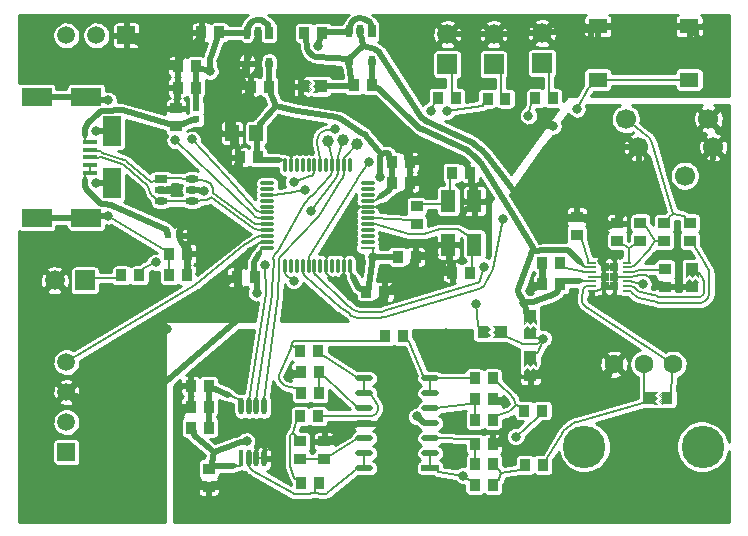
<source format=gtl>
G04 #@! TF.FileFunction,Copper,L1,Top,Signal*
%FSLAX46Y46*%
G04 Gerber Fmt 4.6, Leading zero omitted, Abs format (unit mm)*
G04 Created by KiCad (PCBNEW 4.0.0-rc1-stable) date 26.11.2015 18:28:28*
%MOMM*%
G01*
G04 APERTURE LIST*
%ADD10C,0.100000*%
%ADD11R,0.889000X1.016000*%
%ADD12R,1.016000X0.889000*%
%ADD13R,1.143000X1.397000*%
%ADD14R,0.800000X0.800000*%
%ADD15R,0.800000X0.200000*%
%ADD16O,0.800000X0.200000*%
%ADD17R,0.635000X1.100000*%
%ADD18O,0.635000X1.100000*%
%ADD19O,0.450000X1.450000*%
%ADD20R,0.450000X1.450000*%
%ADD21O,1.500000X0.510000*%
%ADD22R,1.500000X0.510000*%
%ADD23R,1.200000X0.270000*%
%ADD24O,1.200000X0.270000*%
%ADD25O,0.270000X1.200000*%
%ADD26R,1.000000X1.100000*%
%ADD27R,0.900000X1.100000*%
%ADD28R,1.100000X1.000000*%
%ADD29R,1.100000X0.900000*%
%ADD30R,0.600000X0.600000*%
%ADD31R,1.099820X0.635000*%
%ADD32O,1.099820X0.635000*%
%ADD33R,0.900000X1.000000*%
%ADD34R,1.000000X0.900000*%
%ADD35C,3.600000*%
%ADD36C,1.600000*%
%ADD37R,1.600200X1.198880*%
%ADD38R,2.500000X1.500000*%
%ADD39R,1.500000X2.500000*%
%ADD40R,1.250000X0.400000*%
%ADD41C,1.699260*%
%ADD42R,1.500000X1.500000*%
%ADD43C,1.500000*%
%ADD44R,1.198880X1.899920*%
%ADD45R,1.676400X1.676400*%
%ADD46C,1.676400*%
%ADD47C,1.000000*%
%ADD48C,0.800000*%
%ADD49C,0.500000*%
%ADD50C,0.200000*%
%ADD51C,0.254000*%
G04 APERTURE END LIST*
D10*
X130667900Y-84819700D02*
X130667900Y-85169700D01*
X130667900Y-85169700D02*
X130517900Y-85019700D01*
X130517900Y-85019700D02*
X130617900Y-84919700D01*
X130617900Y-84919700D02*
X130617900Y-85019700D01*
X130517900Y-84569700D02*
X130667900Y-84569700D01*
X130667900Y-84569700D02*
X130667900Y-84669700D01*
X130667900Y-84669700D02*
X130617900Y-84619700D01*
X130017900Y-84619700D02*
X130117900Y-84769700D01*
X130117900Y-84769700D02*
X130017900Y-84869700D01*
X130017900Y-84869700D02*
X130017900Y-84719700D01*
X130017900Y-85169700D02*
X130117900Y-85269700D01*
X130117900Y-85269700D02*
X130017900Y-85369700D01*
X130017900Y-85369700D02*
X130017900Y-85269700D01*
X130667900Y-85469700D02*
X130567900Y-85469700D01*
X130567900Y-85469700D02*
X130667900Y-85369700D01*
X130417900Y-85519700D02*
X130717900Y-85519700D01*
X130717900Y-85519700D02*
X130717900Y-84519700D01*
X130717900Y-84519700D02*
X130417900Y-84519700D01*
X129967900Y-85519700D02*
X130217900Y-85269700D01*
X130217900Y-85269700D02*
X129967900Y-85019700D01*
X129967900Y-85019700D02*
X130217900Y-84769700D01*
X130217900Y-84769700D02*
X129967900Y-84519700D01*
X129967900Y-84519700D02*
X129967900Y-85519700D01*
X130417900Y-85019700D02*
X130667900Y-84769700D01*
X130667900Y-84769700D02*
X130417900Y-84519700D01*
X130417900Y-85019700D02*
X130667900Y-85269700D01*
X130667900Y-85269700D02*
X130417900Y-85519700D01*
X162333600Y-100919200D02*
X162683600Y-100919200D01*
X162683600Y-100919200D02*
X162533600Y-101069200D01*
X162533600Y-101069200D02*
X162433600Y-100969200D01*
X162433600Y-100969200D02*
X162533600Y-100969200D01*
X162083600Y-101069200D02*
X162083600Y-100919200D01*
X162083600Y-100919200D02*
X162183600Y-100919200D01*
X162183600Y-100919200D02*
X162133600Y-100969200D01*
X162133600Y-101569200D02*
X162283600Y-101469200D01*
X162283600Y-101469200D02*
X162383600Y-101569200D01*
X162383600Y-101569200D02*
X162233600Y-101569200D01*
X162683600Y-101569200D02*
X162783600Y-101469200D01*
X162783600Y-101469200D02*
X162883600Y-101569200D01*
X162883600Y-101569200D02*
X162783600Y-101569200D01*
X162983600Y-100919200D02*
X162983600Y-101019200D01*
X162983600Y-101019200D02*
X162883600Y-100919200D01*
X163033600Y-101169200D02*
X163033600Y-100869200D01*
X163033600Y-100869200D02*
X162033600Y-100869200D01*
X162033600Y-100869200D02*
X162033600Y-101169200D01*
X163033600Y-101619200D02*
X162783600Y-101369200D01*
X162783600Y-101369200D02*
X162533600Y-101619200D01*
X162533600Y-101619200D02*
X162283600Y-101369200D01*
X162283600Y-101369200D02*
X162033600Y-101619200D01*
X162033600Y-101619200D02*
X163033600Y-101619200D01*
X162533600Y-101169200D02*
X162283600Y-100919200D01*
X162283600Y-100919200D02*
X162033600Y-101169200D01*
X162533600Y-101169200D02*
X162783600Y-100919200D01*
X162783600Y-100919200D02*
X163033600Y-101169200D01*
X148557000Y-104891800D02*
X148907000Y-104891800D01*
X148907000Y-104891800D02*
X148757000Y-105041800D01*
X148757000Y-105041800D02*
X148657000Y-104941800D01*
X148657000Y-104941800D02*
X148757000Y-104941800D01*
X148307000Y-105041800D02*
X148307000Y-104891800D01*
X148307000Y-104891800D02*
X148407000Y-104891800D01*
X148407000Y-104891800D02*
X148357000Y-104941800D01*
X148357000Y-105541800D02*
X148507000Y-105441800D01*
X148507000Y-105441800D02*
X148607000Y-105541800D01*
X148607000Y-105541800D02*
X148457000Y-105541800D01*
X148907000Y-105541800D02*
X149007000Y-105441800D01*
X149007000Y-105441800D02*
X149107000Y-105541800D01*
X149107000Y-105541800D02*
X149007000Y-105541800D01*
X149207000Y-104891800D02*
X149207000Y-104991800D01*
X149207000Y-104991800D02*
X149107000Y-104891800D01*
X149257000Y-105141800D02*
X149257000Y-104841800D01*
X149257000Y-104841800D02*
X148257000Y-104841800D01*
X148257000Y-104841800D02*
X148257000Y-105141800D01*
X149257000Y-105591800D02*
X149007000Y-105341800D01*
X149007000Y-105341800D02*
X148757000Y-105591800D01*
X148757000Y-105591800D02*
X148507000Y-105341800D01*
X148507000Y-105341800D02*
X148257000Y-105591800D01*
X148257000Y-105591800D02*
X149257000Y-105591800D01*
X148757000Y-105141800D02*
X148507000Y-104891800D01*
X148507000Y-104891800D02*
X148257000Y-105141800D01*
X148757000Y-105141800D02*
X149007000Y-104891800D01*
X149007000Y-104891800D02*
X149257000Y-105141800D01*
X148611000Y-108435900D02*
X148961000Y-108435900D01*
X148961000Y-108435900D02*
X148811000Y-108585900D01*
X148811000Y-108585900D02*
X148711000Y-108485900D01*
X148711000Y-108485900D02*
X148811000Y-108485900D01*
X148361000Y-108585900D02*
X148361000Y-108435900D01*
X148361000Y-108435900D02*
X148461000Y-108435900D01*
X148461000Y-108435900D02*
X148411000Y-108485900D01*
X148411000Y-109085900D02*
X148561000Y-108985900D01*
X148561000Y-108985900D02*
X148661000Y-109085900D01*
X148661000Y-109085900D02*
X148511000Y-109085900D01*
X148961000Y-109085900D02*
X149061000Y-108985900D01*
X149061000Y-108985900D02*
X149161000Y-109085900D01*
X149161000Y-109085900D02*
X149061000Y-109085900D01*
X149261000Y-108435900D02*
X149261000Y-108535900D01*
X149261000Y-108535900D02*
X149161000Y-108435900D01*
X149311000Y-108685900D02*
X149311000Y-108385900D01*
X149311000Y-108385900D02*
X148311000Y-108385900D01*
X148311000Y-108385900D02*
X148311000Y-108685900D01*
X149311000Y-109135900D02*
X149061000Y-108885900D01*
X149061000Y-108885900D02*
X148811000Y-109135900D01*
X148811000Y-109135900D02*
X148561000Y-108885900D01*
X148561000Y-108885900D02*
X148311000Y-109135900D01*
X148311000Y-109135900D02*
X149311000Y-109135900D01*
X148811000Y-108685900D02*
X148561000Y-108435900D01*
X148561000Y-108435900D02*
X148311000Y-108685900D01*
X148811000Y-108685900D02*
X149061000Y-108435900D01*
X149061000Y-108435900D02*
X149311000Y-108685900D01*
X145876300Y-105597600D02*
X145876300Y-105947600D01*
X145876300Y-105947600D02*
X145726300Y-105797600D01*
X145726300Y-105797600D02*
X145826300Y-105697600D01*
X145826300Y-105697600D02*
X145826300Y-105797600D01*
X145726300Y-105347600D02*
X145876300Y-105347600D01*
X145876300Y-105347600D02*
X145876300Y-105447600D01*
X145876300Y-105447600D02*
X145826300Y-105397600D01*
X145226300Y-105397600D02*
X145326300Y-105547600D01*
X145326300Y-105547600D02*
X145226300Y-105647600D01*
X145226300Y-105647600D02*
X145226300Y-105497600D01*
X145226300Y-105947600D02*
X145326300Y-106047600D01*
X145326300Y-106047600D02*
X145226300Y-106147600D01*
X145226300Y-106147600D02*
X145226300Y-106047600D01*
X145876300Y-106247600D02*
X145776300Y-106247600D01*
X145776300Y-106247600D02*
X145876300Y-106147600D01*
X145626300Y-106297600D02*
X145926300Y-106297600D01*
X145926300Y-106297600D02*
X145926300Y-105297600D01*
X145926300Y-105297600D02*
X145626300Y-105297600D01*
X145176300Y-106297600D02*
X145426300Y-106047600D01*
X145426300Y-106047600D02*
X145176300Y-105797600D01*
X145176300Y-105797600D02*
X145426300Y-105547600D01*
X145426300Y-105547600D02*
X145176300Y-105297600D01*
X145176300Y-105297600D02*
X145176300Y-106297600D01*
X145626300Y-105797600D02*
X145876300Y-105547600D01*
X145876300Y-105547600D02*
X145626300Y-105297600D01*
X145626300Y-105797600D02*
X145876300Y-106047600D01*
X145876300Y-106047600D02*
X145626300Y-106297600D01*
X159300000Y-111600000D02*
X159300000Y-111250000D01*
X159300000Y-111250000D02*
X159450000Y-111400000D01*
X159450000Y-111400000D02*
X159350000Y-111500000D01*
X159350000Y-111500000D02*
X159350000Y-111400000D01*
X159450000Y-111850000D02*
X159300000Y-111850000D01*
X159300000Y-111850000D02*
X159300000Y-111750000D01*
X159300000Y-111750000D02*
X159350000Y-111800000D01*
X159950000Y-111800000D02*
X159850000Y-111650000D01*
X159850000Y-111650000D02*
X159950000Y-111550000D01*
X159950000Y-111550000D02*
X159950000Y-111700000D01*
X159950000Y-111250000D02*
X159850000Y-111150000D01*
X159850000Y-111150000D02*
X159950000Y-111050000D01*
X159950000Y-111050000D02*
X159950000Y-111150000D01*
X159300000Y-110950000D02*
X159400000Y-110950000D01*
X159400000Y-110950000D02*
X159300000Y-111050000D01*
X159550000Y-110900000D02*
X159250000Y-110900000D01*
X159250000Y-110900000D02*
X159250000Y-111900000D01*
X159250000Y-111900000D02*
X159550000Y-111900000D01*
X160000000Y-110900000D02*
X159750000Y-111150000D01*
X159750000Y-111150000D02*
X160000000Y-111400000D01*
X160000000Y-111400000D02*
X159750000Y-111650000D01*
X159750000Y-111650000D02*
X160000000Y-111900000D01*
X160000000Y-111900000D02*
X160000000Y-110900000D01*
X159550000Y-111400000D02*
X159300000Y-111650000D01*
X159300000Y-111650000D02*
X159550000Y-111900000D01*
X159550000Y-111400000D02*
X159300000Y-111150000D01*
X159300000Y-111150000D02*
X159550000Y-110900000D01*
D11*
X118241600Y-99223100D03*
X119765600Y-99223100D03*
D12*
X118823500Y-86877800D03*
X118823500Y-88401800D03*
D11*
X120485500Y-85139800D03*
X118961500Y-85139800D03*
X120485500Y-83339800D03*
X118961500Y-83339800D03*
D12*
X160241800Y-100469400D03*
X160241800Y-101993400D03*
X162321400Y-96584800D03*
X162321400Y-98108800D03*
X152746000Y-97586200D03*
X152746000Y-96062200D03*
D11*
X151333500Y-99980800D03*
X149809500Y-99980800D03*
X122494000Y-80468200D03*
X120970000Y-80468200D03*
X131189100Y-80488000D03*
X129665100Y-80488000D03*
X151333500Y-101777200D03*
X149809500Y-101777200D03*
X126672900Y-85060800D03*
X125148900Y-85060800D03*
X135395200Y-84948100D03*
X133871200Y-84948100D03*
D13*
X125604100Y-89000300D03*
X123572100Y-89000300D03*
D11*
X125760700Y-91029700D03*
X124236700Y-91029700D03*
X125466400Y-101189400D03*
X123942400Y-101189400D03*
X134922400Y-102417200D03*
X136446400Y-102417200D03*
D12*
X121581900Y-118929700D03*
X121581900Y-117405700D03*
D11*
X137576900Y-99466600D03*
X139100900Y-99466600D03*
X137078100Y-91417000D03*
X138602100Y-91417000D03*
X137097600Y-93176600D03*
X138621600Y-93176600D03*
X120064700Y-110402100D03*
X121588700Y-110402100D03*
X120068600Y-112155800D03*
X121592600Y-112155800D03*
X142194400Y-92354500D03*
X143718400Y-92354500D03*
X143741300Y-100798800D03*
X142217300Y-100798800D03*
X144115900Y-118791200D03*
X145639900Y-118791200D03*
X144120100Y-115300700D03*
X145644100Y-115300700D03*
X144099100Y-109767000D03*
X145623100Y-109767000D03*
X144106500Y-111522000D03*
X145630500Y-111522000D03*
X130872600Y-107475100D03*
X129348600Y-107475100D03*
X130887400Y-109226100D03*
X129363400Y-109226100D03*
X130912000Y-118650000D03*
X129388000Y-118650000D03*
D12*
X131350000Y-116612000D03*
X131350000Y-115088000D03*
D14*
X155900000Y-101150000D03*
X155100000Y-101150000D03*
X155900000Y-101950000D03*
X155100000Y-101950000D03*
X155900000Y-100350000D03*
X155100000Y-100350000D03*
D15*
X154000000Y-99950000D03*
D16*
X154000000Y-100350000D03*
X154000000Y-100750000D03*
X154000000Y-101150000D03*
X154000000Y-101550000D03*
X154000000Y-101950000D03*
X154000000Y-102350000D03*
X157000000Y-102350000D03*
X157000000Y-101950000D03*
X157000000Y-101550000D03*
X157000000Y-101150000D03*
X157000000Y-100750000D03*
X157000000Y-100350000D03*
X157000000Y-99950000D03*
D17*
X126715400Y-80502500D03*
D18*
X125765400Y-80502500D03*
X124815400Y-80502500D03*
X124815400Y-83102500D03*
X126715400Y-83102500D03*
D17*
X135385900Y-80371500D03*
D18*
X134435900Y-80371500D03*
X133485900Y-80371500D03*
X133485900Y-82971500D03*
X135385900Y-82971500D03*
D19*
X124982300Y-112128600D03*
X124332300Y-112128600D03*
X125632300Y-112128600D03*
X126282300Y-112128600D03*
X124982300Y-116528600D03*
D20*
X124332300Y-116528600D03*
D19*
X125632300Y-116528600D03*
X126282300Y-116528600D03*
D21*
X134756000Y-113550000D03*
X134756000Y-114820000D03*
X134756000Y-116090000D03*
X134756000Y-117360000D03*
X134756000Y-112280000D03*
X134756000Y-111010000D03*
X134756000Y-109740000D03*
X140344000Y-113550000D03*
X140344000Y-114820000D03*
X140344000Y-116090000D03*
D22*
X140344000Y-117360000D03*
D21*
X140344000Y-112280000D03*
X140344000Y-111010000D03*
X140344000Y-109740000D03*
D23*
X135038700Y-98712700D03*
D24*
X135038700Y-98212700D03*
X135038700Y-97712700D03*
X135038700Y-97212700D03*
X135038700Y-96712700D03*
X135038700Y-96212700D03*
X135038700Y-95712700D03*
X135038700Y-95212700D03*
X135038700Y-94712700D03*
X135038700Y-94212700D03*
X135038700Y-93712700D03*
X135038700Y-93212700D03*
D25*
X133538700Y-91712700D03*
X133038700Y-91712700D03*
X132538700Y-91712700D03*
X132038700Y-91712700D03*
X131538700Y-91712700D03*
X131038700Y-91712700D03*
X130538700Y-91712700D03*
X130038700Y-91712700D03*
X129538700Y-91712700D03*
X129038700Y-91712700D03*
X128538700Y-91712700D03*
X128038700Y-91712700D03*
D24*
X126538700Y-93212700D03*
X126538700Y-93712700D03*
X126538700Y-94212700D03*
X126538700Y-94712700D03*
X126538700Y-95212700D03*
X126538700Y-95712700D03*
X126538700Y-96212700D03*
X126538700Y-96712700D03*
X126538700Y-97212700D03*
X126538700Y-97712700D03*
X126538700Y-98212700D03*
X126538700Y-98712700D03*
D25*
X128038700Y-100212700D03*
X128538700Y-100212700D03*
X129038700Y-100212700D03*
X129538700Y-100212700D03*
X130038700Y-100212700D03*
X130538700Y-100212700D03*
X131038700Y-100212700D03*
X131538700Y-100212700D03*
X132038700Y-100212700D03*
X132538700Y-100212700D03*
X133038700Y-100212700D03*
X133538700Y-100212700D03*
D26*
X131117900Y-85019700D03*
D27*
X129567900Y-85019700D03*
D28*
X162533600Y-100469200D03*
D29*
X162533600Y-102019200D03*
D28*
X148757000Y-104441800D03*
D29*
X148757000Y-105991800D03*
D28*
X148811000Y-107985900D03*
D29*
X148811000Y-109535900D03*
D26*
X146326300Y-105797600D03*
D27*
X144776300Y-105797600D03*
D26*
X158850000Y-111400000D03*
D27*
X160400000Y-111400000D03*
D30*
X120523500Y-86839800D03*
X120523500Y-87839800D03*
X119103600Y-97623100D03*
X118103600Y-97623100D03*
D31*
X117570720Y-92867140D03*
D32*
X117570720Y-93817100D03*
X117570720Y-94767060D03*
X120171680Y-94767060D03*
X120171680Y-93817100D03*
X120171680Y-92867140D03*
D33*
X118253600Y-101023100D03*
X119753600Y-101023100D03*
D34*
X160155100Y-96601000D03*
X160155100Y-98101000D03*
X158143000Y-96590500D03*
X158143000Y-98090500D03*
X156173600Y-98114000D03*
X156173600Y-96614000D03*
D35*
X163400000Y-115550000D03*
X153400000Y-115550000D03*
D36*
X160900000Y-108550000D03*
X158400000Y-108550000D03*
X155900000Y-108550000D03*
D33*
X115702900Y-101045300D03*
X114202900Y-101045300D03*
X120101300Y-113929300D03*
X121601300Y-113929300D03*
D34*
X139185000Y-95207500D03*
X139185000Y-96707500D03*
D33*
X145201000Y-86071500D03*
X146701000Y-86071500D03*
X149246000Y-86046300D03*
X150746000Y-86046300D03*
X141008900Y-86008700D03*
X142508900Y-86008700D03*
X148400000Y-117091600D03*
X149900000Y-117091600D03*
X144136400Y-117050000D03*
X145636400Y-117050000D03*
X148320800Y-112480800D03*
X149820800Y-112480800D03*
X144133000Y-113269600D03*
X145633000Y-113269600D03*
X136504700Y-106207000D03*
X138004700Y-106207000D03*
X130912000Y-111016900D03*
X129412000Y-111016900D03*
X129350000Y-112950000D03*
X130850000Y-112950000D03*
D34*
X129350000Y-116600000D03*
X129350000Y-115100000D03*
D37*
X162260800Y-79939400D03*
X162260800Y-84460600D03*
X154539200Y-79939400D03*
X154539200Y-84460600D03*
D38*
X107010800Y-85900000D03*
X107010800Y-96200000D03*
X111210800Y-85900000D03*
X111210800Y-96200000D03*
D39*
X113410800Y-88850000D03*
X113410800Y-93250000D03*
D40*
X111535800Y-89750000D03*
X111535800Y-90400000D03*
X111535800Y-91050000D03*
X111535800Y-91700000D03*
X111535800Y-92350000D03*
D41*
X164299140Y-90200000D03*
X163900360Y-87799700D03*
X161898840Y-92600300D03*
X156900120Y-87799700D03*
X157900880Y-90200000D03*
D42*
X109537800Y-116006000D03*
D43*
X109537800Y-113466000D03*
X109537800Y-110926000D03*
X109537800Y-108386000D03*
D42*
X114615900Y-80721500D03*
D43*
X112075900Y-80721500D03*
X109535900Y-80721500D03*
D44*
X141883880Y-94749680D03*
X141883880Y-98447920D03*
X144083520Y-98447920D03*
X144083520Y-94749680D03*
D45*
X111101800Y-101469500D03*
D46*
X108561800Y-101469500D03*
D45*
X145700000Y-83170000D03*
D46*
X145700000Y-80630000D03*
D45*
X149800000Y-83070000D03*
D46*
X149800000Y-80530000D03*
D45*
X141800000Y-83170000D03*
D46*
X141800000Y-80630000D03*
D47*
X134124800Y-89913500D03*
X132930400Y-89601400D03*
X131655800Y-89641900D03*
D48*
X113068300Y-86223600D03*
X113060900Y-96000200D03*
X112060700Y-93250100D03*
X112060700Y-88849900D03*
X142788400Y-96333700D03*
X140697600Y-99272900D03*
X127736100Y-84186000D03*
X124309700Y-84100700D03*
X129278500Y-86175200D03*
X128631700Y-90518500D03*
X118698000Y-93614400D03*
X120444000Y-95971700D03*
X123630800Y-92119800D03*
X117921500Y-83007600D03*
X122642100Y-82877800D03*
X143012000Y-91299600D03*
X132416800Y-101567900D03*
X125022800Y-103970600D03*
X116491600Y-83934700D03*
X122979600Y-86565000D03*
X117076100Y-90305800D03*
X133266900Y-86798800D03*
X138293600Y-81830500D03*
X153549100Y-82648800D03*
X160387800Y-83642500D03*
X164187100Y-82298100D03*
X145190700Y-88727700D03*
X150743500Y-88377000D03*
X140339300Y-90831900D03*
X136306300Y-88610800D03*
X132799200Y-96969200D03*
X122395100Y-98664200D03*
X121869000Y-103457200D03*
X130110500Y-104509300D03*
X112224700Y-98956500D03*
X106204300Y-99190300D03*
X118056800Y-105566300D03*
X107590400Y-83527200D03*
X113451900Y-83450000D03*
X113654600Y-107988500D03*
X114590800Y-112962500D03*
X117185900Y-118050900D03*
X110113000Y-118966800D03*
X121680800Y-83758600D03*
X130869700Y-81583000D03*
X121181600Y-93855300D03*
X124378600Y-117953700D03*
X126950500Y-115544600D03*
X132452700Y-114724000D03*
X146485400Y-114342500D03*
X146673200Y-111828200D03*
X149933400Y-108893300D03*
X148768200Y-102348500D03*
X153997600Y-103050100D03*
X128331900Y-109609200D03*
X127861800Y-111621900D03*
X153687700Y-90238600D03*
X151404900Y-93260000D03*
X149524900Y-96684300D03*
X159059000Y-94737100D03*
X164094700Y-94737100D03*
X164833200Y-99101400D03*
X162483300Y-105278400D03*
X157514800Y-105211300D03*
X153083400Y-107359800D03*
X164094700Y-108971200D03*
X162147600Y-112664000D03*
X158521900Y-117095400D03*
X154493400Y-111656900D03*
X155030500Y-119579600D03*
X149122000Y-120049600D03*
X149904300Y-115023300D03*
X141216100Y-119940200D03*
X142034400Y-116374700D03*
X137299900Y-110938800D03*
X134085200Y-107840900D03*
X141683700Y-105912100D03*
X123856300Y-109769800D03*
X122979600Y-112517000D03*
X125083800Y-119297200D03*
X134377400Y-119180300D03*
X137640100Y-115128100D03*
X139206000Y-112986300D03*
X124797000Y-115072500D03*
X148317200Y-103351900D03*
X136055900Y-92727500D03*
X135477400Y-99447800D03*
X125643400Y-102519500D03*
X143149100Y-117987600D03*
X147587200Y-114689000D03*
X158358000Y-101747800D03*
X149905000Y-106391600D03*
X126342100Y-100159800D03*
X130236200Y-95547800D03*
X132260800Y-88605500D03*
X141758900Y-87141300D03*
X128771400Y-93153200D03*
X117112600Y-99931500D03*
X129702900Y-93769000D03*
X144257200Y-103453000D03*
X120162600Y-89523500D03*
X118751700Y-89619200D03*
X128788800Y-101474500D03*
X146481400Y-96275000D03*
X148658900Y-87530400D03*
X135133400Y-91405500D03*
X140392600Y-87085300D03*
X144885700Y-100306600D03*
X152766100Y-86942100D03*
D49*
X112460800Y-96000200D02*
X113060900Y-96000200D01*
X112210800Y-96000200D02*
X112460800Y-96000200D01*
X111210800Y-96200000D02*
X112210800Y-96000200D01*
X112910800Y-88849900D02*
X113410800Y-88850000D01*
X112660800Y-88849900D02*
X112910800Y-88849900D01*
X112060700Y-88849900D02*
X112660800Y-88849900D01*
X112910800Y-93250100D02*
X113410800Y-93250000D01*
X112660800Y-93250100D02*
X112910800Y-93250100D01*
X112060700Y-93250100D02*
X112660800Y-93250100D01*
X112460800Y-86223600D02*
X113068300Y-86223600D01*
X112210800Y-86223600D02*
X112460800Y-86223600D01*
X111210800Y-85900000D02*
X112210800Y-86223600D01*
X110210800Y-96200000D02*
X111210800Y-96200000D01*
X109960800Y-96200000D02*
X110210800Y-96200000D01*
X108260800Y-96200000D02*
X109960800Y-96200000D01*
X108010800Y-96200000D02*
X108260800Y-96200000D01*
X107010800Y-96200000D02*
X108010800Y-96200000D01*
X110210800Y-85900000D02*
X111210800Y-85900000D01*
X109960800Y-85900000D02*
X110210800Y-85900000D01*
X108260800Y-85900000D02*
X109960800Y-85900000D01*
X108010800Y-85900000D02*
X108260800Y-85900000D01*
X107010800Y-85900000D02*
X108010800Y-85900000D01*
D50*
X118247600Y-100623100D02*
X118253600Y-101023100D01*
X118247600Y-100523100D02*
X118247600Y-100623100D01*
X118247600Y-99731100D02*
X118247600Y-100523100D01*
X118247600Y-99631100D02*
X118247600Y-99731100D01*
X118241600Y-99223100D02*
X118247600Y-99631100D01*
X117897100Y-98815100D02*
X118241600Y-99223100D01*
X117797100Y-98815100D02*
X117897100Y-98815100D01*
X117783600Y-98815100D02*
X117797100Y-98815100D01*
X117757400Y-98807800D02*
X117783600Y-98815100D01*
X117745800Y-98800900D02*
X117757400Y-98807800D01*
X113060900Y-96000200D02*
X117745800Y-98800900D01*
D49*
X110113000Y-118966800D02*
X117185900Y-118050900D01*
X114590800Y-112962500D02*
X117185900Y-118050900D01*
X114590800Y-112962500D02*
X125022800Y-103970600D01*
X113451900Y-83450000D02*
X116491600Y-83934700D01*
X107590400Y-83527200D02*
X113451900Y-83450000D01*
X123747900Y-101447400D02*
X123942400Y-101189400D01*
X123497900Y-101447400D02*
X123747900Y-101447400D01*
X123333100Y-101500300D02*
X123297700Y-101547600D01*
X123438800Y-101447400D02*
X123333100Y-101500300D01*
X123497900Y-101447400D02*
X123438800Y-101447400D01*
X121869000Y-103457200D02*
X123297700Y-101547600D01*
X118056800Y-105566300D02*
X113654600Y-107988500D01*
X122395100Y-98664200D02*
X120444000Y-95971700D01*
D50*
X134573700Y-95212700D02*
X135038700Y-95212700D01*
X134270200Y-95301000D02*
X134198700Y-95382000D01*
X134466500Y-95212600D02*
X134270200Y-95301000D01*
X134573700Y-95212700D02*
X134466500Y-95212600D01*
X132799200Y-96969200D02*
X134198700Y-95382000D01*
D49*
X162868000Y-80697800D02*
X164187100Y-82298100D01*
X162840300Y-80664100D02*
X162868000Y-80697800D01*
X162810900Y-80582400D02*
X162840300Y-80664100D01*
X162810900Y-80538800D02*
X162810900Y-80582400D01*
X162810900Y-80288800D02*
X162810900Y-80538800D01*
X162260800Y-79939400D02*
X162810900Y-80288800D01*
X153989100Y-80288800D02*
X154539200Y-79939400D01*
X153989100Y-80538800D02*
X153989100Y-80288800D01*
X153989100Y-80552000D02*
X153989100Y-80538800D01*
X153986400Y-80577600D02*
X153989100Y-80552000D01*
X153983700Y-80590400D02*
X153986400Y-80577600D01*
X153549100Y-82648800D02*
X153983700Y-80590400D01*
X145190700Y-88727700D02*
X150743500Y-88377000D01*
X139109400Y-91151000D02*
X140339300Y-90831900D01*
X139094000Y-91155000D02*
X139109400Y-91151000D01*
X139062300Y-91159000D02*
X139094000Y-91155000D01*
X139046600Y-91159000D02*
X139062300Y-91159000D01*
X138796600Y-91159000D02*
X139046600Y-91159000D01*
X138602100Y-91417000D02*
X138796600Y-91159000D01*
X138407600Y-91159000D02*
X138602100Y-91417000D01*
X138407600Y-90909000D02*
X138407600Y-91159000D01*
X138371600Y-90771100D02*
X138338300Y-90736200D01*
X138407600Y-90860900D02*
X138371600Y-90771100D01*
X138407600Y-90909000D02*
X138407600Y-90860900D01*
X136306300Y-88610800D02*
X138338300Y-90736200D01*
X133266900Y-86798800D02*
X136306300Y-88610800D01*
X124954400Y-85318800D02*
X125148900Y-85060800D01*
X124954400Y-85568800D02*
X124954400Y-85318800D01*
X124954400Y-85644300D02*
X124954400Y-85568800D01*
X124870900Y-85770000D02*
X124954400Y-85644300D01*
X124801300Y-85799300D02*
X124870900Y-85770000D01*
X122979600Y-86565000D02*
X124801300Y-85799300D01*
X106204300Y-99190300D02*
X108561800Y-101469500D01*
X124136900Y-101447400D02*
X123942400Y-101189400D01*
X124136900Y-101697400D02*
X124136900Y-101447400D01*
X124145900Y-101767900D02*
X124154600Y-101789900D01*
X124136900Y-101721000D02*
X124145900Y-101767900D01*
X124136900Y-101697400D02*
X124136900Y-101721000D01*
X125022800Y-103970600D02*
X124154600Y-101789900D01*
X143434800Y-91655200D02*
X143012000Y-91299600D01*
X143477300Y-91691000D02*
X143434800Y-91655200D01*
X143523900Y-91791100D02*
X143477300Y-91691000D01*
X143523900Y-91846500D02*
X143523900Y-91791100D01*
X143523900Y-92096500D02*
X143523900Y-91846500D01*
X143718400Y-92354500D02*
X143523900Y-92096500D01*
X145700000Y-80630000D02*
X141800000Y-80630000D01*
X149800000Y-80530000D02*
X145700000Y-80630000D01*
X153723800Y-80289300D02*
X149800000Y-80530000D01*
X153739100Y-80288800D02*
X153723800Y-80289300D01*
X153989100Y-80288800D02*
X153739100Y-80288800D01*
X154539200Y-79939400D02*
X153989100Y-80288800D01*
X122642100Y-82877800D02*
X124309700Y-84100700D01*
X115115900Y-81221500D02*
X114615900Y-80721500D01*
X115365900Y-81221500D02*
X115115900Y-81221500D01*
X115405100Y-81221500D02*
X115365900Y-81221500D01*
X115480100Y-81245700D02*
X115405100Y-81221500D01*
X115512200Y-81268800D02*
X115480100Y-81245700D01*
X117921500Y-83007600D02*
X115512200Y-81268800D01*
X118767000Y-83081800D02*
X118961500Y-83339800D01*
X118517000Y-83081800D02*
X118767000Y-83081800D01*
X118509200Y-83081800D02*
X118517000Y-83081800D01*
X118493100Y-83080800D02*
X118509200Y-83081800D01*
X118485300Y-83079800D02*
X118493100Y-83080800D01*
X117921500Y-83007600D02*
X118485300Y-83079800D01*
X120775500Y-80726200D02*
X120970000Y-80468200D01*
X120775500Y-80976200D02*
X120775500Y-80726200D01*
X120775500Y-81025400D02*
X120775500Y-80976200D01*
X120738300Y-81116200D02*
X120775500Y-81025400D01*
X120704000Y-81151200D02*
X120738300Y-81116200D01*
X119227500Y-82656800D02*
X120704000Y-81151200D01*
X119156000Y-82782600D02*
X119156000Y-82831800D01*
X119193200Y-82691800D02*
X119156000Y-82782600D01*
X119227500Y-82656800D02*
X119193200Y-82691800D01*
X119156000Y-83081800D02*
X119156000Y-82831800D01*
X118961500Y-83339800D02*
X119156000Y-83081800D01*
X118892500Y-86683300D02*
X118823500Y-86877800D01*
X118892500Y-86433300D02*
X118892500Y-86683300D01*
X118892500Y-85647800D02*
X118892500Y-86433300D01*
X118892500Y-85397800D02*
X118892500Y-85647800D01*
X118961500Y-85139800D02*
X118892500Y-85397800D01*
X118961500Y-84881800D02*
X118961500Y-85139800D01*
X118961500Y-84631800D02*
X118961500Y-84881800D01*
X118961500Y-83847800D02*
X118961500Y-84631800D01*
X118961500Y-83597800D02*
X118961500Y-83847800D01*
X118961500Y-83339800D02*
X118961500Y-83597800D01*
X124042200Y-91287700D02*
X124236700Y-91029700D01*
X124042200Y-91537700D02*
X124042200Y-91287700D01*
X124042300Y-91581500D02*
X124042200Y-91537700D01*
X124012200Y-91664400D02*
X124042300Y-91581500D01*
X123983900Y-91698200D02*
X124012200Y-91664400D01*
X123630800Y-92119800D02*
X123983900Y-91698200D01*
X119053600Y-97573100D02*
X119103600Y-97623100D01*
X119053600Y-97323100D02*
X119053600Y-97573100D01*
X119146500Y-97168600D02*
X119053600Y-97323100D01*
X119157900Y-97149600D02*
X119146500Y-97168600D01*
X119185500Y-97115900D02*
X119157900Y-97149600D01*
X119201800Y-97101100D02*
X119185500Y-97115900D01*
X120444000Y-95971700D02*
X119201800Y-97101100D01*
X118246000Y-93720200D02*
X118698000Y-93614400D01*
X118238100Y-93722000D02*
X118246000Y-93720200D01*
X117803100Y-93817100D02*
X118238100Y-93722000D01*
X117570700Y-93817100D02*
X117803100Y-93817100D01*
X123247500Y-88262800D02*
X122979600Y-86565000D01*
X123249100Y-88272600D02*
X123247500Y-88262800D01*
X123250600Y-88292200D02*
X123249100Y-88272600D01*
X123250600Y-88301800D02*
X123250600Y-88292200D01*
X123250600Y-88551800D02*
X123250600Y-88301800D01*
X123572100Y-89000300D02*
X123250600Y-88551800D01*
X124042200Y-90771700D02*
X124236700Y-91029700D01*
X124042200Y-90521700D02*
X124042200Y-90771700D01*
X124040000Y-90486400D02*
X124037700Y-90474600D01*
X124042200Y-90509900D02*
X124040000Y-90486400D01*
X124042200Y-90521700D02*
X124042200Y-90509900D01*
X123898100Y-89745900D02*
X124037700Y-90474600D01*
X123895800Y-89734100D02*
X123898100Y-89745900D01*
X123893600Y-89710600D02*
X123895800Y-89734100D01*
X123893600Y-89698800D02*
X123893600Y-89710600D01*
X123893600Y-89448800D02*
X123893600Y-89698800D01*
X123572100Y-89000300D02*
X123893600Y-89448800D01*
X142643600Y-91296400D02*
X143012000Y-91299600D01*
X142638900Y-91296400D02*
X142643600Y-91296400D01*
X141749900Y-91296400D02*
X142638900Y-91296400D01*
X141513100Y-91343400D02*
X141445500Y-91388300D01*
X141668700Y-91296400D02*
X141513100Y-91343400D01*
X141749900Y-91296400D02*
X141668700Y-91296400D01*
X139204400Y-92876800D02*
X141445500Y-91388300D01*
X139173700Y-92897300D02*
X139204400Y-92876800D01*
X139103000Y-92918600D02*
X139173700Y-92897300D01*
X139066100Y-92918600D02*
X139103000Y-92918600D01*
X138816100Y-92918600D02*
X139066100Y-92918600D01*
X138621600Y-93176600D02*
X138816100Y-92918600D01*
D50*
X132912500Y-101009700D02*
X132416800Y-101567900D01*
X133038600Y-100769600D02*
X133038700Y-100677700D01*
X132973400Y-100941100D02*
X133038600Y-100769600D01*
X132912500Y-101009700D02*
X132973400Y-100941100D01*
X133038700Y-100212700D02*
X133038700Y-100677700D01*
D49*
X133448700Y-102783100D02*
X132416800Y-101567900D01*
X133591600Y-102930000D02*
X133645800Y-102972500D01*
X133493000Y-102835200D02*
X133591600Y-102930000D01*
X133448700Y-102783100D02*
X133493000Y-102835200D01*
X134138900Y-103358400D02*
X133645800Y-102972500D01*
X134385400Y-103475200D02*
X134477900Y-103475300D01*
X134211400Y-103415100D02*
X134385400Y-103475200D01*
X134138900Y-103358400D02*
X134211400Y-103415100D01*
X135366900Y-103475300D02*
X134477900Y-103475300D01*
X135567300Y-103442000D02*
X135626900Y-103410000D01*
X135435400Y-103475200D02*
X135567300Y-103442000D01*
X135366900Y-103475300D02*
X135435400Y-103475200D01*
X136120000Y-103145500D02*
X135626900Y-103410000D01*
X136251900Y-102994100D02*
X136251900Y-102925200D01*
X136181100Y-103112700D02*
X136251900Y-102994100D01*
X136120000Y-103145500D02*
X136181100Y-103112700D01*
X136251900Y-102675200D02*
X136251900Y-102925200D01*
X136446400Y-102417200D02*
X136251900Y-102675200D01*
X138906400Y-99724600D02*
X139100900Y-99466600D01*
X138906400Y-99974600D02*
X138906400Y-99724600D01*
X138906400Y-100021300D02*
X138906400Y-99974600D01*
X138872600Y-100108500D02*
X138906400Y-100021300D01*
X138841100Y-100143100D02*
X138872600Y-100108500D01*
X137075600Y-102077700D02*
X138841100Y-100143100D01*
X137040000Y-102116700D02*
X137075600Y-102077700D01*
X136943600Y-102159200D02*
X137040000Y-102116700D01*
X136890900Y-102159200D02*
X136943600Y-102159200D01*
X136640900Y-102159200D02*
X136890900Y-102159200D01*
X136446400Y-102417200D02*
X136640900Y-102159200D01*
X109537800Y-110926000D02*
X114590800Y-112962500D01*
X113654600Y-107988500D02*
X109537800Y-110926000D01*
X161710700Y-79939400D02*
X162260800Y-79939400D01*
X161460700Y-79939400D02*
X161710700Y-79939400D01*
X155339300Y-79939400D02*
X161460700Y-79939400D01*
X155089300Y-79939400D02*
X155339300Y-79939400D01*
X154539200Y-79939400D02*
X155089300Y-79939400D01*
D50*
X131538700Y-100677700D02*
X131538700Y-100212700D01*
X131648200Y-101012400D02*
X131745800Y-101082900D01*
X131538600Y-100797800D02*
X131648200Y-101012400D01*
X131538700Y-100677700D02*
X131538600Y-100797800D01*
X132416800Y-101567900D02*
X131745800Y-101082900D01*
X125762400Y-98356600D02*
X125108200Y-98928500D01*
X125797000Y-98326300D02*
X125762400Y-98356600D01*
X125876500Y-98280300D02*
X125797000Y-98326300D01*
X125920400Y-98265200D02*
X125876500Y-98280300D01*
X126073700Y-98212700D02*
X125920400Y-98265200D01*
X126538700Y-98212700D02*
X126073700Y-98212700D01*
D49*
X124136900Y-100931400D02*
X123942400Y-101189400D01*
X124136900Y-100681400D02*
X124136900Y-100931400D01*
X124136900Y-100648700D02*
X124136900Y-100681400D01*
X124153900Y-100585100D02*
X124136900Y-100648700D01*
X124170300Y-100556600D02*
X124153900Y-100585100D01*
X125108200Y-98928500D02*
X124170300Y-100556600D01*
D50*
X128538700Y-91247700D02*
X128538700Y-91712700D01*
X128538700Y-91231000D02*
X128538700Y-91247700D01*
X128540900Y-91197900D02*
X128538700Y-91231000D01*
X128543100Y-91181500D02*
X128540900Y-91197900D01*
X128631700Y-90518500D02*
X128543100Y-91181500D01*
D49*
X129365000Y-85607400D02*
X129278500Y-86175200D01*
X129367900Y-85579200D02*
X129367900Y-85569700D01*
X129366400Y-85597900D02*
X129367900Y-85579200D01*
X129365000Y-85607400D02*
X129366400Y-85597900D01*
X129367900Y-85319700D02*
X129367900Y-85569700D01*
X129567900Y-85019700D02*
X129367900Y-85319700D01*
X124815400Y-83335000D02*
X124815400Y-83102500D01*
X124309700Y-84100700D02*
X124815400Y-83335000D01*
X124954400Y-84802800D02*
X125148900Y-85060800D01*
X124704400Y-84802800D02*
X124954400Y-84802800D01*
X124621200Y-84802800D02*
X124704400Y-84802800D01*
X124488300Y-84703500D02*
X124621200Y-84802800D01*
X124464700Y-84623800D02*
X124488300Y-84703500D01*
X124309700Y-84100700D02*
X124464700Y-84623800D01*
X129124000Y-84219800D02*
X127736100Y-84186000D01*
X129225500Y-84222200D02*
X129124000Y-84219800D01*
X129367800Y-84367700D02*
X129225500Y-84222200D01*
X129367900Y-84469700D02*
X129367800Y-84367700D01*
X129367900Y-84719700D02*
X129367900Y-84469700D01*
X129567900Y-85019700D02*
X129367900Y-84719700D01*
D50*
X135535200Y-95211700D02*
X136209300Y-95169200D01*
X135503700Y-95212700D02*
X135535200Y-95211700D01*
X135038700Y-95212700D02*
X135503700Y-95212700D01*
D49*
X138611800Y-91675000D02*
X138602100Y-91417000D01*
X138611800Y-91925000D02*
X138611800Y-91675000D01*
X138611800Y-92668600D02*
X138611800Y-91925000D01*
X138611800Y-92918600D02*
X138611800Y-92668600D01*
X138621600Y-93176600D02*
X138611800Y-92918600D01*
X138427100Y-93434600D02*
X138621600Y-93176600D01*
X138427100Y-93684600D02*
X138427100Y-93434600D01*
X138427100Y-93733100D02*
X138427100Y-93684600D01*
X138390900Y-93822900D02*
X138427100Y-93733100D01*
X138357600Y-93857600D02*
X138390900Y-93822900D01*
X137627800Y-94618900D02*
X138357600Y-93857600D01*
X137491300Y-94761400D02*
X137627800Y-94618900D01*
X137146600Y-94956900D02*
X137491300Y-94761400D01*
X136952200Y-95001200D02*
X137146600Y-94956900D01*
X136350700Y-95137900D02*
X136952200Y-95001200D01*
X136346200Y-95138900D02*
X136350700Y-95137900D01*
X136209300Y-95169200D02*
X136346200Y-95138900D01*
X139545400Y-99272900D02*
X140697600Y-99272900D01*
X139295400Y-99272900D02*
X139545400Y-99272900D01*
X139100900Y-99466600D02*
X139295400Y-99272900D01*
X142022800Y-100540800D02*
X142217300Y-100798800D01*
X141772800Y-100540800D02*
X142022800Y-100540800D01*
X141723900Y-100540800D02*
X141772800Y-100540800D01*
X141633400Y-100504000D02*
X141723900Y-100540800D01*
X141598600Y-100470100D02*
X141633400Y-100504000D01*
X140901200Y-99792400D02*
X141598600Y-100470100D01*
X140841500Y-99734400D02*
X140901200Y-99792400D01*
X140762200Y-99589300D02*
X140841500Y-99734400D01*
X140745500Y-99507800D02*
X140762200Y-99589300D01*
X140697600Y-99272900D02*
X140745500Y-99507800D01*
X143272700Y-95566300D02*
X142788400Y-96333700D01*
X143307100Y-95511800D02*
X143272700Y-95566300D01*
X143419900Y-95449700D02*
X143307100Y-95511800D01*
X143484100Y-95449700D02*
X143419900Y-95449700D01*
X143734100Y-95449700D02*
X143484100Y-95449700D01*
X144083500Y-94749700D02*
X143734100Y-95449700D01*
X143900900Y-94049700D02*
X144083500Y-94749700D01*
X143900900Y-93799700D02*
X143900900Y-94049700D01*
X143900900Y-92862500D02*
X143900900Y-93799700D01*
X143900900Y-92612500D02*
X143900900Y-92862500D01*
X143718400Y-92354500D02*
X143900900Y-92612500D01*
X142050600Y-100540800D02*
X142217300Y-100798800D01*
X142050600Y-100290800D02*
X142050600Y-100540800D01*
X142050600Y-99397900D02*
X142050600Y-100290800D01*
X142050600Y-99147900D02*
X142050600Y-99397900D01*
X141883900Y-98447900D02*
X142050600Y-99147900D01*
X125765400Y-80735000D02*
X125765400Y-80502500D01*
X124815400Y-82870000D02*
X125765400Y-80735000D01*
X124815400Y-83102500D02*
X124815400Y-82870000D01*
X119759600Y-100773100D02*
X119753600Y-101023100D01*
X119759600Y-100523100D02*
X119759600Y-100773100D01*
X119759600Y-99731100D02*
X119759600Y-100523100D01*
X119759600Y-99481100D02*
X119759600Y-99731100D01*
X119765600Y-99223100D02*
X119759600Y-99481100D01*
X119571100Y-98965100D02*
X119765600Y-99223100D01*
X119571100Y-98715100D02*
X119571100Y-98965100D01*
X119550600Y-98609500D02*
X119530900Y-98579100D01*
X119571100Y-98679100D02*
X119550600Y-98609500D01*
X119571100Y-98715100D02*
X119571100Y-98679100D01*
X119193800Y-98059100D02*
X119530900Y-98579100D01*
X119174100Y-98028700D02*
X119193800Y-98059100D01*
X119153600Y-97959100D02*
X119174100Y-98028700D01*
X119153600Y-97923100D02*
X119153600Y-97959100D01*
X119153600Y-97673100D02*
X119153600Y-97923100D01*
X119103600Y-97623100D02*
X119153600Y-97673100D01*
D50*
X125379200Y-98691600D02*
X125244900Y-98990000D01*
X125379200Y-98691600D02*
X125065500Y-98784800D01*
X135850000Y-95191900D02*
X136138300Y-95037000D01*
X135850000Y-95191900D02*
X136155500Y-95309200D01*
D49*
X118565500Y-88207300D02*
X118823500Y-88401800D01*
X118315500Y-88207300D02*
X118565500Y-88207300D01*
X118298100Y-88207300D02*
X118315500Y-88207300D01*
X118263500Y-88202400D02*
X118298100Y-88207300D01*
X118246700Y-88197600D02*
X118263500Y-88202400D01*
X114312200Y-87071100D02*
X118246700Y-88197600D01*
X114199000Y-87049800D02*
X114160800Y-87049900D01*
X114275200Y-87060500D02*
X114199000Y-87049800D01*
X114312200Y-87071100D02*
X114275200Y-87060500D01*
X113910800Y-87049900D02*
X114160800Y-87049900D01*
X113878200Y-87050800D02*
X113867600Y-87051600D01*
X113900200Y-87049900D02*
X113878200Y-87050800D01*
X113910800Y-87049900D02*
X113900200Y-87049900D01*
X113138000Y-87109100D02*
X113867600Y-87051600D01*
X113113000Y-87111000D02*
X113138000Y-87109100D01*
X113063400Y-87112100D02*
X113113000Y-87111000D01*
X113038600Y-87111300D02*
X113063400Y-87112100D01*
X112927300Y-87107600D02*
X113038600Y-87111300D01*
X112927300Y-87107600D02*
X112896400Y-87107500D01*
X112646600Y-87114800D02*
X112896400Y-87107500D01*
X112384700Y-87190200D02*
X112318900Y-87255400D01*
X112554100Y-87117500D02*
X112384700Y-87190200D01*
X112646600Y-87114800D02*
X112554100Y-87117500D01*
X111391600Y-88175400D02*
X112318900Y-87255400D01*
X120473500Y-87889800D02*
X120523500Y-87839800D01*
X120223500Y-87889800D02*
X120473500Y-87889800D01*
X120153000Y-87898800D02*
X120130900Y-87907600D01*
X120199900Y-87889800D02*
X120153000Y-87898800D01*
X120223500Y-87889800D02*
X120199900Y-87889800D01*
X119424100Y-88189500D02*
X120130900Y-87907600D01*
X119402000Y-88198300D02*
X119424100Y-88189500D01*
X119355100Y-88207300D02*
X119402000Y-88198300D01*
X119331500Y-88207300D02*
X119355100Y-88207300D01*
X119081500Y-88207300D02*
X119331500Y-88207300D01*
X118823500Y-88401800D02*
X119081500Y-88207300D01*
D50*
X111110600Y-89550000D02*
X111110600Y-89099900D01*
D49*
X111110700Y-88659500D02*
X111110600Y-88849900D01*
X111256800Y-88309100D02*
X111110700Y-88659500D01*
X111391600Y-88175400D02*
X111256800Y-88309100D01*
X111110600Y-89099900D02*
X111110600Y-88849900D01*
D50*
X111110600Y-89459900D02*
X110974200Y-89162400D01*
X111110600Y-89459900D02*
X111247000Y-89162400D01*
D49*
X120404100Y-93817100D02*
X121181600Y-93855300D01*
X120171700Y-93817100D02*
X120404100Y-93817100D01*
X135318400Y-80071500D02*
X135385900Y-80371500D01*
X135318400Y-79821500D02*
X135318400Y-80071500D01*
X135260200Y-79649500D02*
X135208600Y-79614500D01*
X135318400Y-79759200D02*
X135260200Y-79649500D01*
X135318400Y-79821500D02*
X135318400Y-79759200D01*
X134922500Y-79420700D02*
X135208600Y-79614500D01*
X133721700Y-79610200D02*
X133643600Y-79785600D01*
X134013400Y-79357100D02*
X133721700Y-79610200D01*
X134383400Y-79251900D02*
X134013400Y-79357100D01*
X134763300Y-79312800D02*
X134383400Y-79251900D01*
X134922500Y-79420700D02*
X134763300Y-79312800D01*
X133485900Y-80139000D02*
X133643600Y-79785600D01*
X133485900Y-80371500D02*
X133485900Y-80139000D01*
X133485900Y-80429700D02*
X133485900Y-80371500D01*
X131633600Y-80429700D02*
X133485900Y-80429700D01*
X131383600Y-80429700D02*
X131633600Y-80429700D01*
X131189100Y-80488000D02*
X131383600Y-80429700D01*
X130994600Y-80746000D02*
X131189100Y-80488000D01*
X130994600Y-80996000D02*
X130994600Y-80746000D01*
X130994600Y-81009900D02*
X130994600Y-80996000D01*
X130991600Y-81037300D02*
X130994600Y-81009900D01*
X130988600Y-81050500D02*
X130991600Y-81037300D01*
X130869700Y-81583000D02*
X130988600Y-81050500D01*
X122299500Y-80726200D02*
X122494000Y-80468200D01*
X122299500Y-80976200D02*
X122299500Y-80726200D01*
X122299500Y-80997800D02*
X122299500Y-80976200D01*
X122292000Y-81040400D02*
X122299500Y-80997800D01*
X122284800Y-81060600D02*
X122292000Y-81040400D01*
X121747800Y-82556900D02*
X122284800Y-81060600D01*
X121693000Y-82787400D02*
X121692100Y-82865800D01*
X121720900Y-82632000D02*
X121693000Y-82787400D01*
X121747800Y-82556900D02*
X121720900Y-82632000D01*
X121680800Y-83758600D02*
X121692100Y-82865800D01*
X126647900Y-80202500D02*
X126715400Y-80502500D01*
X126647900Y-79952500D02*
X126647900Y-80202500D01*
X126589700Y-79780500D02*
X126538100Y-79745500D01*
X126647900Y-79890200D02*
X126589700Y-79780500D01*
X126647900Y-79952500D02*
X126647900Y-79890200D01*
X126252000Y-79551700D02*
X126538100Y-79745500D01*
X125051200Y-79741200D02*
X124973100Y-79916600D01*
X125342900Y-79488100D02*
X125051200Y-79741200D01*
X125712900Y-79382900D02*
X125342900Y-79488100D01*
X126092800Y-79443800D02*
X125712900Y-79382900D01*
X126252000Y-79551700D02*
X126092800Y-79443800D01*
X124815400Y-80270000D02*
X124973100Y-79916600D01*
X124815400Y-80502500D02*
X124815400Y-80270000D01*
X124815400Y-80485300D02*
X124815400Y-80502500D01*
X122938500Y-80485300D02*
X124815400Y-80485300D01*
X122688500Y-80485300D02*
X122938500Y-80485300D01*
X122494000Y-80468200D02*
X122688500Y-80485300D01*
X120984300Y-83603800D02*
X121680800Y-83758600D01*
X120943700Y-83597800D02*
X120930000Y-83597800D01*
X120971100Y-83600900D02*
X120943700Y-83597800D01*
X120984300Y-83603800D02*
X120971100Y-83600900D01*
X120680000Y-83597800D02*
X120930000Y-83597800D01*
X120485500Y-83339800D02*
X120680000Y-83597800D01*
X120485500Y-83597800D02*
X120485500Y-83339800D01*
X120485500Y-83847800D02*
X120485500Y-83597800D01*
X120485500Y-84631800D02*
X120485500Y-83847800D01*
X120485500Y-84881800D02*
X120485500Y-84631800D01*
X120485500Y-85139800D02*
X120485500Y-84881800D01*
X120504500Y-85397800D02*
X120485500Y-85139800D01*
X120504500Y-85647800D02*
X120504500Y-85397800D01*
X120504500Y-86539800D02*
X120504500Y-85647800D01*
X120504500Y-86789800D02*
X120504500Y-86539800D01*
X120523500Y-86839800D02*
X120504500Y-86789800D01*
D50*
X159833800Y-100554800D02*
X160241800Y-100469400D01*
X159733800Y-100554800D02*
X159833800Y-100554800D01*
X158358000Y-100554800D02*
X159733800Y-100554800D01*
X158150500Y-100570900D02*
X158083500Y-100586800D01*
X158289200Y-100554800D02*
X158150500Y-100570900D01*
X158358000Y-100554800D02*
X158289200Y-100554800D01*
X157484100Y-100728500D02*
X158083500Y-100586800D01*
X157439200Y-100739200D02*
X157484100Y-100728500D01*
X157346100Y-100750000D02*
X157439200Y-100739200D01*
X157300000Y-100750000D02*
X157346100Y-100750000D01*
X157000000Y-100750000D02*
X157300000Y-100750000D01*
D49*
X152198800Y-96259800D02*
X149524900Y-96684300D01*
X152208400Y-96258300D02*
X152198800Y-96259800D01*
X152228000Y-96256700D02*
X152208400Y-96258300D01*
X152238000Y-96256700D02*
X152228000Y-96256700D01*
X152488000Y-96256700D02*
X152238000Y-96256700D01*
X152746000Y-96062200D02*
X152488000Y-96256700D01*
X137299900Y-110938800D02*
X137640100Y-115128100D01*
X135738600Y-109099400D02*
X134085200Y-107840900D01*
X135774300Y-109126400D02*
X135738600Y-109099400D01*
X135840400Y-109189600D02*
X135774300Y-109126400D01*
X135869200Y-109224200D02*
X135840400Y-109189600D01*
X137299900Y-110938800D02*
X135869200Y-109224200D01*
X149122000Y-120049600D02*
X141216100Y-119940200D01*
X158521900Y-117095400D02*
X155030500Y-119579600D01*
X154493400Y-111656900D02*
X155900000Y-108550000D01*
X164094700Y-108971200D02*
X162147600Y-112664000D01*
X157514800Y-105211300D02*
X162483300Y-105278400D01*
X164299100Y-90200000D02*
X164094700Y-94737100D01*
X158265000Y-94433500D02*
X157900900Y-90200000D01*
X153687700Y-90238600D02*
X157900900Y-90200000D01*
X153687700Y-90238600D02*
X151404900Y-93260000D01*
X145238900Y-91030800D02*
X149524900Y-96684300D01*
X145161000Y-90936200D02*
X145133400Y-90907800D01*
X145214700Y-90998900D02*
X145161000Y-90936200D01*
X145238900Y-91030800D02*
X145214700Y-90998900D01*
X144703700Y-90463500D02*
X145133400Y-90907800D01*
X144614300Y-90376100D02*
X144584100Y-90349800D01*
X144674700Y-90433600D02*
X144614300Y-90376100D01*
X144703700Y-90463500D02*
X144674700Y-90433600D01*
X144164800Y-89982700D02*
X144584100Y-90349800D01*
X143867900Y-89768100D02*
X143756300Y-89715500D01*
X144072700Y-89902100D02*
X143867900Y-89768100D01*
X144164800Y-89982700D02*
X144072700Y-89902100D01*
X139988600Y-87945200D02*
X143756300Y-89715500D01*
X139869100Y-87889100D02*
X139988600Y-87945200D01*
X139668900Y-87715000D02*
X139869100Y-87889100D01*
X139596900Y-87604500D02*
X139668900Y-87715000D01*
X136112500Y-82264900D02*
X139596900Y-87604500D01*
X135782800Y-81952400D02*
X135635700Y-81908100D01*
X136029000Y-82136700D02*
X135782800Y-81952400D01*
X136112500Y-82264900D02*
X136029000Y-82136700D01*
X134675300Y-81619400D02*
X135635700Y-81908100D01*
X134435900Y-80604000D02*
X134435900Y-80371500D01*
X134531000Y-81039000D02*
X134435900Y-80604000D01*
X134531000Y-81039000D02*
X134534600Y-81054400D01*
X134675300Y-81619400D02*
X134534600Y-81054400D01*
X133485900Y-82739000D02*
X133485900Y-82971500D01*
X130796200Y-82530300D02*
X133485900Y-82739000D01*
X130628500Y-82517100D02*
X130796200Y-82530300D01*
X130323500Y-82378300D02*
X130628500Y-82517100D01*
X130084500Y-82143500D02*
X130323500Y-82378300D01*
X129940100Y-81841200D02*
X130084500Y-82143500D01*
X129924000Y-81674400D02*
X129940100Y-81841200D01*
X129860800Y-81020100D02*
X129924000Y-81674400D01*
X129860200Y-81013900D02*
X129860800Y-81020100D01*
X129859600Y-81002100D02*
X129860200Y-81013900D01*
X129859600Y-80996000D02*
X129859600Y-81002100D01*
X129859600Y-80746000D02*
X129859600Y-80996000D01*
X129665100Y-80488000D02*
X129859600Y-80746000D01*
X127861800Y-111621900D02*
X126950500Y-115544600D01*
X128864300Y-109490100D02*
X128331900Y-109609200D01*
X128877600Y-109487200D02*
X128864300Y-109490100D01*
X128904900Y-109484100D02*
X128877600Y-109487200D01*
X128918900Y-109484100D02*
X128904900Y-109484100D01*
X129168900Y-109484100D02*
X128918900Y-109484100D01*
X129363400Y-109226100D02*
X129168900Y-109484100D01*
X156508600Y-95976200D02*
X158265000Y-94433500D01*
X156423600Y-96110000D02*
X156423600Y-96164000D01*
X156468000Y-96011900D02*
X156423600Y-96110000D01*
X156508600Y-95976200D02*
X156468000Y-96011900D01*
X156423600Y-96414000D02*
X156423600Y-96164000D01*
X156173600Y-96614000D02*
X156423600Y-96414000D01*
X153004000Y-96256700D02*
X152746000Y-96062200D01*
X153254000Y-96256700D02*
X153004000Y-96256700D01*
X153287400Y-96256700D02*
X153254000Y-96256700D01*
X153351400Y-96274100D02*
X153287400Y-96256700D01*
X153380200Y-96290900D02*
X153351400Y-96274100D01*
X154965100Y-97217700D02*
X153380200Y-96290900D01*
X155923600Y-96814000D02*
X156173600Y-96614000D01*
X155673600Y-96814000D02*
X155923600Y-96814000D01*
X155569700Y-96833900D02*
X155539600Y-96852900D01*
X155638000Y-96814000D02*
X155569700Y-96833900D01*
X155673600Y-96814000D02*
X155638000Y-96814000D01*
X154965100Y-97217700D02*
X155539600Y-96852900D01*
X154949900Y-99946900D02*
X154965100Y-97217700D01*
X154949800Y-99950000D02*
X154949900Y-99946900D01*
X154950000Y-99950000D02*
X154949800Y-99950000D01*
X154738000Y-99817500D02*
X154950000Y-99950000D01*
X155100000Y-100350000D02*
X154738000Y-99817500D01*
D50*
X154700000Y-102250000D02*
X155100000Y-101950000D01*
X154681100Y-102251600D02*
X154675000Y-102253200D01*
X154693700Y-102250000D02*
X154681100Y-102251600D01*
X154700000Y-102250000D02*
X154693700Y-102250000D01*
X154300000Y-102350000D02*
X154675000Y-102253200D01*
X154000000Y-102350000D02*
X154300000Y-102350000D01*
X153997600Y-102350000D02*
X154000000Y-102350000D01*
X153997600Y-103050100D02*
X153997600Y-102350000D01*
D49*
X149809500Y-100238800D02*
X149809500Y-99980800D01*
X149809500Y-100488800D02*
X149809500Y-100238800D01*
X149809500Y-101269200D02*
X149809500Y-100488800D01*
X149809500Y-101519200D02*
X149809500Y-101269200D01*
X149809500Y-101777200D02*
X149809500Y-101519200D01*
X149615000Y-102035200D02*
X149809500Y-101777200D01*
X149365000Y-102035200D02*
X149615000Y-102035200D01*
X149266400Y-102053000D02*
X149237500Y-102070200D01*
X149331200Y-102035200D02*
X149266400Y-102053000D01*
X149365000Y-102035200D02*
X149331200Y-102035200D01*
X148768200Y-102348500D02*
X149237500Y-102070200D01*
X149111000Y-109335900D02*
X148811000Y-109535900D01*
X149361000Y-109335900D02*
X149111000Y-109335900D01*
X149497000Y-109301000D02*
X149531700Y-109268600D01*
X149408700Y-109335900D02*
X149497000Y-109301000D01*
X149361000Y-109335900D02*
X149408700Y-109335900D01*
X149933400Y-108893300D02*
X149531700Y-109268600D01*
X145825000Y-111780000D02*
X145630500Y-111522000D01*
X146075000Y-111780000D02*
X145825000Y-111780000D01*
X146080100Y-111780000D02*
X146075000Y-111780000D01*
X146090200Y-111780400D02*
X146080100Y-111780000D01*
X146095400Y-111780800D02*
X146090200Y-111780400D01*
X146673200Y-111828200D02*
X146095400Y-111780800D01*
X145838600Y-115042700D02*
X145644100Y-115300700D01*
X146088600Y-115042700D02*
X145838600Y-115042700D01*
X146304000Y-114944100D02*
X146328000Y-114864800D01*
X146171300Y-115042700D02*
X146304000Y-114944100D01*
X146088600Y-115042700D02*
X146171300Y-115042700D01*
X146485400Y-114342500D02*
X146328000Y-114864800D01*
X131608000Y-114893500D02*
X131350000Y-115088000D01*
X131858000Y-114893500D02*
X131608000Y-114893500D01*
X131913100Y-114888000D02*
X131930700Y-114882700D01*
X131876400Y-114893500D02*
X131913100Y-114888000D01*
X131858000Y-114893500D02*
X131876400Y-114893500D01*
X132452700Y-114724000D02*
X131930700Y-114882700D01*
X134261000Y-113550000D02*
X134756000Y-113550000D01*
X132452700Y-114724000D02*
X134261000Y-113550000D01*
D50*
X126282300Y-116028600D02*
X126950500Y-115544600D01*
X126282300Y-116528600D02*
X126282300Y-116028600D01*
D49*
X122172000Y-118721300D02*
X124378600Y-117953700D01*
X122152300Y-118728200D02*
X122172000Y-118721300D01*
X122110900Y-118735200D02*
X122152300Y-118728200D01*
X122089900Y-118735200D02*
X122110900Y-118735200D01*
X121839900Y-118735200D02*
X122089900Y-118735200D01*
X121581900Y-118929700D02*
X121839900Y-118735200D01*
X121323900Y-118735200D02*
X121581900Y-118929700D01*
X121073900Y-118735200D02*
X121323900Y-118735200D01*
X121005000Y-118735200D02*
X121073900Y-118735200D01*
X120886400Y-118664400D02*
X121005000Y-118735200D01*
X120853600Y-118603300D02*
X120886400Y-118664400D01*
X120589100Y-118110200D02*
X120853600Y-118603300D01*
X120582700Y-118098100D02*
X120589100Y-118110200D01*
X120571200Y-118073800D02*
X120582700Y-118098100D01*
X120566000Y-118061400D02*
X120571200Y-118073800D01*
X119143400Y-114640500D02*
X120566000Y-118061400D01*
X119122400Y-114590000D02*
X119143400Y-114640500D01*
X119101200Y-114483200D02*
X119122400Y-114590000D01*
X119101200Y-114429300D02*
X119101200Y-114483200D01*
X119101200Y-113429300D02*
X119101200Y-114429300D01*
X119101100Y-113379000D02*
X119101200Y-113429300D01*
X119119500Y-113279500D02*
X119101100Y-113379000D01*
X119137800Y-113231900D02*
X119119500Y-113279500D01*
X119390800Y-112574100D02*
X119137800Y-113231900D01*
X119418700Y-112501600D02*
X119390800Y-112574100D01*
X119546700Y-112413700D02*
X119418700Y-112501600D01*
X119624100Y-112413800D02*
X119546700Y-112413700D01*
X119874100Y-112413800D02*
X119624100Y-112413800D01*
X120068600Y-112155800D02*
X119874100Y-112413800D01*
X120066600Y-111897800D02*
X120068600Y-112155800D01*
X120066600Y-111647800D02*
X120066600Y-111897800D01*
X120066600Y-110910100D02*
X120066600Y-111647800D01*
X120066600Y-110660100D02*
X120066600Y-110910100D01*
X120064700Y-110402100D02*
X120066600Y-110660100D01*
X133676700Y-84690100D02*
X133871200Y-84948100D01*
X133676700Y-84440100D02*
X133676700Y-84690100D01*
X133675200Y-84410900D02*
X133673700Y-84401400D01*
X133676700Y-84430500D02*
X133675200Y-84410900D01*
X133676700Y-84440100D02*
X133676700Y-84430500D01*
X133485900Y-83204000D02*
X133673700Y-84401400D01*
X133485900Y-82971500D02*
X133485900Y-83204000D01*
X133676700Y-84983900D02*
X133871200Y-84948100D01*
X133426700Y-84983900D02*
X133676700Y-84983900D01*
X131617900Y-84983900D02*
X133426700Y-84983900D01*
X131367900Y-84983900D02*
X131617900Y-84983900D01*
X131117900Y-85019700D02*
X131367900Y-84983900D01*
D50*
X125632300Y-116528600D02*
X126282300Y-116528600D01*
X156700000Y-101150000D02*
X157000000Y-101150000D01*
X156300000Y-101150000D02*
X156700000Y-101150000D01*
X156200000Y-101150000D02*
X156300000Y-101150000D01*
X155900000Y-101150000D02*
X156200000Y-101150000D01*
D49*
X162233600Y-102006300D02*
X162533600Y-102019200D01*
X161983600Y-102006300D02*
X162233600Y-102006300D01*
X160749800Y-102006300D02*
X161983600Y-102006300D01*
X160499800Y-102006300D02*
X160749800Y-102006300D01*
X160241800Y-101993400D02*
X160499800Y-102006300D01*
D50*
X158733400Y-101102600D02*
X159255100Y-101406100D01*
X158364500Y-100990100D02*
X158236000Y-101011300D01*
X158620800Y-101037100D02*
X158364500Y-100990100D01*
X158733400Y-101102600D02*
X158620800Y-101037100D01*
X157496100Y-101133900D02*
X158236000Y-101011300D01*
X157448400Y-101141800D02*
X157496100Y-101133900D01*
X157350300Y-101150000D02*
X157448400Y-101141800D01*
X157300000Y-101150000D02*
X157350300Y-101150000D01*
X157000000Y-101150000D02*
X157300000Y-101150000D01*
D49*
X159983800Y-101798900D02*
X160241800Y-101993400D01*
X159733800Y-101798900D02*
X159983800Y-101798900D01*
X159682200Y-101798900D02*
X159733800Y-101798900D01*
X159587600Y-101758100D02*
X159682200Y-101798900D01*
X159552000Y-101720500D02*
X159587600Y-101758100D01*
X159255100Y-101406100D02*
X159552000Y-101720500D01*
D50*
X154800000Y-101150000D02*
X155100000Y-101150000D01*
X154700000Y-101150000D02*
X154800000Y-101150000D01*
X154300000Y-101150000D02*
X154700000Y-101150000D01*
X154000000Y-101150000D02*
X154300000Y-101150000D01*
D49*
X133485900Y-82739000D02*
X134675300Y-81619400D01*
X133485900Y-82971500D02*
X133485900Y-82739000D01*
X159059000Y-94737100D02*
X158265000Y-94433500D01*
D50*
X158943900Y-101225100D02*
X159269700Y-101256800D01*
X158943900Y-101225100D02*
X159132500Y-101492600D01*
X158681300Y-89224000D02*
X156900100Y-87799700D01*
X158830400Y-89343100D02*
X158681300Y-89224000D01*
X159044200Y-89660300D02*
X158830400Y-89343100D01*
X159098700Y-89843600D02*
X159044200Y-89660300D01*
X160875000Y-95813500D02*
X159098700Y-89843600D01*
X161913400Y-96240300D02*
X162321400Y-96584800D01*
X161913400Y-96140300D02*
X161913400Y-96240300D01*
X161870400Y-96051100D02*
X161836600Y-96043000D01*
X161913400Y-96105700D02*
X161870400Y-96051100D01*
X161913400Y-96140300D02*
X161913400Y-96105700D01*
X160875000Y-95813500D02*
X161836600Y-96043000D01*
X160587500Y-96077300D02*
X160875000Y-95813500D01*
X160555100Y-96130000D02*
X160555100Y-96151000D01*
X160572000Y-96091600D02*
X160555100Y-96130000D01*
X160587500Y-96077300D02*
X160572000Y-96091600D01*
X160555100Y-96251000D02*
X160555100Y-96151000D01*
X160155100Y-96601000D02*
X160555100Y-96251000D01*
X162729400Y-98453300D02*
X162321400Y-98108800D01*
X162729400Y-98553300D02*
X162729400Y-98453300D01*
X162736500Y-98592600D02*
X162743300Y-98604100D01*
X162729400Y-98566600D02*
X162736500Y-98592600D01*
X162729400Y-98553300D02*
X162729400Y-98566600D01*
X163428300Y-99766000D02*
X162743300Y-98604100D01*
X163430100Y-99769100D02*
X163428300Y-99766000D01*
X163863100Y-100519000D02*
X163430100Y-99769100D01*
X163922500Y-100621700D02*
X163863100Y-100519000D01*
X163983800Y-100850700D02*
X163922500Y-100621700D01*
X163983800Y-100969200D02*
X163983800Y-100850700D01*
X163983800Y-102469200D02*
X163983800Y-100969200D01*
X163984000Y-102647500D02*
X163983800Y-102469200D01*
X163847200Y-102978500D02*
X163984000Y-102647500D01*
X163594200Y-103231900D02*
X163847200Y-102978500D01*
X163263400Y-103369200D02*
X163594200Y-103231900D01*
X163083600Y-103369400D02*
X163263400Y-103369200D01*
X161983600Y-103369400D02*
X163083600Y-103369400D01*
X161971100Y-103369300D02*
X161983600Y-103369400D01*
X159721300Y-103338000D02*
X161971100Y-103369300D01*
X159667100Y-103337300D02*
X159721300Y-103338000D01*
X159558000Y-103322500D02*
X159667100Y-103337300D01*
X159504700Y-103308500D02*
X159558000Y-103322500D01*
X158048100Y-102925100D02*
X159504700Y-103308500D01*
X157810600Y-102862500D02*
X158048100Y-102925100D01*
X157421400Y-102563300D02*
X157810600Y-102862500D01*
X157300000Y-102350000D02*
X157421400Y-102563300D01*
X157000000Y-102350000D02*
X157300000Y-102350000D01*
X153154000Y-97930700D02*
X152746000Y-97586200D01*
X153154000Y-98030700D02*
X153154000Y-97930700D01*
X153156200Y-98053100D02*
X153158500Y-98060200D01*
X153154000Y-98038200D02*
X153156200Y-98053100D01*
X153154000Y-98030700D02*
X153154000Y-98038200D01*
X153669800Y-99716100D02*
X153158500Y-98060200D01*
X153681600Y-99759900D02*
X153669800Y-99716100D01*
X153697400Y-99827200D02*
X153681600Y-99759900D01*
X153698700Y-99832800D02*
X153697400Y-99827200D01*
X153700000Y-99844200D02*
X153698700Y-99832800D01*
X153700000Y-99850000D02*
X153700000Y-99844200D01*
X153700000Y-99950000D02*
X153700000Y-99850000D01*
X154000000Y-99950000D02*
X153700000Y-99950000D01*
X153700000Y-100750000D02*
X154000000Y-100750000D01*
X153639400Y-100753400D02*
X153700000Y-100750000D01*
X153615500Y-100754700D02*
X153639400Y-100753400D01*
X153568800Y-100754200D02*
X153615500Y-100754700D01*
X153545500Y-100752400D02*
X153568800Y-100754200D01*
X153537800Y-100751800D02*
X153545500Y-100752400D01*
X153511100Y-100749700D02*
X153537800Y-100751800D01*
X153459700Y-100742300D02*
X153511100Y-100749700D01*
X153433600Y-100736800D02*
X153459700Y-100742300D01*
X151798700Y-100391000D02*
X153433600Y-100736800D01*
X151783200Y-100388800D02*
X151778000Y-100388800D01*
X151793600Y-100389900D02*
X151783200Y-100388800D01*
X151798700Y-100391000D02*
X151793600Y-100389900D01*
X151678000Y-100388800D02*
X151778000Y-100388800D01*
X151333500Y-99980800D02*
X151678000Y-100388800D01*
D49*
X148457000Y-104191800D02*
X148757000Y-104441800D01*
X148457000Y-103941800D02*
X148457000Y-104191800D01*
X148453300Y-103896200D02*
X148449500Y-103881200D01*
X148457000Y-103926500D02*
X148453300Y-103896200D01*
X148457000Y-103941800D02*
X148457000Y-103926500D01*
X148317200Y-103351900D02*
X148449500Y-103881200D01*
D50*
X124104400Y-117153600D02*
X123657400Y-117166400D01*
X124107300Y-117153600D02*
X124104400Y-117153600D01*
X124207300Y-117153600D02*
X124107300Y-117153600D01*
X124332300Y-116528600D02*
X124207300Y-117153600D01*
D49*
X122097100Y-117211100D02*
X123657400Y-117166400D01*
X122089900Y-117211200D02*
X122097100Y-117211100D01*
X121839900Y-117211200D02*
X122089900Y-117211200D01*
X121581900Y-117405700D02*
X121839900Y-117211200D01*
X121839900Y-117211200D02*
X121581900Y-117405700D01*
X121839900Y-116961200D02*
X121839900Y-117211200D01*
X121839900Y-116950200D02*
X121839900Y-116961200D01*
X121841900Y-116928100D02*
X121839900Y-116950200D01*
X121843900Y-116916900D02*
X121841900Y-116928100D01*
X122012500Y-115981100D02*
X121843900Y-116916900D01*
X120301300Y-114179300D02*
X120101300Y-113929300D01*
X120301300Y-114429300D02*
X120301300Y-114179300D01*
X120348100Y-114585200D02*
X120390600Y-114620800D01*
X120301300Y-114484700D02*
X120348100Y-114585200D01*
X120301300Y-114429300D02*
X120301300Y-114484700D01*
X122012500Y-115981100D02*
X120390600Y-114620800D01*
X149150400Y-98966300D02*
X149201100Y-98944800D01*
X148885400Y-99179600D02*
X148846600Y-99288700D01*
X149043700Y-99011600D02*
X148885400Y-99179600D01*
X149150400Y-98966300D02*
X149043700Y-99011600D01*
X147872900Y-102030500D02*
X148846600Y-99288700D01*
X147859600Y-102710900D02*
X147995000Y-102900600D01*
X147794900Y-102250400D02*
X147859600Y-102710900D01*
X147872900Y-102030500D02*
X147794900Y-102250400D01*
X148317200Y-103351900D02*
X147995000Y-102900600D01*
X139849000Y-113550000D02*
X139206000Y-112986300D01*
X140344000Y-113550000D02*
X139849000Y-113550000D01*
D50*
X153290300Y-100203400D02*
X153048600Y-99907900D01*
X153425800Y-100315100D02*
X153482600Y-100332500D01*
X153327700Y-100249100D02*
X153425800Y-100315100D01*
X153290300Y-100203400D02*
X153327700Y-100249100D01*
X153510700Y-100341100D02*
X153482600Y-100332500D01*
X153596000Y-100355800D02*
X153625100Y-100353500D01*
X153538200Y-100349600D02*
X153596000Y-100355800D01*
X153510700Y-100341100D02*
X153538200Y-100349600D01*
X153634000Y-100352700D02*
X153625100Y-100353500D01*
X153651200Y-100351300D02*
X153634000Y-100352700D01*
X153683200Y-100350000D02*
X153651200Y-100351300D01*
X153700000Y-100350000D02*
X153683200Y-100350000D01*
X154000000Y-100350000D02*
X153700000Y-100350000D01*
D49*
X152153700Y-99071000D02*
X153048600Y-99907900D01*
X151882700Y-98922700D02*
X151778000Y-98922700D01*
X152077000Y-98999400D02*
X151882700Y-98922700D01*
X152153700Y-99071000D02*
X152077000Y-98999400D01*
X150004000Y-98922700D02*
X151778000Y-98922700D01*
X150004000Y-98922700D02*
X149988700Y-98922900D01*
X149201100Y-98944800D02*
X149988700Y-98922900D01*
X148868600Y-103293300D02*
X148317200Y-103351900D01*
X149015500Y-103267200D02*
X149062500Y-103251900D01*
X148918100Y-103288000D02*
X149015500Y-103267200D01*
X148868600Y-103293300D02*
X148918100Y-103288000D01*
X150424400Y-102808200D02*
X149062500Y-103251900D01*
X150492300Y-102781600D02*
X150514000Y-102770000D01*
X150447200Y-102800800D02*
X150492300Y-102781600D01*
X150424400Y-102808200D02*
X150447200Y-102800800D01*
X151007100Y-102505500D02*
X150514000Y-102770000D01*
X151139000Y-102354100D02*
X151139000Y-102285200D01*
X151068200Y-102472700D02*
X151139000Y-102354100D01*
X151007100Y-102505500D02*
X151068200Y-102472700D01*
X151139000Y-102035200D02*
X151139000Y-102285200D01*
X151333500Y-101777200D02*
X151139000Y-102035200D01*
X147295000Y-95784300D02*
X149201100Y-98944800D01*
X147295000Y-95784300D02*
X147285200Y-95768400D01*
X144628300Y-91553200D02*
X147285200Y-95768400D01*
X144577900Y-91484200D02*
X144558300Y-91464100D01*
X144612900Y-91528800D02*
X144577900Y-91484200D01*
X144628300Y-91553200D02*
X144612900Y-91528800D01*
X144128600Y-91019800D02*
X144558300Y-91464100D01*
X144075200Y-90967600D02*
X144057100Y-90951800D01*
X144111300Y-91001900D02*
X144075200Y-90967600D01*
X144128600Y-91019800D02*
X144111300Y-91001900D01*
X143637800Y-90584700D02*
X144057100Y-90951800D01*
X143476600Y-90468200D02*
X143416000Y-90439700D01*
X143587800Y-90540900D02*
X143476600Y-90468200D01*
X143637800Y-90584700D02*
X143587800Y-90540900D01*
X139648300Y-88669400D02*
X143416000Y-90439700D01*
X139516500Y-88607400D02*
X139648300Y-88669400D01*
X139277300Y-88442000D02*
X139516500Y-88607400D01*
X139174100Y-88341700D02*
X139277300Y-88442000D01*
X136013700Y-85276600D02*
X139174100Y-88341700D01*
X135888300Y-85206100D02*
X135839700Y-85206100D01*
X135978800Y-85242800D02*
X135888300Y-85206100D01*
X136013700Y-85276600D02*
X135978800Y-85242800D01*
X135589700Y-85206100D02*
X135839700Y-85206100D01*
X135395200Y-84948100D02*
X135589700Y-85206100D01*
D50*
X153671100Y-101549000D02*
X152930200Y-101495300D01*
X153692700Y-101550000D02*
X153700000Y-101550000D01*
X153678100Y-101549500D02*
X153692700Y-101550000D01*
X153671100Y-101549000D02*
X153678100Y-101549500D01*
X154000000Y-101550000D02*
X153700000Y-101550000D01*
D49*
X151783200Y-101519100D02*
X152930200Y-101495300D01*
X151778000Y-101519200D02*
X151783200Y-101519100D01*
X151528000Y-101519200D02*
X151778000Y-101519200D01*
X151333500Y-101777200D02*
X151528000Y-101519200D01*
X135385900Y-84690100D02*
X135395200Y-84948100D01*
X135385900Y-84440100D02*
X135385900Y-84690100D01*
X135385900Y-83204000D02*
X135385900Y-84440100D01*
X135385900Y-82971500D02*
X135385900Y-83204000D01*
X123919000Y-115286700D02*
X122012500Y-115981100D01*
X123933700Y-115281400D02*
X123919000Y-115286700D01*
X123964100Y-115272300D02*
X123933700Y-115281400D01*
X123979000Y-115268700D02*
X123964100Y-115272300D01*
X124797000Y-115072500D02*
X123979000Y-115268700D01*
D50*
X124017300Y-117156100D02*
X123723800Y-117300900D01*
X124017300Y-117156100D02*
X123716000Y-117028300D01*
X153276500Y-100186600D02*
X152982600Y-100042600D01*
X153276500Y-100186600D02*
X153193800Y-99870000D01*
X153289300Y-101521300D02*
X152982700Y-101635800D01*
X153289300Y-101521300D02*
X153002300Y-101363800D01*
X126073700Y-98712700D02*
X126538700Y-98712700D01*
X125853200Y-99254700D02*
X126073700Y-98712700D01*
D49*
X137132400Y-99447800D02*
X135477400Y-99447800D01*
X137382400Y-99447800D02*
X137132400Y-99447800D01*
X137576900Y-99466600D02*
X137382400Y-99447800D01*
X125586100Y-99653600D02*
X125853200Y-99254700D01*
X125432200Y-100025300D02*
X125432300Y-100159800D01*
X125510600Y-99766600D02*
X125432200Y-100025300D01*
X125586100Y-99653600D02*
X125510600Y-99766600D01*
X125432300Y-100681400D02*
X125432300Y-100159800D01*
X125432300Y-100931400D02*
X125432300Y-100681400D01*
X125466400Y-101189400D02*
X125432300Y-100931400D01*
X125643400Y-101447400D02*
X125466400Y-101189400D01*
X125643400Y-101697400D02*
X125643400Y-101447400D01*
X125643400Y-102519500D02*
X125643400Y-101697400D01*
D50*
X135477400Y-98747700D02*
X135038700Y-98712700D01*
X135477400Y-98847700D02*
X135477400Y-98747700D01*
X135477400Y-99447800D02*
X135477400Y-98847700D01*
X133538700Y-100677700D02*
X133814100Y-101195100D01*
X133538700Y-100212700D02*
X133538700Y-100677700D01*
D49*
X134257300Y-102026800D02*
X133814100Y-101195100D01*
X134408800Y-102159200D02*
X134477900Y-102159200D01*
X134289900Y-102088000D02*
X134408800Y-102159200D01*
X134257300Y-102026800D02*
X134289900Y-102088000D01*
X134727900Y-102159200D02*
X134477900Y-102159200D01*
X134922400Y-102417200D02*
X134727900Y-102159200D01*
X135116900Y-102159200D02*
X134922400Y-102417200D01*
X135116900Y-101909200D02*
X135116900Y-102159200D01*
X135116900Y-101900100D02*
X135116900Y-101909200D01*
X135118300Y-101881800D02*
X135116900Y-101900100D01*
X135119600Y-101872700D02*
X135118300Y-101881800D01*
X135477400Y-99447800D02*
X135119600Y-101872700D01*
X136883600Y-91159000D02*
X137078100Y-91417000D01*
X136883600Y-90909000D02*
X136883600Y-91159000D01*
X136708500Y-90644200D02*
X136595000Y-90662000D01*
X136883600Y-90794000D02*
X136708500Y-90644200D01*
X136883600Y-90909000D02*
X136883600Y-90794000D01*
X136169100Y-90728600D02*
X136595000Y-90662000D01*
D50*
X135787900Y-94624000D02*
X136173400Y-94357700D01*
X135725400Y-94667300D02*
X135787900Y-94624000D01*
X135580200Y-94712600D02*
X135725400Y-94667300D01*
X135503700Y-94712700D02*
X135580200Y-94712600D01*
X135038700Y-94712700D02*
X135503700Y-94712700D01*
D49*
X136803300Y-93884500D02*
X136173400Y-94357700D01*
X136903100Y-93743600D02*
X136903100Y-93684600D01*
X136850500Y-93849000D02*
X136903100Y-93743600D01*
X136803300Y-93884500D02*
X136850500Y-93849000D01*
X136903100Y-93434600D02*
X136903100Y-93684600D01*
X137097600Y-93176600D02*
X136903100Y-93434600D01*
X137087800Y-92918600D02*
X137097600Y-93176600D01*
X137087800Y-92668600D02*
X137087800Y-92918600D01*
X137087800Y-91925000D02*
X137087800Y-92668600D01*
X137087800Y-91675000D02*
X137087800Y-91925000D01*
X137078100Y-91417000D02*
X137087800Y-91675000D01*
X134932000Y-89241800D02*
X136169100Y-90728600D01*
X134757700Y-89071600D02*
X134689700Y-89028300D01*
X134880300Y-89179700D02*
X134757700Y-89071600D01*
X134932000Y-89241800D02*
X134880300Y-89179700D01*
X132771900Y-87804600D02*
X134689700Y-89028300D01*
X132513500Y-87684700D02*
X132418900Y-87668600D01*
X132692000Y-87753500D02*
X132513500Y-87684700D01*
X132771900Y-87804600D02*
X132692000Y-87753500D01*
X129120400Y-87112100D02*
X132418900Y-87668600D01*
X129082600Y-87104900D02*
X129120400Y-87112100D01*
X127249000Y-86718600D02*
X129082600Y-87104900D01*
X125925600Y-88551800D02*
X125604100Y-89000300D01*
X125925600Y-88301800D02*
X125925600Y-88551800D01*
X125925700Y-88255700D02*
X125925600Y-88301800D01*
X125958300Y-88170000D02*
X125925700Y-88255700D01*
X125988800Y-88135700D02*
X125958300Y-88170000D01*
X127249000Y-86718600D02*
X125988800Y-88135700D01*
D50*
X128038700Y-91280100D02*
X128038700Y-91712700D01*
X127453600Y-91280100D02*
X128038700Y-91280100D01*
D49*
X126205200Y-91280100D02*
X127453600Y-91280100D01*
X125955200Y-91280100D02*
X126205200Y-91280100D01*
X125760700Y-91029700D02*
X125955200Y-91280100D01*
X125682400Y-90771700D02*
X125760700Y-91029700D01*
X125682400Y-90521700D02*
X125682400Y-90771700D01*
X125682400Y-89698800D02*
X125682400Y-90521700D01*
X125682400Y-89448800D02*
X125682400Y-89698800D01*
X125604100Y-89000300D02*
X125682400Y-89448800D01*
X126881000Y-85650200D02*
X127249000Y-86718600D01*
X126874300Y-85630800D02*
X126881000Y-85650200D01*
X126867400Y-85589800D02*
X126874300Y-85630800D01*
X126867400Y-85568800D02*
X126867400Y-85589800D01*
X126867400Y-85318800D02*
X126867400Y-85568800D01*
X126672900Y-85060800D02*
X126867400Y-85318800D01*
X126715400Y-84802800D02*
X126672900Y-85060800D01*
X126715400Y-84552800D02*
X126715400Y-84802800D01*
X126715400Y-83335000D02*
X126715400Y-84552800D01*
X126715400Y-83102500D02*
X126715400Y-83335000D01*
X136168700Y-90729800D02*
X136169100Y-90728600D01*
X136150400Y-90786000D02*
X136146100Y-90805800D01*
X136161500Y-90748500D02*
X136150400Y-90786000D01*
X136168700Y-90729800D02*
X136161500Y-90748500D01*
X136095400Y-91045000D02*
X136146100Y-90805800D01*
X136083400Y-91130600D02*
X136083500Y-91159000D01*
X136089400Y-91073200D02*
X136083400Y-91130600D01*
X136095400Y-91045000D02*
X136089400Y-91073200D01*
X136083500Y-91405500D02*
X136083500Y-91159000D01*
X136083300Y-91425500D02*
X136083500Y-91405500D01*
X136055900Y-92727500D02*
X136083300Y-91425500D01*
D50*
X125988900Y-98921200D02*
X126003100Y-99248200D01*
X125988900Y-98921200D02*
X125750500Y-99145400D01*
X133644900Y-100877300D02*
X133905100Y-101075800D01*
X133644900Y-100877300D02*
X133664300Y-101204000D01*
X135877200Y-94562300D02*
X136044500Y-94281000D01*
X135877200Y-94562300D02*
X136199500Y-94505400D01*
X127813600Y-91280100D02*
X127516100Y-91416500D01*
X127813600Y-91280100D02*
X127516100Y-91143700D01*
X124332300Y-111628600D02*
X124332300Y-112128600D01*
X123192400Y-111137400D02*
X124332300Y-111628600D01*
D49*
X122132100Y-110680500D02*
X123192400Y-111137400D01*
X122058600Y-110660100D02*
X122033200Y-110660100D01*
X122108800Y-110670400D02*
X122058600Y-110660100D01*
X122132100Y-110680500D02*
X122108800Y-110670400D01*
X121783200Y-110660100D02*
X122033200Y-110660100D01*
X121588700Y-110402100D02*
X121783200Y-110660100D01*
X121590600Y-110660100D02*
X121588700Y-110402100D01*
X121590600Y-110910100D02*
X121590600Y-110660100D01*
X121590600Y-111647800D02*
X121590600Y-110910100D01*
X121590600Y-111897800D02*
X121590600Y-111647800D01*
X121592600Y-112155800D02*
X121590600Y-111897800D01*
X121596900Y-112413800D02*
X121592600Y-112155800D01*
X121596900Y-112663800D02*
X121596900Y-112413800D01*
X121596900Y-113429300D02*
X121596900Y-112663800D01*
X121596900Y-113679300D02*
X121596900Y-113429300D01*
X121601300Y-113929300D02*
X121596900Y-113679300D01*
D50*
X123523000Y-111279900D02*
X123195800Y-111287300D01*
X123523000Y-111279900D02*
X123303800Y-111036900D01*
X142039100Y-92762500D02*
X142194400Y-92354500D01*
X142039100Y-92862500D02*
X142039100Y-92762500D01*
X142039100Y-93799700D02*
X142039100Y-92862500D01*
X142039100Y-93899700D02*
X142039100Y-93799700D01*
X141883900Y-94749700D02*
X142039100Y-93899700D01*
X141384500Y-94978600D02*
X141883900Y-94749700D01*
X141284500Y-94978600D02*
X141384500Y-94978600D01*
X139685000Y-94978600D02*
X141284500Y-94978600D01*
X139585000Y-94978600D02*
X139685000Y-94978600D01*
X139185000Y-95207500D02*
X139585000Y-94978600D01*
X143912400Y-100390800D02*
X143741300Y-100798800D01*
X143912400Y-100290800D02*
X143912400Y-100390800D01*
X143912400Y-99397900D02*
X143912400Y-100290800D01*
X143912400Y-99297900D02*
X143912400Y-99397900D01*
X144083500Y-98447900D02*
X143912400Y-99297900D01*
X143584100Y-97597900D02*
X144083500Y-98447900D01*
X143484100Y-97597900D02*
X143584100Y-97597900D01*
X143470900Y-97597900D02*
X143484100Y-97597900D01*
X143445500Y-97591100D02*
X143470900Y-97597900D01*
X143434100Y-97584500D02*
X143445500Y-97591100D01*
X142683200Y-97151300D02*
X143434100Y-97584500D01*
X142535800Y-97097800D02*
X142483300Y-97097800D01*
X142637600Y-97125000D02*
X142535800Y-97097800D01*
X142683200Y-97151300D02*
X142637600Y-97125000D01*
X141284500Y-97097800D02*
X142483300Y-97097800D01*
X141194200Y-97106900D02*
X141165600Y-97115900D01*
X141254400Y-97097800D02*
X141194200Y-97106900D01*
X141284500Y-97097800D02*
X141254400Y-97097800D01*
X139803900Y-97539500D02*
X141165600Y-97115900D01*
X139775300Y-97548500D02*
X139803900Y-97539500D01*
X139715100Y-97557600D02*
X139775300Y-97548500D01*
X139685000Y-97557600D02*
X139715100Y-97557600D01*
X138685000Y-97557600D02*
X139685000Y-97557600D01*
X138658200Y-97557600D02*
X138685000Y-97557600D01*
X138604800Y-97550400D02*
X138658200Y-97557600D01*
X138578500Y-97543200D02*
X138604800Y-97550400D01*
X135636800Y-96730700D02*
X138578500Y-97543200D01*
X135537200Y-96712600D02*
X135503700Y-96712700D01*
X135603900Y-96721600D02*
X135537200Y-96712600D01*
X135636800Y-96730700D02*
X135603900Y-96721600D01*
X135038700Y-96712700D02*
X135503700Y-96712700D01*
X149470800Y-112880800D02*
X149820800Y-112480800D01*
X149470800Y-112980800D02*
X149470800Y-112880800D01*
X149470800Y-113002400D02*
X149470800Y-112980800D01*
X149453100Y-113041600D02*
X149470800Y-113002400D01*
X149437000Y-113055800D02*
X149453100Y-113041600D01*
X147587200Y-114689000D02*
X149437000Y-113055800D01*
X143608300Y-118360800D02*
X143149100Y-117987600D01*
X143654100Y-118383200D02*
X143671400Y-118383200D01*
X143621700Y-118371700D02*
X143654100Y-118383200D01*
X143608300Y-118360800D02*
X143621700Y-118371700D01*
X143771400Y-118383200D02*
X143671400Y-118383200D01*
X144115900Y-118791200D02*
X143771400Y-118383200D01*
X140344000Y-117105000D02*
X140344000Y-116090000D01*
X140344000Y-117205000D02*
X140344000Y-117105000D01*
X140344000Y-117360000D02*
X140344000Y-117205000D01*
X141080900Y-117714100D02*
X143149100Y-117987600D01*
X141043700Y-117709200D02*
X141080900Y-117714100D01*
X140994000Y-117652600D02*
X141043700Y-117709200D01*
X140994000Y-117615000D02*
X140994000Y-117652600D01*
X140994000Y-117515000D02*
X140994000Y-117615000D01*
X140344000Y-117360000D02*
X140994000Y-117515000D01*
X145986400Y-117450000D02*
X145636400Y-117050000D01*
X146086400Y-117450000D02*
X145986400Y-117450000D01*
X146112000Y-117450000D02*
X146086400Y-117450000D01*
X146156700Y-117474500D02*
X146112000Y-117450000D01*
X146170500Y-117495900D02*
X146156700Y-117474500D01*
X146338400Y-117757100D02*
X146170500Y-117495900D01*
X146180600Y-118310600D02*
X146338400Y-117757100D01*
X146171400Y-118342800D02*
X146180600Y-118310600D01*
X146117900Y-118383200D02*
X146171400Y-118342800D01*
X146084400Y-118383200D02*
X146117900Y-118383200D01*
X145984400Y-118383200D02*
X146084400Y-118383200D01*
X145639900Y-118791200D02*
X145984400Y-118383200D01*
X147933700Y-117492900D02*
X146338400Y-117757100D01*
X147937800Y-117492300D02*
X147933700Y-117492900D01*
X147946000Y-117491600D02*
X147937800Y-117492300D01*
X147950000Y-117491600D02*
X147946000Y-117491600D01*
X148050000Y-117491600D02*
X147950000Y-117491600D01*
X148400000Y-117091600D02*
X148050000Y-117491600D01*
X140839000Y-114820000D02*
X140344000Y-114820000D01*
X143673000Y-114892700D02*
X140839000Y-114820000D01*
X143675600Y-114892700D02*
X143673000Y-114892700D01*
X143775600Y-114892700D02*
X143675600Y-114892700D01*
X144120100Y-115300700D02*
X143775600Y-114892700D01*
X144128200Y-115708700D02*
X144120100Y-115300700D01*
X144128200Y-115808700D02*
X144128200Y-115708700D01*
X144128200Y-116550000D02*
X144128200Y-115808700D01*
X144128200Y-116650000D02*
X144128200Y-116550000D01*
X144136400Y-117050000D02*
X144128200Y-116650000D01*
X139849000Y-109740000D02*
X140344000Y-109740000D01*
X138546800Y-106668000D02*
X139849000Y-109740000D01*
X138484800Y-106607000D02*
X138454700Y-106607000D01*
X138535000Y-106640200D02*
X138484800Y-106607000D01*
X138546800Y-106668000D02*
X138535000Y-106640200D01*
X138354700Y-106607000D02*
X138454700Y-106607000D01*
X138004700Y-106207000D02*
X138354700Y-106607000D01*
X143754600Y-109740000D02*
X144099100Y-109767000D01*
X143654600Y-109740000D02*
X143754600Y-109740000D01*
X140839000Y-109740000D02*
X143654600Y-109740000D01*
X140344000Y-109740000D02*
X140839000Y-109740000D01*
X140344000Y-109740000D02*
X140344000Y-111010000D01*
X145983000Y-112869600D02*
X145633000Y-113269600D01*
X146083000Y-112869600D02*
X145983000Y-112869600D01*
X146107400Y-112866900D02*
X146115300Y-112864200D01*
X146091200Y-112869600D02*
X146107400Y-112866900D01*
X146083000Y-112869600D02*
X146091200Y-112869600D01*
X146931800Y-112585400D02*
X146115300Y-112864200D01*
X147203100Y-112436600D02*
X147272200Y-112358700D01*
X147030100Y-112551800D02*
X147203100Y-112436600D01*
X146931800Y-112585400D02*
X147030100Y-112551800D01*
X147573100Y-112018900D02*
X147272200Y-112358700D01*
X147435800Y-111586200D02*
X147573100Y-112018900D01*
X147299800Y-111320700D02*
X147227700Y-111251400D01*
X147405700Y-111491200D02*
X147299800Y-111320700D01*
X147435800Y-111586200D02*
X147405700Y-111491200D01*
X146136900Y-110202900D02*
X147227700Y-111251400D01*
X146087000Y-110175000D02*
X146067600Y-110175000D01*
X146122900Y-110189400D02*
X146087000Y-110175000D01*
X146136900Y-110202900D02*
X146122900Y-110189400D01*
X145967600Y-110175000D02*
X146067600Y-110175000D01*
X145623100Y-109767000D02*
X145967600Y-110175000D01*
X147849700Y-112078600D02*
X147573100Y-112018900D01*
X147865400Y-112080800D02*
X147870800Y-112080800D01*
X147854800Y-112079700D02*
X147865400Y-112080800D01*
X147849700Y-112078600D02*
X147854800Y-112079700D01*
X147970800Y-112080800D02*
X147870800Y-112080800D01*
X148320800Y-112480800D02*
X147970800Y-112080800D01*
X140839000Y-112280000D02*
X140344000Y-112280000D01*
X143649700Y-111930800D02*
X140839000Y-112280000D01*
X143652800Y-111930400D02*
X143649700Y-111930800D01*
X143658900Y-111930000D02*
X143652800Y-111930400D01*
X143662000Y-111930000D02*
X143658900Y-111930000D01*
X143762000Y-111930000D02*
X143662000Y-111930000D01*
X144106500Y-111522000D02*
X143762000Y-111930000D01*
X144119700Y-111930000D02*
X144106500Y-111522000D01*
X144119700Y-112030000D02*
X144119700Y-111930000D01*
X144119700Y-112769600D02*
X144119700Y-112030000D01*
X144119700Y-112869600D02*
X144119700Y-112769600D01*
X144133000Y-113269600D02*
X144119700Y-112869600D01*
X131200000Y-112915000D02*
X130850000Y-112950000D01*
X131300000Y-112915000D02*
X131200000Y-112915000D01*
X135251000Y-112915000D02*
X131300000Y-112915000D01*
X135886000Y-112109900D02*
X135800900Y-111962500D01*
X135886000Y-112450100D02*
X135886000Y-112109900D01*
X135715900Y-112744900D02*
X135886000Y-112450100D01*
X135421100Y-112915000D02*
X135715900Y-112744900D01*
X135251000Y-112915000D02*
X135421100Y-112915000D01*
X135251000Y-111010000D02*
X135800900Y-111962500D01*
X134756000Y-111010000D02*
X135251000Y-111010000D01*
X131217100Y-107883100D02*
X130872600Y-107475100D01*
X131317100Y-107883100D02*
X131217100Y-107883100D01*
X131331300Y-107883100D02*
X131317100Y-107883100D01*
X131358800Y-107891200D02*
X131331300Y-107883100D01*
X131370800Y-107898800D02*
X131358800Y-107891200D01*
X134261000Y-109740000D02*
X131370800Y-107898800D01*
X134756000Y-109740000D02*
X134261000Y-109740000D01*
X134756000Y-109740000D02*
X134756000Y-111010000D01*
X129062000Y-110616900D02*
X129412000Y-111016900D01*
X128962000Y-110616900D02*
X129062000Y-110616900D01*
X128955000Y-110616900D02*
X128962000Y-110616900D01*
X128941300Y-110615000D02*
X128955000Y-110616900D01*
X128934600Y-110613100D02*
X128941300Y-110615000D01*
X128112500Y-110378600D02*
X128934600Y-110613100D01*
X127944900Y-110330800D02*
X128112500Y-110378600D01*
X127680500Y-110105300D02*
X127944900Y-110330800D01*
X127533100Y-109789100D02*
X127680500Y-110105300D01*
X127530400Y-109441600D02*
X127533100Y-109789100D01*
X127601600Y-109282400D02*
X127530400Y-109441600D01*
X128605500Y-107038600D02*
X127601600Y-109282400D01*
X129004100Y-107067100D02*
X129348600Y-107475100D01*
X128904100Y-107067100D02*
X129004100Y-107067100D01*
X128894400Y-107066600D02*
X128904100Y-107067100D01*
X128605500Y-107038600D02*
X128894400Y-107066600D01*
X128604400Y-107033700D02*
X128605500Y-107038600D01*
X128594500Y-106989200D02*
X128604400Y-107033700D01*
X128601600Y-106897700D02*
X128594500Y-106989200D01*
X128618300Y-106855000D02*
X128601600Y-106897700D01*
X128631600Y-106821100D02*
X128618300Y-106855000D01*
X128676900Y-106705900D02*
X128631600Y-106821100D01*
X128881000Y-106566900D02*
X128676900Y-106705900D01*
X129004100Y-106567000D02*
X128881000Y-106566900D01*
X136054700Y-106567000D02*
X129004100Y-106567000D01*
X136154700Y-106567000D02*
X136054700Y-106567000D01*
X136504700Y-106207000D02*
X136154700Y-106567000D01*
X134261000Y-112280000D02*
X134756000Y-112280000D01*
X131399400Y-109660300D02*
X134261000Y-112280000D01*
X131350700Y-109634100D02*
X131331900Y-109634100D01*
X131385600Y-109647700D02*
X131350700Y-109634100D01*
X131399400Y-109660300D02*
X131385600Y-109647700D01*
X131231900Y-109634100D02*
X131331900Y-109634100D01*
X130887400Y-109226100D02*
X131231900Y-109634100D01*
X130899700Y-109634100D02*
X130887400Y-109226100D01*
X130899700Y-109734100D02*
X130899700Y-109634100D01*
X130899700Y-110516900D02*
X130899700Y-109734100D01*
X130899700Y-110616900D02*
X130899700Y-110516900D01*
X130912000Y-111016900D02*
X130899700Y-110616900D01*
X130567500Y-119058000D02*
X130912000Y-118650000D01*
X130567500Y-119158000D02*
X130567500Y-119058000D01*
X130567500Y-119158900D02*
X130567500Y-119158000D01*
X130564800Y-119458100D02*
X130567500Y-119158900D01*
X130551100Y-119462600D02*
X130564800Y-119458100D01*
X130523700Y-119468800D02*
X130551100Y-119462600D01*
X130509500Y-119470700D02*
X130523700Y-119468800D01*
X129885800Y-119554500D02*
X130509500Y-119470700D01*
X129872300Y-119556300D02*
X129885800Y-119554500D01*
X129845800Y-119558100D02*
X129872300Y-119556300D01*
X129832500Y-119558100D02*
X129845800Y-119558100D01*
X128943500Y-119558100D02*
X129832500Y-119558100D01*
X128891800Y-119558100D02*
X128943500Y-119558100D01*
X128791900Y-119531800D02*
X128891800Y-119558100D01*
X128746700Y-119506300D02*
X128791900Y-119531800D01*
X125324800Y-117572800D02*
X128746700Y-119506300D01*
X125217700Y-117512500D02*
X125324800Y-117572800D01*
X125065100Y-117319000D02*
X125217700Y-117512500D01*
X125031100Y-117200000D02*
X125065100Y-117319000D01*
X124982300Y-117028600D02*
X125031100Y-117200000D01*
X124982300Y-116528600D02*
X124982300Y-117028600D01*
X131196700Y-119553600D02*
X130564800Y-119458100D01*
X131241200Y-119558100D02*
X131256500Y-119558100D01*
X131211200Y-119555800D02*
X131241200Y-119558100D01*
X131196700Y-119553600D02*
X131211200Y-119555800D01*
X131356500Y-119558100D02*
X131256500Y-119558100D01*
X131552600Y-119513300D02*
X131605500Y-119471200D01*
X131424200Y-119558100D02*
X131552600Y-119513300D01*
X131356500Y-119558100D02*
X131424200Y-119558100D01*
X134261000Y-117360000D02*
X131605500Y-119471200D01*
X134756000Y-117360000D02*
X134261000Y-117360000D01*
X134756000Y-116090000D02*
X134756000Y-117360000D01*
X128950000Y-114750000D02*
X129350000Y-115100000D01*
X128950000Y-114650000D02*
X128950000Y-114750000D01*
X128936600Y-114596500D02*
X128924000Y-114582700D01*
X128950000Y-114631300D02*
X128936600Y-114596500D01*
X128950000Y-114650000D02*
X128950000Y-114631300D01*
X128733700Y-114373400D02*
X128924000Y-114582700D01*
X128733700Y-114373300D02*
X128733700Y-114373400D01*
X128610700Y-114461700D02*
X128586400Y-114506600D01*
X128686400Y-114393200D02*
X128610700Y-114461700D01*
X128733700Y-114373300D02*
X128686400Y-114393200D01*
X128498500Y-114668100D02*
X128586400Y-114506600D01*
X128449900Y-114809100D02*
X128449900Y-114859300D01*
X128474700Y-114711900D02*
X128449900Y-114809100D01*
X128498500Y-114668100D02*
X128474700Y-114711900D01*
X128449900Y-117050000D02*
X128449900Y-114859300D01*
X128463000Y-117158000D02*
X128475900Y-117192000D01*
X128449900Y-117086400D02*
X128463000Y-117158000D01*
X128449900Y-117050000D02*
X128449900Y-117086400D01*
X128850000Y-118177500D02*
X128475900Y-117192000D01*
X128912300Y-118242000D02*
X128943500Y-118242000D01*
X128861100Y-118206600D02*
X128912300Y-118242000D01*
X128850000Y-118177500D02*
X128861100Y-118206600D01*
X129043500Y-118242000D02*
X128943500Y-118242000D01*
X129388000Y-118650000D02*
X129043500Y-118242000D01*
X128996000Y-113478100D02*
X128733700Y-114373400D01*
X129000000Y-113457200D02*
X129000000Y-113450000D01*
X128998000Y-113471200D02*
X129000000Y-113457200D01*
X128996000Y-113478100D02*
X128998000Y-113471200D01*
X129000000Y-113350000D02*
X129000000Y-113450000D01*
X129350000Y-112950000D02*
X129000000Y-113350000D01*
X134261000Y-114820000D02*
X134756000Y-114820000D01*
X131910000Y-116252900D02*
X134261000Y-114820000D01*
X131898300Y-116260100D02*
X131910000Y-116252900D01*
X131871700Y-116267500D02*
X131898300Y-116260100D01*
X131858000Y-116267500D02*
X131871700Y-116267500D01*
X131758000Y-116267500D02*
X131858000Y-116267500D01*
X131350000Y-116612000D02*
X131758000Y-116267500D01*
X130942000Y-116606000D02*
X131350000Y-116612000D01*
X130842000Y-116606000D02*
X130942000Y-116606000D01*
X129850000Y-116606000D02*
X130842000Y-116606000D01*
X129750000Y-116606000D02*
X129850000Y-116606000D01*
X129350000Y-116600000D02*
X129750000Y-116606000D01*
X160750000Y-110950000D02*
X160400000Y-111400000D01*
X160750000Y-110850000D02*
X160750000Y-110950000D01*
X160750200Y-110843500D02*
X160750000Y-110850000D01*
X160900000Y-108550000D02*
X160750200Y-110843500D01*
X153557800Y-103718500D02*
X160900000Y-108550000D01*
X153461900Y-103655400D02*
X153557800Y-103718500D01*
X153313600Y-103480800D02*
X153461900Y-103655400D01*
X153219800Y-103270100D02*
X153313600Y-103480800D01*
X153189300Y-103043000D02*
X153219800Y-103270100D01*
X153206700Y-102929000D02*
X153189300Y-103043000D01*
X153304600Y-102289500D02*
X153206700Y-102929000D01*
X153326900Y-102143200D02*
X153304600Y-102289500D01*
X153552000Y-101949900D02*
X153326900Y-102143200D01*
X153700000Y-101950000D02*
X153552000Y-101949900D01*
X154000000Y-101950000D02*
X153700000Y-101950000D01*
X162983600Y-100869200D02*
X162533600Y-100469200D01*
X163083600Y-100869200D02*
X162983600Y-100869200D01*
X163110400Y-100869200D02*
X163083600Y-100869200D01*
X163156800Y-100896000D02*
X163110400Y-100869200D01*
X163170200Y-100919200D02*
X163156800Y-100896000D01*
X163430100Y-101369100D02*
X163170200Y-100919200D01*
X163456400Y-101414800D02*
X163430100Y-101369100D01*
X163483700Y-101516500D02*
X163456400Y-101414800D01*
X163483700Y-101569200D02*
X163483700Y-101516500D01*
X163483700Y-102469200D02*
X163483700Y-101569200D01*
X163483800Y-102548400D02*
X163483700Y-102469200D01*
X163423000Y-102695500D02*
X163483800Y-102548400D01*
X163310500Y-102808200D02*
X163423000Y-102695500D01*
X163163500Y-102869200D02*
X163310500Y-102808200D01*
X163083600Y-102869300D02*
X163163500Y-102869200D01*
X161983600Y-102869300D02*
X163083600Y-102869300D01*
X161978000Y-102869300D02*
X161983600Y-102869300D01*
X159728200Y-102838000D02*
X161978000Y-102869300D01*
X159706800Y-102837700D02*
X159728200Y-102838000D01*
X159663800Y-102832400D02*
X159706800Y-102837700D01*
X159642700Y-102827500D02*
X159663800Y-102832400D01*
X158185200Y-102486600D02*
X159642700Y-102827500D01*
X158090200Y-102464400D02*
X158185200Y-102486600D01*
X157917100Y-102373000D02*
X158090200Y-102464400D01*
X157845500Y-102307300D02*
X157917100Y-102373000D01*
X157570200Y-102055000D02*
X157845500Y-102307300D01*
X157374800Y-101949900D02*
X157300000Y-101950000D01*
X157515000Y-102004400D02*
X157374800Y-101949900D01*
X157570200Y-102055000D02*
X157515000Y-102004400D01*
X157000000Y-101950000D02*
X157300000Y-101950000D01*
X146726300Y-106247600D02*
X146326300Y-105797600D01*
X146826300Y-106247600D02*
X146726300Y-106247600D01*
X146837300Y-106247600D02*
X146826300Y-106247600D01*
X146858700Y-106252300D02*
X146837300Y-106247600D01*
X146868700Y-106257000D02*
X146858700Y-106252300D01*
X148037400Y-106804200D02*
X146868700Y-106257000D01*
X148163000Y-106841900D02*
X148207000Y-106841900D01*
X148077400Y-106822900D02*
X148163000Y-106841900D01*
X148037400Y-106804200D02*
X148077400Y-106822900D01*
X149307000Y-106841900D02*
X148207000Y-106841900D01*
X149541300Y-106776400D02*
X149597800Y-106716600D01*
X149389800Y-106841800D02*
X149541300Y-106776400D01*
X149307000Y-106841900D02*
X149389800Y-106841800D01*
X149905000Y-106391600D02*
X149597800Y-106716600D01*
X149261000Y-107585900D02*
X148811000Y-107985900D01*
X149361000Y-107585900D02*
X149261000Y-107585900D01*
X149438000Y-107555800D02*
X149450700Y-107530100D01*
X149389500Y-107585900D02*
X149438000Y-107555800D01*
X149361000Y-107585900D02*
X149389500Y-107585900D01*
X149834700Y-106751200D02*
X149450700Y-107530100D01*
X149899400Y-106563100D02*
X149904700Y-106496000D01*
X149864000Y-106691900D02*
X149899400Y-106563100D01*
X149834700Y-106751200D02*
X149864000Y-106691900D01*
X149905300Y-106488200D02*
X149904700Y-106496000D01*
X149907100Y-106417000D02*
X149905200Y-106393600D01*
X149907100Y-106464200D02*
X149907100Y-106417000D01*
X149905300Y-106488200D02*
X149907100Y-106464200D01*
X149905000Y-106391600D02*
X149905200Y-106393600D01*
X149207000Y-106341800D02*
X148757000Y-105991800D01*
X149307000Y-106341800D02*
X149207000Y-106341800D01*
X149315400Y-106342100D02*
X149307000Y-106341800D01*
X149905000Y-106391600D02*
X149315400Y-106342100D01*
X157458600Y-101565900D02*
X158358000Y-101747800D01*
X157339600Y-101550000D02*
X157300000Y-101550000D01*
X157418900Y-101557900D02*
X157339600Y-101550000D01*
X157458600Y-101565900D02*
X157418900Y-101557900D01*
X157000000Y-101550000D02*
X157300000Y-101550000D01*
X159755100Y-98090500D02*
X160155100Y-98101000D01*
X159655100Y-98090500D02*
X159755100Y-98090500D01*
X159355000Y-98090500D02*
X159655100Y-98090500D01*
X158991800Y-98736600D02*
X159355000Y-98090500D01*
X158979500Y-98758400D02*
X158991800Y-98736600D01*
X158950000Y-98798300D02*
X158979500Y-98758400D01*
X158932600Y-98816500D02*
X158950000Y-98798300D01*
X157589600Y-100225900D02*
X158932600Y-98816500D01*
X157533000Y-100285300D02*
X157589600Y-100225900D01*
X157382100Y-100350000D02*
X157533000Y-100285300D01*
X157300000Y-100350000D02*
X157382100Y-100350000D01*
X157000000Y-100350000D02*
X157300000Y-100350000D01*
X158991800Y-97444400D02*
X159355000Y-98090500D01*
X158989500Y-97440400D02*
X158991800Y-97444400D01*
X158729600Y-96990500D02*
X158989500Y-97440400D01*
X158669800Y-96940500D02*
X158643000Y-96940500D01*
X158716200Y-96967300D02*
X158669800Y-96940500D01*
X158729600Y-96990500D02*
X158716200Y-96967300D01*
X158543000Y-96940500D02*
X158643000Y-96940500D01*
X158143000Y-96590500D02*
X158543000Y-96940500D01*
X157743000Y-98440500D02*
X158143000Y-98090500D01*
X157643000Y-98440500D02*
X157743000Y-98440500D01*
X157602600Y-98448000D02*
X157590800Y-98455200D01*
X157629100Y-98440500D02*
X157602600Y-98448000D01*
X157643000Y-98440500D02*
X157629100Y-98440500D01*
X157137900Y-98732100D02*
X157590800Y-98455200D01*
X156573600Y-98464000D02*
X156173600Y-98114000D01*
X156673600Y-98464000D02*
X156573600Y-98464000D01*
X156687500Y-98464000D02*
X156673600Y-98464000D01*
X156714200Y-98471500D02*
X156687500Y-98464000D01*
X156726000Y-98478800D02*
X156714200Y-98471500D01*
X157137900Y-98732100D02*
X156726000Y-98478800D01*
X157137900Y-99950000D02*
X157137900Y-98732100D01*
X157000000Y-99950000D02*
X157137900Y-99950000D01*
X111840000Y-101257400D02*
X111101800Y-101469500D01*
X111940000Y-101257400D02*
X111840000Y-101257400D01*
X113752900Y-101257400D02*
X111940000Y-101257400D01*
X113852900Y-101257400D02*
X113752900Y-101257400D01*
X114202900Y-101045300D02*
X113852900Y-101257400D01*
X146351000Y-83908200D02*
X145700000Y-83170000D01*
X146351000Y-84008200D02*
X146351000Y-83908200D01*
X146351000Y-85571500D02*
X146351000Y-84008200D01*
X146351000Y-85671500D02*
X146351000Y-85571500D01*
X146701000Y-86071500D02*
X146351000Y-85671500D01*
X150396000Y-83808200D02*
X149800000Y-83070000D01*
X150396000Y-83908200D02*
X150396000Y-83808200D01*
X150396000Y-85546300D02*
X150396000Y-83908200D01*
X150396000Y-85646300D02*
X150396000Y-85546300D01*
X150746000Y-86046300D02*
X150396000Y-85646300D01*
X142158900Y-83908200D02*
X141800000Y-83170000D01*
X142158900Y-84008200D02*
X142158900Y-83908200D01*
X142158900Y-85508700D02*
X142158900Y-84008200D01*
X142158900Y-85608700D02*
X142158900Y-85508700D01*
X142508900Y-86008700D02*
X142158900Y-85608700D01*
X132570400Y-90998100D02*
X132930400Y-89601400D01*
X132538800Y-91183800D02*
X132538700Y-91247700D01*
X132554700Y-91059000D02*
X132538800Y-91183800D01*
X132570400Y-90998100D02*
X132554700Y-91059000D01*
X132538700Y-91712700D02*
X132538700Y-91247700D01*
X132538700Y-92177700D02*
X132538700Y-91712700D01*
X132538700Y-92341500D02*
X132538700Y-92177700D01*
X132434200Y-92651900D02*
X132538700Y-92341500D01*
X132335200Y-92782300D02*
X132434200Y-92651900D01*
X130236200Y-95547800D02*
X132335200Y-92782300D01*
X126442800Y-102484900D02*
X126342100Y-100159800D01*
X126444500Y-102526200D02*
X126442800Y-102484900D01*
X126439800Y-102607100D02*
X126444500Y-102526200D01*
X126433300Y-102647100D02*
X126439800Y-102607100D01*
X124982300Y-111628600D02*
X126433300Y-102647100D01*
X124982300Y-112128600D02*
X124982300Y-111628600D01*
X132024000Y-91127400D02*
X131655800Y-89641900D01*
X132031400Y-91157300D02*
X132024000Y-91127400D01*
X132038700Y-91217100D02*
X132031400Y-91157300D01*
X132038700Y-91247700D02*
X132038700Y-91217100D01*
X132038700Y-91712700D02*
X132038700Y-91247700D01*
X132038700Y-92177700D02*
X132038700Y-91712700D01*
X132038800Y-92270200D02*
X132038700Y-92177700D01*
X131972400Y-92443300D02*
X132038800Y-92270200D01*
X131910400Y-92512200D02*
X131972400Y-92443300D01*
X130297600Y-94304200D02*
X131910400Y-92512200D01*
X130289800Y-94312800D02*
X130297600Y-94304200D01*
X129649300Y-95004000D02*
X130289800Y-94312800D01*
X129559500Y-95118100D02*
X129535800Y-95161000D01*
X129616100Y-95039900D02*
X129559500Y-95118100D01*
X129649300Y-95004000D02*
X129616100Y-95039900D01*
X127441000Y-98954200D02*
X129535800Y-95161000D01*
X127424300Y-98984600D02*
X127441000Y-98954200D01*
X127382900Y-99039800D02*
X127424300Y-98984600D01*
X127358300Y-99064600D02*
X127382900Y-99039800D01*
X127354300Y-99068600D02*
X127358300Y-99064600D01*
X127064100Y-99599000D02*
X127076300Y-99804700D01*
X127209800Y-99214000D02*
X127064100Y-99599000D01*
X127354300Y-99068600D02*
X127209800Y-99214000D01*
X127094700Y-100115200D02*
X127076300Y-99804700D01*
X127096700Y-100149500D02*
X127094700Y-100115200D01*
X127094400Y-100219200D02*
X127096700Y-100149500D01*
X127090000Y-100254500D02*
X127094400Y-100219200D01*
X127052300Y-100552900D02*
X127090000Y-100254500D01*
X127046800Y-100606400D02*
X127045800Y-100625100D01*
X127050100Y-100570100D02*
X127046800Y-100606400D01*
X127052300Y-100552900D02*
X127050100Y-100570100D01*
X126941800Y-102588300D02*
X127045800Y-100625100D01*
X126940200Y-102618800D02*
X126941800Y-102588300D01*
X126934400Y-102677500D02*
X126940200Y-102618800D01*
X126930100Y-102706700D02*
X126934400Y-102677500D01*
X125632300Y-111628600D02*
X126930100Y-102706700D01*
X125632300Y-112128600D02*
X125632300Y-111628600D01*
X133177700Y-90901700D02*
X134124800Y-89913500D01*
X133038700Y-91150700D02*
X133038700Y-91247700D01*
X133111000Y-90971200D02*
X133038700Y-91150700D01*
X133177700Y-90901700D02*
X133111000Y-90971200D01*
X133038700Y-91712700D02*
X133038700Y-91247700D01*
X133038700Y-92177700D02*
X133038700Y-91712700D01*
X133038600Y-92391100D02*
X133038700Y-92177700D01*
X132920600Y-92798700D02*
X133038600Y-92391100D01*
X132806600Y-92979200D02*
X132920600Y-92798700D01*
X130912500Y-95975300D02*
X132806600Y-92979200D01*
X130891400Y-96008700D02*
X130912500Y-95975300D01*
X130843300Y-96070400D02*
X130891400Y-96008700D01*
X130816300Y-96098800D02*
X130843300Y-96070400D01*
X127702700Y-99376700D02*
X130816300Y-96098800D01*
X127688100Y-99391800D02*
X127702700Y-99376700D01*
X127684100Y-99395800D02*
X127688100Y-99391800D01*
X127536400Y-99659300D02*
X127539300Y-99761500D01*
X127611900Y-99468600D02*
X127536400Y-99659300D01*
X127684100Y-99395800D02*
X127611900Y-99468600D01*
X127549300Y-100126600D02*
X127539300Y-99761500D01*
X127550000Y-100151900D02*
X127549300Y-100126600D01*
X127549400Y-100200300D02*
X127550000Y-100151900D01*
X127548000Y-100225600D02*
X127549400Y-100200300D01*
X127524900Y-100649700D02*
X127548000Y-100225600D01*
X127524600Y-100655800D02*
X127524900Y-100649700D01*
X127442100Y-102596000D02*
X127524600Y-100655800D01*
X127440500Y-102634400D02*
X127442100Y-102596000D01*
X127433800Y-102712700D02*
X127440500Y-102634400D01*
X127428900Y-102750100D02*
X127433800Y-102712700D01*
X126282300Y-111628600D02*
X127428900Y-102750100D01*
X126282300Y-112128600D02*
X126282300Y-111628600D01*
X138785000Y-96357500D02*
X139185000Y-96707500D01*
X138685000Y-96357500D02*
X138785000Y-96357500D01*
X138680400Y-96357400D02*
X138685000Y-96357500D01*
X135549500Y-96213800D02*
X138680400Y-96357400D01*
X135549500Y-96213800D02*
X135503700Y-96212700D01*
X135038700Y-96212700D02*
X135503700Y-96212700D01*
X144851000Y-86471500D02*
X145201000Y-86071500D01*
X144851000Y-86571500D02*
X144851000Y-86471500D01*
X144851000Y-86608500D02*
X144851000Y-86571500D01*
X144803000Y-86664500D02*
X144851000Y-86608500D01*
X144766500Y-86670300D02*
X144803000Y-86664500D01*
X141758900Y-87141300D02*
X144766500Y-86670300D01*
X131482000Y-88758700D02*
X132260800Y-88605500D01*
X130738100Y-89636000D02*
X130771900Y-89811800D01*
X130809600Y-89286800D02*
X130738100Y-89636000D01*
X131008800Y-88991100D02*
X130809600Y-89286800D01*
X131307100Y-88793100D02*
X131008800Y-88991100D01*
X131482000Y-88758700D02*
X131307100Y-88793100D01*
X131029700Y-91153300D02*
X130771900Y-89811800D01*
X131034100Y-91176300D02*
X131029700Y-91153300D01*
X131038700Y-91224100D02*
X131034100Y-91176300D01*
X131038700Y-91247700D02*
X131038700Y-91224100D01*
X131038700Y-91712700D02*
X131038700Y-91247700D01*
X116011500Y-100645300D02*
X115702900Y-101045300D01*
X116011500Y-100545300D02*
X116011500Y-100645300D01*
X116011500Y-100504400D02*
X116011500Y-100545300D01*
X116055200Y-100435100D02*
X116011500Y-100504400D01*
X116092100Y-100417600D02*
X116055200Y-100435100D01*
X117112600Y-99931500D02*
X116092100Y-100417600D01*
X130204500Y-92649400D02*
X128771400Y-93153200D01*
X130538800Y-92336700D02*
X130538700Y-92177700D01*
X130355000Y-92596400D02*
X130538800Y-92336700D01*
X130204500Y-92649400D02*
X130355000Y-92596400D01*
X130538700Y-91712700D02*
X130538700Y-92177700D01*
X144426300Y-105347600D02*
X144776300Y-105797600D01*
X144426300Y-105247600D02*
X144426300Y-105347600D01*
X144425900Y-105238200D02*
X144426300Y-105247600D01*
X144257200Y-103453000D02*
X144425900Y-105238200D01*
X128941800Y-93934900D02*
X129702900Y-93769000D01*
X128927500Y-93938000D02*
X128941800Y-93934900D01*
X128900000Y-93943000D02*
X128927500Y-93938000D01*
X128886200Y-93945000D02*
X128900000Y-93943000D01*
X127075400Y-94207500D02*
X128886200Y-93945000D01*
X127057700Y-94210100D02*
X127075400Y-94207500D01*
X127022000Y-94212700D02*
X127057700Y-94210100D01*
X127003700Y-94212700D02*
X127022000Y-94212700D01*
X126538700Y-94212700D02*
X127003700Y-94212700D01*
X123041300Y-92660700D02*
X120162600Y-89523500D01*
X123042500Y-92662100D02*
X123041300Y-92660700D01*
X125706100Y-95551600D02*
X123042500Y-92662100D01*
X125969000Y-95712700D02*
X126073700Y-95712700D01*
X125776900Y-95628400D02*
X125969000Y-95712700D01*
X125706100Y-95551600D02*
X125776900Y-95628400D01*
X126538700Y-95712700D02*
X126073700Y-95712700D01*
X125384000Y-95936800D02*
X118751700Y-89619200D01*
X125881000Y-96212700D02*
X126073700Y-96212700D01*
X125523400Y-96069600D02*
X125881000Y-96212700D01*
X125384000Y-95936800D02*
X125523400Y-96069600D01*
X126538700Y-96212700D02*
X126073700Y-96212700D01*
X114694700Y-91403700D02*
X116724900Y-93134500D01*
X114694700Y-91403700D02*
X114694700Y-91403700D01*
X114679800Y-91391000D02*
X114694700Y-91403700D01*
X114679800Y-91391000D02*
X114679800Y-91391000D01*
X114648300Y-91369000D02*
X114679800Y-91391000D01*
X114648300Y-91369000D02*
X114648300Y-91369000D01*
X114631200Y-91359400D02*
X114648300Y-91369000D01*
X114631200Y-91359400D02*
X114631200Y-91359400D01*
X114463300Y-91265100D02*
X114631200Y-91359400D01*
X114463300Y-91265100D02*
X114463300Y-91265100D01*
X114446100Y-91255400D02*
X114463300Y-91265100D01*
X114446100Y-91255400D02*
X114446100Y-91255400D01*
X114410900Y-91239900D02*
X114446100Y-91255400D01*
X114410900Y-91239900D02*
X114410900Y-91239900D01*
X114392300Y-91233800D02*
X114410900Y-91239900D01*
X114392300Y-91233800D02*
X114392300Y-91233800D01*
X112585900Y-90639800D02*
X114392300Y-91233800D01*
X121984800Y-94095200D02*
X125534600Y-96675400D01*
X119939300Y-92867100D02*
X120171700Y-92867100D01*
X118732500Y-92815000D02*
X119939300Y-92867100D01*
X118732500Y-92815000D02*
X118698000Y-92814300D01*
X118120600Y-92814300D02*
X118698000Y-92814300D01*
X118020600Y-92814300D02*
X118120600Y-92814300D01*
X117570700Y-92867100D02*
X118020600Y-92814300D01*
X126073700Y-96712700D02*
X126538700Y-96712700D01*
X126065000Y-96712700D02*
X126073700Y-96712700D01*
X126046700Y-96712000D02*
X126065000Y-96712700D01*
X126038000Y-96711400D02*
X126046700Y-96712000D01*
X125534600Y-96675400D02*
X126038000Y-96711400D01*
X121981600Y-93845200D02*
X121984800Y-94095200D01*
X121484000Y-93102300D02*
X121351900Y-93073500D01*
X121715900Y-93244500D02*
X121484000Y-93102300D01*
X121887000Y-93454200D02*
X121715900Y-93244500D01*
X121979900Y-93709900D02*
X121887000Y-93454200D01*
X121981600Y-93845200D02*
X121979900Y-93709900D01*
X120404100Y-92867100D02*
X121351900Y-93073500D01*
X120171700Y-92867100D02*
X120404100Y-92867100D01*
X117120800Y-93084600D02*
X117570700Y-92867100D01*
X117020800Y-93084600D02*
X117120800Y-93084600D01*
X117007900Y-93085300D02*
X117003700Y-93086100D01*
X117016400Y-93084600D02*
X117007900Y-93085300D01*
X117020800Y-93084600D02*
X117016400Y-93084600D01*
X116724900Y-93134500D02*
X117003700Y-93086100D01*
X112350400Y-90525600D02*
X112264100Y-90513500D01*
X112514200Y-90589800D02*
X112350400Y-90525600D01*
X112585900Y-90639800D02*
X112514200Y-90589800D01*
X112174700Y-90501000D02*
X112264100Y-90513500D01*
X112164300Y-90500000D02*
X112160800Y-90500000D01*
X112171200Y-90500500D02*
X112164300Y-90500000D01*
X112174700Y-90501000D02*
X112171200Y-90500500D01*
X112060800Y-90500000D02*
X112160800Y-90500000D01*
X111535800Y-90400000D02*
X112060800Y-90500000D01*
X114435200Y-91708100D02*
X116465500Y-93438900D01*
X114435200Y-91708100D02*
X114435200Y-91708100D01*
X114267300Y-91613800D02*
X114435200Y-91708100D01*
X114267300Y-91613800D02*
X114267300Y-91613800D01*
X112460900Y-91019800D02*
X114267300Y-91613800D01*
X121749600Y-94418800D02*
X125299400Y-96999000D01*
X119939300Y-94767100D02*
X120171700Y-94767100D01*
X117803100Y-94767100D02*
X119939300Y-94767100D01*
X117570700Y-94767100D02*
X117803100Y-94767100D01*
X126073700Y-97212700D02*
X126538700Y-97212700D01*
X126052400Y-97212700D02*
X126073700Y-97212700D01*
X126008900Y-97209000D02*
X126052400Y-97212700D01*
X125987400Y-97205200D02*
X126008900Y-97209000D01*
X125902400Y-97190300D02*
X125987400Y-97205200D01*
X125870200Y-97184700D02*
X125902400Y-97190300D01*
X125807900Y-97169500D02*
X125870200Y-97184700D01*
X125776500Y-97159700D02*
X125807900Y-97169500D01*
X125357100Y-97028000D02*
X125776500Y-97159700D01*
X125342400Y-97023300D02*
X125357100Y-97028000D01*
X125314500Y-97009600D02*
X125342400Y-97023300D01*
X125301900Y-97000700D02*
X125314500Y-97009600D01*
X125299400Y-96999000D02*
X125301900Y-97000700D01*
X121656600Y-94512600D02*
X121749600Y-94418800D01*
X121419500Y-94630600D02*
X121656600Y-94512600D01*
X121288200Y-94648300D02*
X121419500Y-94630600D01*
X120404100Y-94767100D02*
X121288200Y-94648300D01*
X120171700Y-94767100D02*
X120404100Y-94767100D01*
X117338300Y-94767100D02*
X117570700Y-94767100D01*
X116868100Y-94359200D02*
X117338300Y-94767100D01*
X116793300Y-94294300D02*
X116868100Y-94359200D01*
X116684500Y-94129000D02*
X116793300Y-94294300D01*
X116654300Y-94034100D02*
X116684500Y-94129000D01*
X116465500Y-93438900D02*
X116654300Y-94034100D01*
X112459300Y-91020400D02*
X112460900Y-91019800D01*
X112387600Y-91046500D02*
X112459300Y-91020400D01*
X112237200Y-91073000D02*
X112387600Y-91046500D01*
X112160800Y-91073000D02*
X112237200Y-91073000D01*
X112060800Y-91073000D02*
X112160800Y-91073000D01*
X111535800Y-91050000D02*
X112060800Y-91073000D01*
X120409400Y-101866200D02*
X109537800Y-108386000D01*
X120443700Y-101843400D02*
X120454200Y-101835000D01*
X120421400Y-101859000D02*
X120443700Y-101843400D01*
X120409400Y-101866200D02*
X120421400Y-101859000D01*
X124700900Y-98421800D02*
X120454200Y-101835000D01*
X124713200Y-98412000D02*
X124700900Y-98421800D01*
X124737900Y-98393900D02*
X124713200Y-98412000D01*
X124751200Y-98385200D02*
X124737900Y-98393900D01*
X125524500Y-97877000D02*
X124751200Y-98385200D01*
X125646600Y-97796700D02*
X125524500Y-97877000D01*
X125927800Y-97712600D02*
X125646600Y-97796700D01*
X126073700Y-97712700D02*
X125927800Y-97712600D01*
X126538700Y-97712700D02*
X126073700Y-97712700D01*
X128246200Y-101083300D02*
X128788800Y-101474500D01*
X128148800Y-101013100D02*
X128246200Y-101083300D01*
X128038800Y-100798600D02*
X128148800Y-101013100D01*
X128038700Y-100677700D02*
X128038800Y-100798600D01*
X128038700Y-100212700D02*
X128038700Y-100677700D01*
X148896000Y-86446300D02*
X149246000Y-86046300D01*
X148896000Y-86546300D02*
X148896000Y-86446300D01*
X148896100Y-86552200D02*
X148896000Y-86546300D01*
X148894600Y-86564200D02*
X148896100Y-86552200D01*
X148893200Y-86570000D02*
X148894600Y-86564200D01*
X148658900Y-87530400D02*
X148893200Y-86570000D01*
X145671200Y-100458700D02*
X146481400Y-96275000D01*
X145658300Y-100524900D02*
X145671200Y-100458700D01*
X145610500Y-100652000D02*
X145658300Y-100524900D01*
X145576600Y-100710000D02*
X145610500Y-100652000D01*
X144963200Y-101760700D02*
X145576600Y-100710000D01*
X144877200Y-101908100D02*
X144963200Y-101760700D01*
X144608700Y-102119700D02*
X144877200Y-101908100D01*
X144444300Y-102169100D02*
X144608700Y-102119700D01*
X136490200Y-104553900D02*
X144444300Y-102169100D01*
X136370900Y-104589600D02*
X136490200Y-104553900D01*
X136126800Y-104625400D02*
X136370900Y-104589600D01*
X136001900Y-104625500D02*
X136126800Y-104625400D01*
X134477900Y-104625500D02*
X136001900Y-104625500D01*
X134192000Y-104625300D02*
X134477900Y-104625500D01*
X133654000Y-104439600D02*
X134192000Y-104625300D01*
X133430000Y-104264200D02*
X133654000Y-104439600D01*
X132936900Y-103878300D02*
X133430000Y-104264200D01*
X132829600Y-103789400D02*
X132936900Y-103878300D01*
X129709100Y-101053700D02*
X132829600Y-103789400D01*
X129628000Y-100982700D02*
X129709100Y-101053700D01*
X129538700Y-100785800D02*
X129628000Y-100982700D01*
X129538700Y-100677700D02*
X129538700Y-100785800D01*
X129538700Y-100212700D02*
X129538700Y-100677700D01*
X140658900Y-86408700D02*
X141008900Y-86008700D01*
X140658900Y-86508700D02*
X140658900Y-86408700D01*
X140658900Y-86519900D02*
X140658900Y-86508700D01*
X140653900Y-86541900D02*
X140658900Y-86519900D01*
X140649000Y-86552000D02*
X140653900Y-86541900D01*
X140392600Y-87085300D02*
X140649000Y-86552000D01*
X134128200Y-92916300D02*
X135133400Y-91405500D01*
X134128200Y-92916300D02*
X134117100Y-92933700D01*
X130112100Y-99487000D02*
X134117100Y-92933700D01*
X130038700Y-99678900D02*
X130038700Y-99747700D01*
X130076000Y-99546200D02*
X130038700Y-99678900D01*
X130112100Y-99487000D02*
X130076000Y-99546200D01*
X130038700Y-100212700D02*
X130038700Y-99747700D01*
X161560700Y-84460600D02*
X162260800Y-84460600D01*
X161460700Y-84460600D02*
X161560700Y-84460600D01*
X155339300Y-84460600D02*
X161460700Y-84460600D01*
X155239300Y-84460600D02*
X155339300Y-84460600D01*
X154539200Y-84460600D02*
X155239300Y-84460600D01*
X153839100Y-84960000D02*
X154539200Y-84460600D01*
X153839100Y-85060000D02*
X153839100Y-84960000D01*
X153839100Y-85073300D02*
X153839100Y-85060000D01*
X153832300Y-85098700D02*
X153839100Y-85073300D01*
X153825700Y-85110100D02*
X153832300Y-85098700D01*
X152766100Y-86942100D02*
X153825700Y-85110100D01*
X144570700Y-101416100D02*
X144885700Y-100306600D01*
X144542700Y-101514600D02*
X144570700Y-101416100D01*
X144399100Y-101660400D02*
X144542700Y-101514600D01*
X144300700Y-101690000D02*
X144399100Y-101660400D01*
X136346600Y-104074800D02*
X144300700Y-101690000D01*
X136262400Y-104100100D02*
X136346600Y-104074800D01*
X136090000Y-104125400D02*
X136262400Y-104100100D01*
X136001900Y-104125400D02*
X136090000Y-104125400D01*
X134477900Y-104125400D02*
X136001900Y-104125400D01*
X134276100Y-104125300D02*
X134477900Y-104125400D01*
X133896400Y-103994200D02*
X134276100Y-104125300D01*
X133738200Y-103870400D02*
X133896400Y-103994200D01*
X133245100Y-103484400D02*
X133738200Y-103870400D01*
X133203800Y-103452100D02*
X133245100Y-103484400D01*
X133127300Y-103385600D02*
X133203800Y-103452100D01*
X133089600Y-103349300D02*
X133127300Y-103385600D01*
X130691700Y-101037700D02*
X133089600Y-103349300D01*
X130618200Y-100966700D02*
X130691700Y-101037700D01*
X130538700Y-100779400D02*
X130618200Y-100966700D01*
X130538700Y-100677700D02*
X130538700Y-100779400D01*
X130538700Y-100212700D02*
X130538700Y-100677700D01*
X158450000Y-111850000D02*
X158850000Y-111400000D01*
X158350000Y-111850000D02*
X158450000Y-111850000D01*
X158329200Y-111851900D02*
X158322500Y-111853900D01*
X158343000Y-111850000D02*
X158329200Y-111851900D01*
X158350000Y-111850000D02*
X158343000Y-111850000D01*
X152795000Y-113434700D02*
X158322500Y-111853900D01*
X151610600Y-114252900D02*
X151504000Y-114434000D01*
X151888200Y-113937900D02*
X151610600Y-114252900D01*
X152220300Y-113681100D02*
X151888200Y-113937900D01*
X152595000Y-113491700D02*
X152220300Y-113681100D01*
X152795000Y-113434700D02*
X152595000Y-113491700D01*
X150263800Y-116540900D02*
X151504000Y-114434000D01*
X150250000Y-116578100D02*
X150250000Y-116591600D01*
X150257000Y-116552400D02*
X150250000Y-116578100D01*
X150263800Y-116540900D02*
X150257000Y-116552400D01*
X150250000Y-116691600D02*
X150250000Y-116591600D01*
X149900000Y-117091600D02*
X150250000Y-116691600D01*
X158450000Y-110950000D02*
X158850000Y-111400000D01*
X158450000Y-110850000D02*
X158450000Y-110950000D01*
X158450000Y-110847800D02*
X158450000Y-110850000D01*
X158400000Y-108550000D02*
X158450000Y-110847800D01*
D49*
X118053600Y-97573100D02*
X118103600Y-97623100D01*
X118053600Y-97323100D02*
X118053600Y-97573100D01*
X117972300Y-97124200D02*
X117904300Y-97094300D01*
X118053500Y-97248600D02*
X117972300Y-97124200D01*
X118053600Y-97323100D02*
X118053500Y-97248600D01*
X113443700Y-95130600D02*
X117904300Y-97094300D01*
X113235500Y-95063400D02*
X113162000Y-95055500D01*
X113376800Y-95101100D02*
X113235500Y-95063400D01*
X113443700Y-95130600D02*
X113376800Y-95101100D01*
X112854900Y-95022600D02*
X113162000Y-95055500D01*
X112826300Y-95018800D02*
X112854900Y-95022600D01*
X112582700Y-94979100D02*
X112826300Y-95018800D01*
X112508900Y-94967000D02*
X112582700Y-94979100D01*
X112376200Y-94900200D02*
X112508900Y-94967000D01*
X112322900Y-94848500D02*
X112376200Y-94900200D01*
X112318900Y-94844600D02*
X112322900Y-94848500D01*
D50*
X111110800Y-92350000D02*
X111110600Y-92450000D01*
X111535800Y-92350000D02*
X111110800Y-92350000D01*
X111535800Y-91800000D02*
X111535800Y-91700000D01*
X111535800Y-91900000D02*
X111535800Y-91800000D01*
X111535800Y-92150000D02*
X111535800Y-91900000D01*
X111535800Y-92250000D02*
X111535800Y-92150000D01*
X111535800Y-92350000D02*
X111535800Y-92250000D01*
X111110600Y-92550000D02*
X111110600Y-93000100D01*
X111110600Y-92450000D02*
X111110600Y-92550000D01*
D49*
X111391600Y-93924600D02*
X112318900Y-94844600D01*
X111256500Y-93790500D02*
X111391600Y-93924600D01*
X111110600Y-93440000D02*
X111256500Y-93790500D01*
X111110600Y-93250100D02*
X111110600Y-93440000D01*
X111110600Y-93000100D02*
X111110600Y-93250100D01*
D50*
X111110600Y-92640100D02*
X111247000Y-92937600D01*
X111110600Y-92640100D02*
X110974200Y-92937600D01*
D51*
G36*
X117242182Y-99113820D02*
X117199463Y-99105051D01*
X117037284Y-99103919D01*
X116877974Y-99134309D01*
X116727601Y-99195064D01*
X116591892Y-99283869D01*
X116476016Y-99397343D01*
X116384388Y-99531162D01*
X116320498Y-99680230D01*
X116309893Y-99730124D01*
X115865606Y-99941754D01*
X115829377Y-99958935D01*
X115793169Y-99980668D01*
X115756213Y-100001124D01*
X115749133Y-100007099D01*
X115741190Y-100011867D01*
X115709897Y-100040215D01*
X115677613Y-100067462D01*
X115671827Y-100074701D01*
X115664964Y-100080918D01*
X115639773Y-100114804D01*
X115638630Y-100116234D01*
X115252900Y-100116234D01*
X115184902Y-100121656D01*
X115069570Y-100157373D01*
X114968754Y-100223806D01*
X114952689Y-100242655D01*
X114882505Y-100182837D01*
X114772435Y-100133221D01*
X114652900Y-100116234D01*
X113752900Y-100116234D01*
X113684902Y-100121656D01*
X113569570Y-100157373D01*
X113468754Y-100223806D01*
X113390437Y-100315695D01*
X113340821Y-100425765D01*
X113323834Y-100545300D01*
X113323834Y-100730400D01*
X112369066Y-100730400D01*
X112369066Y-100631300D01*
X112363644Y-100563302D01*
X112327927Y-100447970D01*
X112261494Y-100347154D01*
X112169605Y-100268837D01*
X112059535Y-100219221D01*
X111940000Y-100202234D01*
X110263600Y-100202234D01*
X110195602Y-100207656D01*
X110080270Y-100243373D01*
X109979454Y-100309806D01*
X109901137Y-100401695D01*
X109851521Y-100511765D01*
X109834534Y-100631300D01*
X109834534Y-102307700D01*
X109839956Y-102375698D01*
X109875673Y-102491030D01*
X109942106Y-102591846D01*
X110033995Y-102670163D01*
X110144065Y-102719779D01*
X110263600Y-102736766D01*
X111940000Y-102736766D01*
X112007998Y-102731344D01*
X112123330Y-102695627D01*
X112224146Y-102629194D01*
X112302463Y-102537305D01*
X112352079Y-102427235D01*
X112369066Y-102307700D01*
X112369066Y-101784400D01*
X113401723Y-101784400D01*
X113431406Y-101829446D01*
X113523295Y-101907763D01*
X113633365Y-101957379D01*
X113752900Y-101974366D01*
X114652900Y-101974366D01*
X114720898Y-101968944D01*
X114836230Y-101933227D01*
X114937046Y-101866794D01*
X114953111Y-101847945D01*
X115023295Y-101907763D01*
X115133365Y-101957379D01*
X115252900Y-101974366D01*
X116152900Y-101974366D01*
X116220898Y-101968944D01*
X116336230Y-101933227D01*
X116437046Y-101866794D01*
X116515363Y-101774905D01*
X116564979Y-101664835D01*
X116581966Y-101545300D01*
X116581966Y-100767993D01*
X116763523Y-100681511D01*
X116855807Y-100721829D01*
X117014206Y-100756655D01*
X117176354Y-100760052D01*
X117336073Y-100731889D01*
X117374534Y-100716971D01*
X117374534Y-101523100D01*
X117379956Y-101591098D01*
X117415673Y-101706430D01*
X117482106Y-101807246D01*
X117573995Y-101885563D01*
X117684065Y-101935179D01*
X117803600Y-101952166D01*
X118703600Y-101952166D01*
X118771598Y-101946744D01*
X118886930Y-101911027D01*
X118987746Y-101844594D01*
X119003150Y-101826520D01*
X119031403Y-101854772D01*
X119101339Y-101901502D01*
X119179049Y-101933691D01*
X119248993Y-101947603D01*
X110169776Y-107392494D01*
X110100318Y-107345644D01*
X109887532Y-107256197D01*
X109661425Y-107209784D01*
X109430609Y-107208173D01*
X109203876Y-107251424D01*
X108989862Y-107337891D01*
X108796719Y-107464281D01*
X108631803Y-107625778D01*
X108501396Y-107816232D01*
X108410466Y-108028389D01*
X108362476Y-108254166D01*
X108359253Y-108484965D01*
X108400921Y-108711995D01*
X108485892Y-108926607D01*
X108610930Y-109120628D01*
X108771272Y-109286668D01*
X108960811Y-109418401D01*
X109172327Y-109510810D01*
X109397764Y-109560375D01*
X109628535Y-109565209D01*
X109855850Y-109525128D01*
X110071051Y-109441657D01*
X110265940Y-109317976D01*
X110433094Y-109158797D01*
X110566147Y-108970183D01*
X110660031Y-108759317D01*
X110711169Y-108534231D01*
X110714512Y-108294819D01*
X120680443Y-102318157D01*
X120680452Y-102318151D01*
X120680539Y-102318099D01*
X120692539Y-102310899D01*
X120704426Y-102302082D01*
X120717426Y-102295002D01*
X120723485Y-102290826D01*
X120745785Y-102275226D01*
X120755884Y-102266578D01*
X120767137Y-102259475D01*
X120772914Y-102254918D01*
X120783415Y-102246518D01*
X120783468Y-102246466D01*
X120784348Y-102245769D01*
X121807849Y-101423150D01*
X123070900Y-101423150D01*
X123070900Y-101739456D01*
X123087309Y-101821951D01*
X123119497Y-101899660D01*
X123166227Y-101969597D01*
X123225703Y-102029072D01*
X123295639Y-102075802D01*
X123373349Y-102107991D01*
X123455844Y-102124400D01*
X123708650Y-102124400D01*
X123815400Y-102017650D01*
X123815400Y-101316400D01*
X123177650Y-101316400D01*
X123070900Y-101423150D01*
X121807849Y-101423150D01*
X122783059Y-100639344D01*
X123070900Y-100639344D01*
X123070900Y-100955650D01*
X123177650Y-101062400D01*
X123815400Y-101062400D01*
X123815400Y-100361150D01*
X123708650Y-100254400D01*
X123455844Y-100254400D01*
X123373349Y-100270809D01*
X123295639Y-100302998D01*
X123225703Y-100349728D01*
X123166227Y-100409203D01*
X123119497Y-100479140D01*
X123087309Y-100556849D01*
X123070900Y-100639344D01*
X122783059Y-100639344D01*
X125030180Y-98833267D01*
X125033278Y-98830799D01*
X125038113Y-98827256D01*
X125039690Y-98826224D01*
X125039736Y-98826187D01*
X125040629Y-98825609D01*
X125554402Y-98487966D01*
X125550644Y-98494916D01*
X125518210Y-98599694D01*
X125513460Y-98644887D01*
X125389464Y-98761497D01*
X125385805Y-98765683D01*
X125381269Y-98769303D01*
X125341186Y-98816726D01*
X125321772Y-98838934D01*
X125320395Y-98841323D01*
X125295976Y-98870213D01*
X125290662Y-98878030D01*
X125023562Y-99276930D01*
X125023540Y-99276972D01*
X125023186Y-99277493D01*
X124947685Y-99390493D01*
X124934040Y-99415996D01*
X124917680Y-99439836D01*
X124902951Y-99474103D01*
X124885353Y-99506994D01*
X124876923Y-99534656D01*
X124865503Y-99561224D01*
X124862699Y-99570251D01*
X124784299Y-99828951D01*
X124778637Y-99857390D01*
X124769890Y-99885036D01*
X124765769Y-99922026D01*
X124758500Y-99958535D01*
X124758470Y-99987534D01*
X124755259Y-100016351D01*
X124755200Y-100025803D01*
X124755300Y-100159800D01*
X124755300Y-100348344D01*
X124737754Y-100359906D01*
X124706245Y-100396875D01*
X124659097Y-100349728D01*
X124589161Y-100302998D01*
X124511451Y-100270809D01*
X124428956Y-100254400D01*
X124176150Y-100254400D01*
X124069400Y-100361150D01*
X124069400Y-101062400D01*
X124089400Y-101062400D01*
X124089400Y-101316400D01*
X124069400Y-101316400D01*
X124069400Y-102017650D01*
X124176150Y-102124400D01*
X124428956Y-102124400D01*
X124511451Y-102107991D01*
X124589161Y-102075802D01*
X124659097Y-102029072D01*
X124703763Y-101984407D01*
X124792295Y-102059863D01*
X124902365Y-102109479D01*
X124920093Y-102111998D01*
X124915188Y-102119162D01*
X124851298Y-102268230D01*
X124817578Y-102426869D01*
X124815313Y-102589036D01*
X124844591Y-102748555D01*
X124904294Y-102899349D01*
X124992150Y-103035674D01*
X125104812Y-103152339D01*
X125237988Y-103244899D01*
X125386607Y-103309829D01*
X125545006Y-103344655D01*
X125707154Y-103348052D01*
X125788544Y-103333701D01*
X125539864Y-104873000D01*
X118000000Y-104873000D01*
X117964619Y-104878028D01*
X117932039Y-104892714D01*
X117904840Y-104915895D01*
X117885177Y-104945736D01*
X117874605Y-104979873D01*
X117873000Y-105000000D01*
X117873000Y-121898000D01*
X105552000Y-121898000D01*
X105552000Y-115256000D01*
X108358734Y-115256000D01*
X108358734Y-116756000D01*
X108364156Y-116823998D01*
X108399873Y-116939330D01*
X108466306Y-117040146D01*
X108558195Y-117118463D01*
X108668265Y-117168079D01*
X108787800Y-117185066D01*
X110287800Y-117185066D01*
X110355798Y-117179644D01*
X110471130Y-117143927D01*
X110571946Y-117077494D01*
X110650263Y-116985605D01*
X110699879Y-116875535D01*
X110716866Y-116756000D01*
X110716866Y-115256000D01*
X110711444Y-115188002D01*
X110675727Y-115072670D01*
X110609294Y-114971854D01*
X110517405Y-114893537D01*
X110407335Y-114843921D01*
X110287800Y-114826934D01*
X108787800Y-114826934D01*
X108719802Y-114832356D01*
X108604470Y-114868073D01*
X108503654Y-114934506D01*
X108425337Y-115026395D01*
X108375721Y-115136465D01*
X108358734Y-115256000D01*
X105552000Y-115256000D01*
X105552000Y-113564965D01*
X108359253Y-113564965D01*
X108400921Y-113791995D01*
X108485892Y-114006607D01*
X108610930Y-114200628D01*
X108771272Y-114366668D01*
X108960811Y-114498401D01*
X109172327Y-114590810D01*
X109397764Y-114640375D01*
X109628535Y-114645209D01*
X109855850Y-114605128D01*
X110071051Y-114521657D01*
X110265940Y-114397976D01*
X110433094Y-114238797D01*
X110566147Y-114050183D01*
X110660031Y-113839317D01*
X110711169Y-113614231D01*
X110714850Y-113350589D01*
X110670017Y-113124164D01*
X110582058Y-112910758D01*
X110454323Y-112718502D01*
X110291678Y-112554718D01*
X110100318Y-112425644D01*
X109887532Y-112336197D01*
X109661425Y-112289784D01*
X109430609Y-112288173D01*
X109203876Y-112331424D01*
X108989862Y-112417891D01*
X108796719Y-112544281D01*
X108631803Y-112705778D01*
X108501396Y-112896232D01*
X108410466Y-113108389D01*
X108362476Y-113334166D01*
X108359253Y-113564965D01*
X105552000Y-113564965D01*
X105552000Y-111771292D01*
X108872113Y-111771292D01*
X108949395Y-111951936D01*
X109160851Y-112047015D01*
X109386792Y-112099014D01*
X109618538Y-112105936D01*
X109847180Y-112067512D01*
X110063933Y-111985221D01*
X110126205Y-111951936D01*
X110203487Y-111771292D01*
X109537800Y-111105605D01*
X108872113Y-111771292D01*
X105552000Y-111771292D01*
X105552000Y-111006738D01*
X108357864Y-111006738D01*
X108396288Y-111235380D01*
X108478579Y-111452133D01*
X108511864Y-111514405D01*
X108692508Y-111591687D01*
X109358195Y-110926000D01*
X109717405Y-110926000D01*
X110383092Y-111591687D01*
X110563736Y-111514405D01*
X110658815Y-111302949D01*
X110710814Y-111077008D01*
X110717736Y-110845262D01*
X110679312Y-110616620D01*
X110597021Y-110399867D01*
X110563736Y-110337595D01*
X110383092Y-110260313D01*
X109717405Y-110926000D01*
X109358195Y-110926000D01*
X108692508Y-110260313D01*
X108511864Y-110337595D01*
X108416785Y-110549051D01*
X108364786Y-110774992D01*
X108357864Y-111006738D01*
X105552000Y-111006738D01*
X105552000Y-110080708D01*
X108872113Y-110080708D01*
X109537800Y-110746395D01*
X110203487Y-110080708D01*
X110126205Y-109900064D01*
X109914749Y-109804985D01*
X109688808Y-109752986D01*
X109457062Y-109746064D01*
X109228420Y-109784488D01*
X109011667Y-109866779D01*
X108949395Y-109900064D01*
X108872113Y-110080708D01*
X105552000Y-110080708D01*
X105552000Y-102377868D01*
X107833037Y-102377868D01*
X107921018Y-102567525D01*
X108147545Y-102671437D01*
X108389991Y-102729159D01*
X108639039Y-102738473D01*
X108885120Y-102699021D01*
X109118775Y-102612320D01*
X109202582Y-102567525D01*
X109290563Y-102377868D01*
X108561800Y-101649105D01*
X107833037Y-102377868D01*
X105552000Y-102377868D01*
X105552000Y-101546739D01*
X107292827Y-101546739D01*
X107332279Y-101792820D01*
X107418980Y-102026475D01*
X107463775Y-102110282D01*
X107653432Y-102198263D01*
X108382195Y-101469500D01*
X108741405Y-101469500D01*
X109470168Y-102198263D01*
X109659825Y-102110282D01*
X109763737Y-101883755D01*
X109821459Y-101641309D01*
X109830773Y-101392261D01*
X109791321Y-101146180D01*
X109704620Y-100912525D01*
X109659825Y-100828718D01*
X109470168Y-100740737D01*
X108741405Y-101469500D01*
X108382195Y-101469500D01*
X107653432Y-100740737D01*
X107463775Y-100828718D01*
X107359863Y-101055245D01*
X107302141Y-101297691D01*
X107292827Y-101546739D01*
X105552000Y-101546739D01*
X105552000Y-100561132D01*
X107833037Y-100561132D01*
X108561800Y-101289895D01*
X109290563Y-100561132D01*
X109202582Y-100371475D01*
X108976055Y-100267563D01*
X108733609Y-100209841D01*
X108484561Y-100200527D01*
X108238480Y-100239979D01*
X108004825Y-100326680D01*
X107921018Y-100371475D01*
X107833037Y-100561132D01*
X105552000Y-100561132D01*
X105552000Y-97321841D01*
X105641265Y-97362079D01*
X105760800Y-97379066D01*
X108260800Y-97379066D01*
X108328798Y-97373644D01*
X108444130Y-97337927D01*
X108544946Y-97271494D01*
X108623263Y-97179605D01*
X108672879Y-97069535D01*
X108689866Y-96950000D01*
X108689866Y-96877000D01*
X109531734Y-96877000D01*
X109531734Y-96950000D01*
X109537156Y-97017998D01*
X109572873Y-97133330D01*
X109639306Y-97234146D01*
X109731195Y-97312463D01*
X109841265Y-97362079D01*
X109960800Y-97379066D01*
X112460800Y-97379066D01*
X112528798Y-97373644D01*
X112644130Y-97337927D01*
X112744946Y-97271494D01*
X112823263Y-97179605D01*
X112872879Y-97069535D01*
X112889866Y-96950000D01*
X112889866Y-96809384D01*
X112962506Y-96825355D01*
X113124654Y-96828752D01*
X113284373Y-96800589D01*
X113337943Y-96779811D01*
X117242182Y-99113820D01*
X117242182Y-99113820D01*
G37*
X117242182Y-99113820D02*
X117199463Y-99105051D01*
X117037284Y-99103919D01*
X116877974Y-99134309D01*
X116727601Y-99195064D01*
X116591892Y-99283869D01*
X116476016Y-99397343D01*
X116384388Y-99531162D01*
X116320498Y-99680230D01*
X116309893Y-99730124D01*
X115865606Y-99941754D01*
X115829377Y-99958935D01*
X115793169Y-99980668D01*
X115756213Y-100001124D01*
X115749133Y-100007099D01*
X115741190Y-100011867D01*
X115709897Y-100040215D01*
X115677613Y-100067462D01*
X115671827Y-100074701D01*
X115664964Y-100080918D01*
X115639773Y-100114804D01*
X115638630Y-100116234D01*
X115252900Y-100116234D01*
X115184902Y-100121656D01*
X115069570Y-100157373D01*
X114968754Y-100223806D01*
X114952689Y-100242655D01*
X114882505Y-100182837D01*
X114772435Y-100133221D01*
X114652900Y-100116234D01*
X113752900Y-100116234D01*
X113684902Y-100121656D01*
X113569570Y-100157373D01*
X113468754Y-100223806D01*
X113390437Y-100315695D01*
X113340821Y-100425765D01*
X113323834Y-100545300D01*
X113323834Y-100730400D01*
X112369066Y-100730400D01*
X112369066Y-100631300D01*
X112363644Y-100563302D01*
X112327927Y-100447970D01*
X112261494Y-100347154D01*
X112169605Y-100268837D01*
X112059535Y-100219221D01*
X111940000Y-100202234D01*
X110263600Y-100202234D01*
X110195602Y-100207656D01*
X110080270Y-100243373D01*
X109979454Y-100309806D01*
X109901137Y-100401695D01*
X109851521Y-100511765D01*
X109834534Y-100631300D01*
X109834534Y-102307700D01*
X109839956Y-102375698D01*
X109875673Y-102491030D01*
X109942106Y-102591846D01*
X110033995Y-102670163D01*
X110144065Y-102719779D01*
X110263600Y-102736766D01*
X111940000Y-102736766D01*
X112007998Y-102731344D01*
X112123330Y-102695627D01*
X112224146Y-102629194D01*
X112302463Y-102537305D01*
X112352079Y-102427235D01*
X112369066Y-102307700D01*
X112369066Y-101784400D01*
X113401723Y-101784400D01*
X113431406Y-101829446D01*
X113523295Y-101907763D01*
X113633365Y-101957379D01*
X113752900Y-101974366D01*
X114652900Y-101974366D01*
X114720898Y-101968944D01*
X114836230Y-101933227D01*
X114937046Y-101866794D01*
X114953111Y-101847945D01*
X115023295Y-101907763D01*
X115133365Y-101957379D01*
X115252900Y-101974366D01*
X116152900Y-101974366D01*
X116220898Y-101968944D01*
X116336230Y-101933227D01*
X116437046Y-101866794D01*
X116515363Y-101774905D01*
X116564979Y-101664835D01*
X116581966Y-101545300D01*
X116581966Y-100767993D01*
X116763523Y-100681511D01*
X116855807Y-100721829D01*
X117014206Y-100756655D01*
X117176354Y-100760052D01*
X117336073Y-100731889D01*
X117374534Y-100716971D01*
X117374534Y-101523100D01*
X117379956Y-101591098D01*
X117415673Y-101706430D01*
X117482106Y-101807246D01*
X117573995Y-101885563D01*
X117684065Y-101935179D01*
X117803600Y-101952166D01*
X118703600Y-101952166D01*
X118771598Y-101946744D01*
X118886930Y-101911027D01*
X118987746Y-101844594D01*
X119003150Y-101826520D01*
X119031403Y-101854772D01*
X119101339Y-101901502D01*
X119179049Y-101933691D01*
X119248993Y-101947603D01*
X110169776Y-107392494D01*
X110100318Y-107345644D01*
X109887532Y-107256197D01*
X109661425Y-107209784D01*
X109430609Y-107208173D01*
X109203876Y-107251424D01*
X108989862Y-107337891D01*
X108796719Y-107464281D01*
X108631803Y-107625778D01*
X108501396Y-107816232D01*
X108410466Y-108028389D01*
X108362476Y-108254166D01*
X108359253Y-108484965D01*
X108400921Y-108711995D01*
X108485892Y-108926607D01*
X108610930Y-109120628D01*
X108771272Y-109286668D01*
X108960811Y-109418401D01*
X109172327Y-109510810D01*
X109397764Y-109560375D01*
X109628535Y-109565209D01*
X109855850Y-109525128D01*
X110071051Y-109441657D01*
X110265940Y-109317976D01*
X110433094Y-109158797D01*
X110566147Y-108970183D01*
X110660031Y-108759317D01*
X110711169Y-108534231D01*
X110714512Y-108294819D01*
X120680443Y-102318157D01*
X120680452Y-102318151D01*
X120680539Y-102318099D01*
X120692539Y-102310899D01*
X120704426Y-102302082D01*
X120717426Y-102295002D01*
X120723485Y-102290826D01*
X120745785Y-102275226D01*
X120755884Y-102266578D01*
X120767137Y-102259475D01*
X120772914Y-102254918D01*
X120783415Y-102246518D01*
X120783468Y-102246466D01*
X120784348Y-102245769D01*
X121807849Y-101423150D01*
X123070900Y-101423150D01*
X123070900Y-101739456D01*
X123087309Y-101821951D01*
X123119497Y-101899660D01*
X123166227Y-101969597D01*
X123225703Y-102029072D01*
X123295639Y-102075802D01*
X123373349Y-102107991D01*
X123455844Y-102124400D01*
X123708650Y-102124400D01*
X123815400Y-102017650D01*
X123815400Y-101316400D01*
X123177650Y-101316400D01*
X123070900Y-101423150D01*
X121807849Y-101423150D01*
X122783059Y-100639344D01*
X123070900Y-100639344D01*
X123070900Y-100955650D01*
X123177650Y-101062400D01*
X123815400Y-101062400D01*
X123815400Y-100361150D01*
X123708650Y-100254400D01*
X123455844Y-100254400D01*
X123373349Y-100270809D01*
X123295639Y-100302998D01*
X123225703Y-100349728D01*
X123166227Y-100409203D01*
X123119497Y-100479140D01*
X123087309Y-100556849D01*
X123070900Y-100639344D01*
X122783059Y-100639344D01*
X125030180Y-98833267D01*
X125033278Y-98830799D01*
X125038113Y-98827256D01*
X125039690Y-98826224D01*
X125039736Y-98826187D01*
X125040629Y-98825609D01*
X125554402Y-98487966D01*
X125550644Y-98494916D01*
X125518210Y-98599694D01*
X125513460Y-98644887D01*
X125389464Y-98761497D01*
X125385805Y-98765683D01*
X125381269Y-98769303D01*
X125341186Y-98816726D01*
X125321772Y-98838934D01*
X125320395Y-98841323D01*
X125295976Y-98870213D01*
X125290662Y-98878030D01*
X125023562Y-99276930D01*
X125023540Y-99276972D01*
X125023186Y-99277493D01*
X124947685Y-99390493D01*
X124934040Y-99415996D01*
X124917680Y-99439836D01*
X124902951Y-99474103D01*
X124885353Y-99506994D01*
X124876923Y-99534656D01*
X124865503Y-99561224D01*
X124862699Y-99570251D01*
X124784299Y-99828951D01*
X124778637Y-99857390D01*
X124769890Y-99885036D01*
X124765769Y-99922026D01*
X124758500Y-99958535D01*
X124758470Y-99987534D01*
X124755259Y-100016351D01*
X124755200Y-100025803D01*
X124755300Y-100159800D01*
X124755300Y-100348344D01*
X124737754Y-100359906D01*
X124706245Y-100396875D01*
X124659097Y-100349728D01*
X124589161Y-100302998D01*
X124511451Y-100270809D01*
X124428956Y-100254400D01*
X124176150Y-100254400D01*
X124069400Y-100361150D01*
X124069400Y-101062400D01*
X124089400Y-101062400D01*
X124089400Y-101316400D01*
X124069400Y-101316400D01*
X124069400Y-102017650D01*
X124176150Y-102124400D01*
X124428956Y-102124400D01*
X124511451Y-102107991D01*
X124589161Y-102075802D01*
X124659097Y-102029072D01*
X124703763Y-101984407D01*
X124792295Y-102059863D01*
X124902365Y-102109479D01*
X124920093Y-102111998D01*
X124915188Y-102119162D01*
X124851298Y-102268230D01*
X124817578Y-102426869D01*
X124815313Y-102589036D01*
X124844591Y-102748555D01*
X124904294Y-102899349D01*
X124992150Y-103035674D01*
X125104812Y-103152339D01*
X125237988Y-103244899D01*
X125386607Y-103309829D01*
X125545006Y-103344655D01*
X125707154Y-103348052D01*
X125788544Y-103333701D01*
X125539864Y-104873000D01*
X118000000Y-104873000D01*
X117964619Y-104878028D01*
X117932039Y-104892714D01*
X117904840Y-104915895D01*
X117885177Y-104945736D01*
X117874605Y-104979873D01*
X117873000Y-105000000D01*
X117873000Y-121898000D01*
X105552000Y-121898000D01*
X105552000Y-115256000D01*
X108358734Y-115256000D01*
X108358734Y-116756000D01*
X108364156Y-116823998D01*
X108399873Y-116939330D01*
X108466306Y-117040146D01*
X108558195Y-117118463D01*
X108668265Y-117168079D01*
X108787800Y-117185066D01*
X110287800Y-117185066D01*
X110355798Y-117179644D01*
X110471130Y-117143927D01*
X110571946Y-117077494D01*
X110650263Y-116985605D01*
X110699879Y-116875535D01*
X110716866Y-116756000D01*
X110716866Y-115256000D01*
X110711444Y-115188002D01*
X110675727Y-115072670D01*
X110609294Y-114971854D01*
X110517405Y-114893537D01*
X110407335Y-114843921D01*
X110287800Y-114826934D01*
X108787800Y-114826934D01*
X108719802Y-114832356D01*
X108604470Y-114868073D01*
X108503654Y-114934506D01*
X108425337Y-115026395D01*
X108375721Y-115136465D01*
X108358734Y-115256000D01*
X105552000Y-115256000D01*
X105552000Y-113564965D01*
X108359253Y-113564965D01*
X108400921Y-113791995D01*
X108485892Y-114006607D01*
X108610930Y-114200628D01*
X108771272Y-114366668D01*
X108960811Y-114498401D01*
X109172327Y-114590810D01*
X109397764Y-114640375D01*
X109628535Y-114645209D01*
X109855850Y-114605128D01*
X110071051Y-114521657D01*
X110265940Y-114397976D01*
X110433094Y-114238797D01*
X110566147Y-114050183D01*
X110660031Y-113839317D01*
X110711169Y-113614231D01*
X110714850Y-113350589D01*
X110670017Y-113124164D01*
X110582058Y-112910758D01*
X110454323Y-112718502D01*
X110291678Y-112554718D01*
X110100318Y-112425644D01*
X109887532Y-112336197D01*
X109661425Y-112289784D01*
X109430609Y-112288173D01*
X109203876Y-112331424D01*
X108989862Y-112417891D01*
X108796719Y-112544281D01*
X108631803Y-112705778D01*
X108501396Y-112896232D01*
X108410466Y-113108389D01*
X108362476Y-113334166D01*
X108359253Y-113564965D01*
X105552000Y-113564965D01*
X105552000Y-111771292D01*
X108872113Y-111771292D01*
X108949395Y-111951936D01*
X109160851Y-112047015D01*
X109386792Y-112099014D01*
X109618538Y-112105936D01*
X109847180Y-112067512D01*
X110063933Y-111985221D01*
X110126205Y-111951936D01*
X110203487Y-111771292D01*
X109537800Y-111105605D01*
X108872113Y-111771292D01*
X105552000Y-111771292D01*
X105552000Y-111006738D01*
X108357864Y-111006738D01*
X108396288Y-111235380D01*
X108478579Y-111452133D01*
X108511864Y-111514405D01*
X108692508Y-111591687D01*
X109358195Y-110926000D01*
X109717405Y-110926000D01*
X110383092Y-111591687D01*
X110563736Y-111514405D01*
X110658815Y-111302949D01*
X110710814Y-111077008D01*
X110717736Y-110845262D01*
X110679312Y-110616620D01*
X110597021Y-110399867D01*
X110563736Y-110337595D01*
X110383092Y-110260313D01*
X109717405Y-110926000D01*
X109358195Y-110926000D01*
X108692508Y-110260313D01*
X108511864Y-110337595D01*
X108416785Y-110549051D01*
X108364786Y-110774992D01*
X108357864Y-111006738D01*
X105552000Y-111006738D01*
X105552000Y-110080708D01*
X108872113Y-110080708D01*
X109537800Y-110746395D01*
X110203487Y-110080708D01*
X110126205Y-109900064D01*
X109914749Y-109804985D01*
X109688808Y-109752986D01*
X109457062Y-109746064D01*
X109228420Y-109784488D01*
X109011667Y-109866779D01*
X108949395Y-109900064D01*
X108872113Y-110080708D01*
X105552000Y-110080708D01*
X105552000Y-102377868D01*
X107833037Y-102377868D01*
X107921018Y-102567525D01*
X108147545Y-102671437D01*
X108389991Y-102729159D01*
X108639039Y-102738473D01*
X108885120Y-102699021D01*
X109118775Y-102612320D01*
X109202582Y-102567525D01*
X109290563Y-102377868D01*
X108561800Y-101649105D01*
X107833037Y-102377868D01*
X105552000Y-102377868D01*
X105552000Y-101546739D01*
X107292827Y-101546739D01*
X107332279Y-101792820D01*
X107418980Y-102026475D01*
X107463775Y-102110282D01*
X107653432Y-102198263D01*
X108382195Y-101469500D01*
X108741405Y-101469500D01*
X109470168Y-102198263D01*
X109659825Y-102110282D01*
X109763737Y-101883755D01*
X109821459Y-101641309D01*
X109830773Y-101392261D01*
X109791321Y-101146180D01*
X109704620Y-100912525D01*
X109659825Y-100828718D01*
X109470168Y-100740737D01*
X108741405Y-101469500D01*
X108382195Y-101469500D01*
X107653432Y-100740737D01*
X107463775Y-100828718D01*
X107359863Y-101055245D01*
X107302141Y-101297691D01*
X107292827Y-101546739D01*
X105552000Y-101546739D01*
X105552000Y-100561132D01*
X107833037Y-100561132D01*
X108561800Y-101289895D01*
X109290563Y-100561132D01*
X109202582Y-100371475D01*
X108976055Y-100267563D01*
X108733609Y-100209841D01*
X108484561Y-100200527D01*
X108238480Y-100239979D01*
X108004825Y-100326680D01*
X107921018Y-100371475D01*
X107833037Y-100561132D01*
X105552000Y-100561132D01*
X105552000Y-97321841D01*
X105641265Y-97362079D01*
X105760800Y-97379066D01*
X108260800Y-97379066D01*
X108328798Y-97373644D01*
X108444130Y-97337927D01*
X108544946Y-97271494D01*
X108623263Y-97179605D01*
X108672879Y-97069535D01*
X108689866Y-96950000D01*
X108689866Y-96877000D01*
X109531734Y-96877000D01*
X109531734Y-96950000D01*
X109537156Y-97017998D01*
X109572873Y-97133330D01*
X109639306Y-97234146D01*
X109731195Y-97312463D01*
X109841265Y-97362079D01*
X109960800Y-97379066D01*
X112460800Y-97379066D01*
X112528798Y-97373644D01*
X112644130Y-97337927D01*
X112744946Y-97271494D01*
X112823263Y-97179605D01*
X112872879Y-97069535D01*
X112889866Y-96950000D01*
X112889866Y-96809384D01*
X112962506Y-96825355D01*
X113124654Y-96828752D01*
X113284373Y-96800589D01*
X113337943Y-96779811D01*
X117242182Y-99113820D01*
G36*
X132482190Y-104185677D02*
X132485186Y-104187825D01*
X132487744Y-104190478D01*
X132493377Y-104195212D01*
X132600677Y-104284112D01*
X132603722Y-104286169D01*
X132606345Y-104288742D01*
X132612108Y-104293317D01*
X133105096Y-104679129D01*
X133329096Y-104854529D01*
X133356329Y-104871853D01*
X133357871Y-104873000D01*
X127686118Y-104873000D01*
X127951560Y-102817598D01*
X127956334Y-102781160D01*
X127956600Y-102772986D01*
X127958203Y-102764957D01*
X127958881Y-102757630D01*
X127965581Y-102679330D01*
X127965484Y-102671468D01*
X127966686Y-102663689D01*
X127967043Y-102656339D01*
X127968643Y-102617940D01*
X128005824Y-101743544D01*
X128049694Y-101854349D01*
X128137550Y-101990674D01*
X128250212Y-102107339D01*
X128383388Y-102199899D01*
X128532007Y-102264829D01*
X128690406Y-102299655D01*
X128852554Y-102303052D01*
X129012273Y-102274889D01*
X129163480Y-102216240D01*
X129300415Y-102129338D01*
X129417864Y-102017493D01*
X129511351Y-101884966D01*
X129577317Y-101736805D01*
X129595844Y-101655257D01*
X132482190Y-104185677D01*
X132482190Y-104185677D01*
G37*
X132482190Y-104185677D02*
X132485186Y-104187825D01*
X132487744Y-104190478D01*
X132493377Y-104195212D01*
X132600677Y-104284112D01*
X132603722Y-104286169D01*
X132606345Y-104288742D01*
X132612108Y-104293317D01*
X133105096Y-104679129D01*
X133329096Y-104854529D01*
X133356329Y-104871853D01*
X133357871Y-104873000D01*
X127686118Y-104873000D01*
X127951560Y-102817598D01*
X127956334Y-102781160D01*
X127956600Y-102772986D01*
X127958203Y-102764957D01*
X127958881Y-102757630D01*
X127965581Y-102679330D01*
X127965484Y-102671468D01*
X127966686Y-102663689D01*
X127967043Y-102656339D01*
X127968643Y-102617940D01*
X128005824Y-101743544D01*
X128049694Y-101854349D01*
X128137550Y-101990674D01*
X128250212Y-102107339D01*
X128383388Y-102199899D01*
X128532007Y-102264829D01*
X128690406Y-102299655D01*
X128852554Y-102303052D01*
X129012273Y-102274889D01*
X129163480Y-102216240D01*
X129300415Y-102129338D01*
X129417864Y-102017493D01*
X129511351Y-101884966D01*
X129577317Y-101736805D01*
X129595844Y-101655257D01*
X132482190Y-104185677D01*
G36*
X138438196Y-98051180D02*
X138438267Y-98051192D01*
X138439347Y-98051496D01*
X138465647Y-98058697D01*
X138496620Y-98063997D01*
X138527096Y-98071640D01*
X138534381Y-98072674D01*
X138587781Y-98079874D01*
X138619395Y-98081022D01*
X138650842Y-98084549D01*
X138658200Y-98084600D01*
X139715100Y-98084600D01*
X139750760Y-98081103D01*
X139786585Y-98079730D01*
X139793868Y-98078680D01*
X139854068Y-98069580D01*
X139890032Y-98060482D01*
X139926457Y-98053357D01*
X139933491Y-98051197D01*
X139961144Y-98042495D01*
X140857440Y-97763674D01*
X140857440Y-98214170D01*
X140964190Y-98320920D01*
X141756880Y-98320920D01*
X141756880Y-98300920D01*
X142010880Y-98300920D01*
X142010880Y-98320920D01*
X142803570Y-98320920D01*
X142910320Y-98214170D01*
X142910320Y-97890738D01*
X143055014Y-97974213D01*
X143055014Y-99397880D01*
X143060436Y-99465878D01*
X143096153Y-99581210D01*
X143162586Y-99682026D01*
X143254475Y-99760343D01*
X143364545Y-99809959D01*
X143385400Y-99812923D01*
X143385400Y-99861734D01*
X143296800Y-99861734D01*
X143228802Y-99867156D01*
X143113470Y-99902873D01*
X143012654Y-99969306D01*
X142981145Y-100006275D01*
X142933997Y-99959128D01*
X142864061Y-99912398D01*
X142786351Y-99880209D01*
X142703856Y-99863800D01*
X142451050Y-99863800D01*
X142344300Y-99970550D01*
X142344300Y-100671800D01*
X142364300Y-100671800D01*
X142364300Y-100925800D01*
X142344300Y-100925800D01*
X142344300Y-101627050D01*
X142420727Y-101703477D01*
X137100796Y-103298500D01*
X137163097Y-103256872D01*
X137222573Y-103197397D01*
X137269303Y-103127460D01*
X137301491Y-103049751D01*
X137317900Y-102967256D01*
X137317900Y-102650950D01*
X137211150Y-102544200D01*
X136573400Y-102544200D01*
X136573400Y-103245450D01*
X136680150Y-103352200D01*
X136921690Y-103352200D01*
X136195251Y-103570001D01*
X136195232Y-103570009D01*
X136194948Y-103570092D01*
X136147704Y-103584288D01*
X136051539Y-103598400D01*
X134478161Y-103598400D01*
X134364645Y-103598344D01*
X134151740Y-103524834D01*
X134063120Y-103455483D01*
X134063045Y-103455424D01*
X133569944Y-103069424D01*
X133569933Y-103069417D01*
X133569759Y-103069279D01*
X133539228Y-103045401D01*
X133483171Y-102996672D01*
X133455130Y-102969673D01*
X133455129Y-102969673D01*
X131660571Y-101239700D01*
X131665702Y-101239700D01*
X131665702Y-101190061D01*
X131692649Y-101218204D01*
X131745334Y-101215543D01*
X131798726Y-101188758D01*
X131820916Y-101200756D01*
X131925694Y-101233190D01*
X132034777Y-101244655D01*
X132144008Y-101234714D01*
X132249229Y-101203746D01*
X132288488Y-101183222D01*
X132320916Y-101200756D01*
X132425694Y-101233190D01*
X132534777Y-101244655D01*
X132644008Y-101234714D01*
X132749229Y-101203746D01*
X132778278Y-101188560D01*
X132832066Y-101215543D01*
X132884751Y-101218204D01*
X132971200Y-101127918D01*
X132971200Y-101037380D01*
X133002414Y-101000180D01*
X133038833Y-100933934D01*
X133070598Y-100993675D01*
X133106200Y-101037327D01*
X133106200Y-101127918D01*
X133133550Y-101156482D01*
X133138227Y-101235239D01*
X133139634Y-101244121D01*
X133139526Y-101252367D01*
X133149505Y-101306460D01*
X133154314Y-101336826D01*
X133155905Y-101341152D01*
X133163497Y-101382302D01*
X133212249Y-101505107D01*
X133216636Y-101513479D01*
X133659785Y-102345084D01*
X133692385Y-102406284D01*
X133718041Y-102444837D01*
X133741403Y-102484839D01*
X133754573Y-102499732D01*
X133765586Y-102516281D01*
X133798252Y-102549127D01*
X133828930Y-102583818D01*
X133844736Y-102595865D01*
X133858758Y-102609964D01*
X133897180Y-102635838D01*
X133934014Y-102663912D01*
X133942089Y-102668824D01*
X134048834Y-102732745D01*
X134048834Y-102925200D01*
X134054256Y-102993198D01*
X134089973Y-103108530D01*
X134156406Y-103209346D01*
X134248295Y-103287663D01*
X134358365Y-103337279D01*
X134477900Y-103354266D01*
X135366900Y-103354266D01*
X135434898Y-103348844D01*
X135550230Y-103313127D01*
X135651046Y-103246694D01*
X135682555Y-103209725D01*
X135729703Y-103256872D01*
X135799639Y-103303602D01*
X135877349Y-103335791D01*
X135959844Y-103352200D01*
X136212650Y-103352200D01*
X136319400Y-103245450D01*
X136319400Y-102544200D01*
X136299400Y-102544200D01*
X136299400Y-102290200D01*
X136319400Y-102290200D01*
X136319400Y-101588950D01*
X136573400Y-101588950D01*
X136573400Y-102290200D01*
X137211150Y-102290200D01*
X137317900Y-102183450D01*
X137317900Y-101867144D01*
X137301491Y-101784649D01*
X137269303Y-101706940D01*
X137222573Y-101637003D01*
X137163097Y-101577528D01*
X137093161Y-101530798D01*
X137015451Y-101498609D01*
X136932956Y-101482200D01*
X136680150Y-101482200D01*
X136573400Y-101588950D01*
X136319400Y-101588950D01*
X136212650Y-101482200D01*
X135959844Y-101482200D01*
X135877349Y-101498609D01*
X135857941Y-101506648D01*
X135927895Y-101032550D01*
X141345800Y-101032550D01*
X141345800Y-101348856D01*
X141362209Y-101431351D01*
X141394397Y-101509060D01*
X141441127Y-101578997D01*
X141500603Y-101638472D01*
X141570539Y-101685202D01*
X141648249Y-101717391D01*
X141730744Y-101733800D01*
X141983550Y-101733800D01*
X142090300Y-101627050D01*
X142090300Y-100925800D01*
X141452550Y-100925800D01*
X141345800Y-101032550D01*
X135927895Y-101032550D01*
X136061837Y-100124800D01*
X136734213Y-100124800D01*
X136744473Y-100157930D01*
X136810906Y-100258746D01*
X136902795Y-100337063D01*
X137012865Y-100386679D01*
X137132400Y-100403666D01*
X138021400Y-100403666D01*
X138089398Y-100398244D01*
X138204730Y-100362527D01*
X138305546Y-100296094D01*
X138337055Y-100259125D01*
X138384203Y-100306272D01*
X138454139Y-100353002D01*
X138531849Y-100385191D01*
X138614344Y-100401600D01*
X138867150Y-100401600D01*
X138973900Y-100294850D01*
X138973900Y-99593600D01*
X139227900Y-99593600D01*
X139227900Y-100294850D01*
X139334650Y-100401600D01*
X139587456Y-100401600D01*
X139669951Y-100385191D01*
X139747661Y-100353002D01*
X139817597Y-100306272D01*
X139875125Y-100248744D01*
X141345800Y-100248744D01*
X141345800Y-100565050D01*
X141452550Y-100671800D01*
X142090300Y-100671800D01*
X142090300Y-99970550D01*
X141983550Y-99863800D01*
X141730744Y-99863800D01*
X141648249Y-99880209D01*
X141570539Y-99912398D01*
X141500603Y-99959128D01*
X141441127Y-100018603D01*
X141394397Y-100088540D01*
X141362209Y-100166249D01*
X141345800Y-100248744D01*
X139875125Y-100248744D01*
X139877073Y-100246797D01*
X139923803Y-100176860D01*
X139955991Y-100099151D01*
X139972400Y-100016656D01*
X139972400Y-99700350D01*
X139865650Y-99593600D01*
X139227900Y-99593600D01*
X138973900Y-99593600D01*
X138953900Y-99593600D01*
X138953900Y-99339600D01*
X138973900Y-99339600D01*
X138973900Y-98638350D01*
X139227900Y-98638350D01*
X139227900Y-99339600D01*
X139865650Y-99339600D01*
X139972400Y-99232850D01*
X139972400Y-98916544D01*
X139955991Y-98834049D01*
X139923803Y-98756340D01*
X139877073Y-98686403D01*
X139872340Y-98681670D01*
X140857440Y-98681670D01*
X140857440Y-99439936D01*
X140873849Y-99522431D01*
X140906038Y-99600141D01*
X140952768Y-99670077D01*
X141012243Y-99729553D01*
X141082180Y-99776283D01*
X141159889Y-99808471D01*
X141242384Y-99824880D01*
X141650130Y-99824880D01*
X141756880Y-99718130D01*
X141756880Y-98574920D01*
X142010880Y-98574920D01*
X142010880Y-99718130D01*
X142117630Y-99824880D01*
X142525376Y-99824880D01*
X142607871Y-99808471D01*
X142685580Y-99776283D01*
X142755517Y-99729553D01*
X142814992Y-99670077D01*
X142861722Y-99600141D01*
X142893911Y-99522431D01*
X142910320Y-99439936D01*
X142910320Y-98681670D01*
X142803570Y-98574920D01*
X142010880Y-98574920D01*
X141756880Y-98574920D01*
X140964190Y-98574920D01*
X140857440Y-98681670D01*
X139872340Y-98681670D01*
X139817597Y-98626928D01*
X139747661Y-98580198D01*
X139669951Y-98548009D01*
X139587456Y-98531600D01*
X139334650Y-98531600D01*
X139227900Y-98638350D01*
X138973900Y-98638350D01*
X138867150Y-98531600D01*
X138614344Y-98531600D01*
X138531849Y-98548009D01*
X138454139Y-98580198D01*
X138384203Y-98626928D01*
X138339537Y-98671593D01*
X138251005Y-98596137D01*
X138140935Y-98546521D01*
X138021400Y-98529534D01*
X137132400Y-98529534D01*
X137064402Y-98534956D01*
X136949070Y-98570673D01*
X136848254Y-98637106D01*
X136769937Y-98728995D01*
X136751093Y-98770800D01*
X136067766Y-98770800D01*
X136067766Y-98577700D01*
X136062344Y-98509702D01*
X136032282Y-98412631D01*
X136059190Y-98325706D01*
X136070655Y-98216623D01*
X136060714Y-98107392D01*
X136029746Y-98002171D01*
X136009222Y-97962912D01*
X136026756Y-97930484D01*
X136059190Y-97825706D01*
X136070655Y-97716623D01*
X136060714Y-97607392D01*
X136029746Y-97502171D01*
X136009222Y-97462912D01*
X136026756Y-97430484D01*
X136039687Y-97388710D01*
X138438196Y-98051180D01*
X138438196Y-98051180D01*
G37*
X138438196Y-98051180D02*
X138438267Y-98051192D01*
X138439347Y-98051496D01*
X138465647Y-98058697D01*
X138496620Y-98063997D01*
X138527096Y-98071640D01*
X138534381Y-98072674D01*
X138587781Y-98079874D01*
X138619395Y-98081022D01*
X138650842Y-98084549D01*
X138658200Y-98084600D01*
X139715100Y-98084600D01*
X139750760Y-98081103D01*
X139786585Y-98079730D01*
X139793868Y-98078680D01*
X139854068Y-98069580D01*
X139890032Y-98060482D01*
X139926457Y-98053357D01*
X139933491Y-98051197D01*
X139961144Y-98042495D01*
X140857440Y-97763674D01*
X140857440Y-98214170D01*
X140964190Y-98320920D01*
X141756880Y-98320920D01*
X141756880Y-98300920D01*
X142010880Y-98300920D01*
X142010880Y-98320920D01*
X142803570Y-98320920D01*
X142910320Y-98214170D01*
X142910320Y-97890738D01*
X143055014Y-97974213D01*
X143055014Y-99397880D01*
X143060436Y-99465878D01*
X143096153Y-99581210D01*
X143162586Y-99682026D01*
X143254475Y-99760343D01*
X143364545Y-99809959D01*
X143385400Y-99812923D01*
X143385400Y-99861734D01*
X143296800Y-99861734D01*
X143228802Y-99867156D01*
X143113470Y-99902873D01*
X143012654Y-99969306D01*
X142981145Y-100006275D01*
X142933997Y-99959128D01*
X142864061Y-99912398D01*
X142786351Y-99880209D01*
X142703856Y-99863800D01*
X142451050Y-99863800D01*
X142344300Y-99970550D01*
X142344300Y-100671800D01*
X142364300Y-100671800D01*
X142364300Y-100925800D01*
X142344300Y-100925800D01*
X142344300Y-101627050D01*
X142420727Y-101703477D01*
X137100796Y-103298500D01*
X137163097Y-103256872D01*
X137222573Y-103197397D01*
X137269303Y-103127460D01*
X137301491Y-103049751D01*
X137317900Y-102967256D01*
X137317900Y-102650950D01*
X137211150Y-102544200D01*
X136573400Y-102544200D01*
X136573400Y-103245450D01*
X136680150Y-103352200D01*
X136921690Y-103352200D01*
X136195251Y-103570001D01*
X136195232Y-103570009D01*
X136194948Y-103570092D01*
X136147704Y-103584288D01*
X136051539Y-103598400D01*
X134478161Y-103598400D01*
X134364645Y-103598344D01*
X134151740Y-103524834D01*
X134063120Y-103455483D01*
X134063045Y-103455424D01*
X133569944Y-103069424D01*
X133569933Y-103069417D01*
X133569759Y-103069279D01*
X133539228Y-103045401D01*
X133483171Y-102996672D01*
X133455130Y-102969673D01*
X133455129Y-102969673D01*
X131660571Y-101239700D01*
X131665702Y-101239700D01*
X131665702Y-101190061D01*
X131692649Y-101218204D01*
X131745334Y-101215543D01*
X131798726Y-101188758D01*
X131820916Y-101200756D01*
X131925694Y-101233190D01*
X132034777Y-101244655D01*
X132144008Y-101234714D01*
X132249229Y-101203746D01*
X132288488Y-101183222D01*
X132320916Y-101200756D01*
X132425694Y-101233190D01*
X132534777Y-101244655D01*
X132644008Y-101234714D01*
X132749229Y-101203746D01*
X132778278Y-101188560D01*
X132832066Y-101215543D01*
X132884751Y-101218204D01*
X132971200Y-101127918D01*
X132971200Y-101037380D01*
X133002414Y-101000180D01*
X133038833Y-100933934D01*
X133070598Y-100993675D01*
X133106200Y-101037327D01*
X133106200Y-101127918D01*
X133133550Y-101156482D01*
X133138227Y-101235239D01*
X133139634Y-101244121D01*
X133139526Y-101252367D01*
X133149505Y-101306460D01*
X133154314Y-101336826D01*
X133155905Y-101341152D01*
X133163497Y-101382302D01*
X133212249Y-101505107D01*
X133216636Y-101513479D01*
X133659785Y-102345084D01*
X133692385Y-102406284D01*
X133718041Y-102444837D01*
X133741403Y-102484839D01*
X133754573Y-102499732D01*
X133765586Y-102516281D01*
X133798252Y-102549127D01*
X133828930Y-102583818D01*
X133844736Y-102595865D01*
X133858758Y-102609964D01*
X133897180Y-102635838D01*
X133934014Y-102663912D01*
X133942089Y-102668824D01*
X134048834Y-102732745D01*
X134048834Y-102925200D01*
X134054256Y-102993198D01*
X134089973Y-103108530D01*
X134156406Y-103209346D01*
X134248295Y-103287663D01*
X134358365Y-103337279D01*
X134477900Y-103354266D01*
X135366900Y-103354266D01*
X135434898Y-103348844D01*
X135550230Y-103313127D01*
X135651046Y-103246694D01*
X135682555Y-103209725D01*
X135729703Y-103256872D01*
X135799639Y-103303602D01*
X135877349Y-103335791D01*
X135959844Y-103352200D01*
X136212650Y-103352200D01*
X136319400Y-103245450D01*
X136319400Y-102544200D01*
X136299400Y-102544200D01*
X136299400Y-102290200D01*
X136319400Y-102290200D01*
X136319400Y-101588950D01*
X136573400Y-101588950D01*
X136573400Y-102290200D01*
X137211150Y-102290200D01*
X137317900Y-102183450D01*
X137317900Y-101867144D01*
X137301491Y-101784649D01*
X137269303Y-101706940D01*
X137222573Y-101637003D01*
X137163097Y-101577528D01*
X137093161Y-101530798D01*
X137015451Y-101498609D01*
X136932956Y-101482200D01*
X136680150Y-101482200D01*
X136573400Y-101588950D01*
X136319400Y-101588950D01*
X136212650Y-101482200D01*
X135959844Y-101482200D01*
X135877349Y-101498609D01*
X135857941Y-101506648D01*
X135927895Y-101032550D01*
X141345800Y-101032550D01*
X141345800Y-101348856D01*
X141362209Y-101431351D01*
X141394397Y-101509060D01*
X141441127Y-101578997D01*
X141500603Y-101638472D01*
X141570539Y-101685202D01*
X141648249Y-101717391D01*
X141730744Y-101733800D01*
X141983550Y-101733800D01*
X142090300Y-101627050D01*
X142090300Y-100925800D01*
X141452550Y-100925800D01*
X141345800Y-101032550D01*
X135927895Y-101032550D01*
X136061837Y-100124800D01*
X136734213Y-100124800D01*
X136744473Y-100157930D01*
X136810906Y-100258746D01*
X136902795Y-100337063D01*
X137012865Y-100386679D01*
X137132400Y-100403666D01*
X138021400Y-100403666D01*
X138089398Y-100398244D01*
X138204730Y-100362527D01*
X138305546Y-100296094D01*
X138337055Y-100259125D01*
X138384203Y-100306272D01*
X138454139Y-100353002D01*
X138531849Y-100385191D01*
X138614344Y-100401600D01*
X138867150Y-100401600D01*
X138973900Y-100294850D01*
X138973900Y-99593600D01*
X139227900Y-99593600D01*
X139227900Y-100294850D01*
X139334650Y-100401600D01*
X139587456Y-100401600D01*
X139669951Y-100385191D01*
X139747661Y-100353002D01*
X139817597Y-100306272D01*
X139875125Y-100248744D01*
X141345800Y-100248744D01*
X141345800Y-100565050D01*
X141452550Y-100671800D01*
X142090300Y-100671800D01*
X142090300Y-99970550D01*
X141983550Y-99863800D01*
X141730744Y-99863800D01*
X141648249Y-99880209D01*
X141570539Y-99912398D01*
X141500603Y-99959128D01*
X141441127Y-100018603D01*
X141394397Y-100088540D01*
X141362209Y-100166249D01*
X141345800Y-100248744D01*
X139875125Y-100248744D01*
X139877073Y-100246797D01*
X139923803Y-100176860D01*
X139955991Y-100099151D01*
X139972400Y-100016656D01*
X139972400Y-99700350D01*
X139865650Y-99593600D01*
X139227900Y-99593600D01*
X138973900Y-99593600D01*
X138953900Y-99593600D01*
X138953900Y-99339600D01*
X138973900Y-99339600D01*
X138973900Y-98638350D01*
X139227900Y-98638350D01*
X139227900Y-99339600D01*
X139865650Y-99339600D01*
X139972400Y-99232850D01*
X139972400Y-98916544D01*
X139955991Y-98834049D01*
X139923803Y-98756340D01*
X139877073Y-98686403D01*
X139872340Y-98681670D01*
X140857440Y-98681670D01*
X140857440Y-99439936D01*
X140873849Y-99522431D01*
X140906038Y-99600141D01*
X140952768Y-99670077D01*
X141012243Y-99729553D01*
X141082180Y-99776283D01*
X141159889Y-99808471D01*
X141242384Y-99824880D01*
X141650130Y-99824880D01*
X141756880Y-99718130D01*
X141756880Y-98574920D01*
X142010880Y-98574920D01*
X142010880Y-99718130D01*
X142117630Y-99824880D01*
X142525376Y-99824880D01*
X142607871Y-99808471D01*
X142685580Y-99776283D01*
X142755517Y-99729553D01*
X142814992Y-99670077D01*
X142861722Y-99600141D01*
X142893911Y-99522431D01*
X142910320Y-99439936D01*
X142910320Y-98681670D01*
X142803570Y-98574920D01*
X142010880Y-98574920D01*
X141756880Y-98574920D01*
X140964190Y-98574920D01*
X140857440Y-98681670D01*
X139872340Y-98681670D01*
X139817597Y-98626928D01*
X139747661Y-98580198D01*
X139669951Y-98548009D01*
X139587456Y-98531600D01*
X139334650Y-98531600D01*
X139227900Y-98638350D01*
X138973900Y-98638350D01*
X138867150Y-98531600D01*
X138614344Y-98531600D01*
X138531849Y-98548009D01*
X138454139Y-98580198D01*
X138384203Y-98626928D01*
X138339537Y-98671593D01*
X138251005Y-98596137D01*
X138140935Y-98546521D01*
X138021400Y-98529534D01*
X137132400Y-98529534D01*
X137064402Y-98534956D01*
X136949070Y-98570673D01*
X136848254Y-98637106D01*
X136769937Y-98728995D01*
X136751093Y-98770800D01*
X136067766Y-98770800D01*
X136067766Y-98577700D01*
X136062344Y-98509702D01*
X136032282Y-98412631D01*
X136059190Y-98325706D01*
X136070655Y-98216623D01*
X136060714Y-98107392D01*
X136029746Y-98002171D01*
X136009222Y-97962912D01*
X136026756Y-97930484D01*
X136059190Y-97825706D01*
X136070655Y-97716623D01*
X136060714Y-97607392D01*
X136029746Y-97502171D01*
X136009222Y-97462912D01*
X136026756Y-97430484D01*
X136039687Y-97388710D01*
X138438196Y-98051180D01*
G36*
X116008787Y-93742065D02*
X116151967Y-94193443D01*
X116151978Y-94193468D01*
X116152115Y-94193910D01*
X116182315Y-94288810D01*
X116189046Y-94304474D01*
X116193675Y-94320886D01*
X116209309Y-94351632D01*
X116222920Y-94383308D01*
X116232564Y-94397365D01*
X116240294Y-94412567D01*
X116244296Y-94418741D01*
X116353096Y-94584041D01*
X116363819Y-94597306D01*
X116372716Y-94611850D01*
X116396077Y-94637207D01*
X116417758Y-94664026D01*
X116430852Y-94674954D01*
X116442405Y-94687494D01*
X116447929Y-94692355D01*
X116522729Y-94757255D01*
X116522761Y-94757283D01*
X116594335Y-94819374D01*
X116602270Y-94906565D01*
X116643295Y-95045955D01*
X116710612Y-95174721D01*
X116801658Y-95287959D01*
X116912965Y-95381357D01*
X117040293Y-95451356D01*
X117178793Y-95495291D01*
X117323188Y-95511487D01*
X117333583Y-95511560D01*
X117807857Y-95511560D01*
X117952464Y-95497381D01*
X118091564Y-95455385D01*
X118219857Y-95387170D01*
X118332457Y-95295335D01*
X118333479Y-95294100D01*
X119409937Y-95294100D01*
X119513925Y-95381357D01*
X119641253Y-95451356D01*
X119779753Y-95495291D01*
X119924148Y-95511487D01*
X119934543Y-95511560D01*
X120408817Y-95511560D01*
X120553424Y-95497381D01*
X120692524Y-95455385D01*
X120820817Y-95387170D01*
X120933417Y-95295335D01*
X120996358Y-95219253D01*
X121358384Y-95170606D01*
X121358399Y-95170602D01*
X121358606Y-95170576D01*
X121489906Y-95152876D01*
X121520265Y-95145712D01*
X121551082Y-95140909D01*
X121570206Y-95133927D01*
X121590010Y-95129253D01*
X121618390Y-95116333D01*
X121647696Y-95105633D01*
X121654306Y-95102400D01*
X121737080Y-95061205D01*
X124989549Y-97425288D01*
X124991181Y-97426246D01*
X124991873Y-97426861D01*
X124996504Y-97430179D01*
X124997007Y-97430611D01*
X125000830Y-97433249D01*
X125010454Y-97440047D01*
X125043539Y-97458869D01*
X125075633Y-97479357D01*
X125082216Y-97482646D01*
X125110115Y-97496346D01*
X125131784Y-97504470D01*
X124462358Y-97944405D01*
X124449410Y-97952875D01*
X124441343Y-97959359D01*
X124432366Y-97964507D01*
X124426401Y-97968815D01*
X124401701Y-97986915D01*
X124396502Y-97991569D01*
X124390590Y-97995284D01*
X124384804Y-97999829D01*
X124372504Y-98009629D01*
X124372427Y-98009704D01*
X124370753Y-98011030D01*
X120630600Y-101017103D01*
X120630600Y-100896098D01*
X120523852Y-100896098D01*
X120630600Y-100789350D01*
X120630600Y-100481044D01*
X120614191Y-100398549D01*
X120582003Y-100320840D01*
X120535273Y-100250903D01*
X120475797Y-100191428D01*
X120405861Y-100144698D01*
X120366626Y-100128446D01*
X120412361Y-100109502D01*
X120482297Y-100062772D01*
X120541773Y-100003297D01*
X120588503Y-99933360D01*
X120620691Y-99855651D01*
X120637100Y-99773156D01*
X120637100Y-99456850D01*
X120530350Y-99350100D01*
X119892600Y-99350100D01*
X119892600Y-100051350D01*
X119962350Y-100121100D01*
X119880600Y-100202850D01*
X119880600Y-100896100D01*
X119900600Y-100896100D01*
X119900600Y-101150100D01*
X119880600Y-101150100D01*
X119880600Y-101170100D01*
X119626600Y-101170100D01*
X119626600Y-101150100D01*
X119606600Y-101150100D01*
X119606600Y-100896100D01*
X119626600Y-100896100D01*
X119626600Y-100202850D01*
X119556850Y-100133100D01*
X119638600Y-100051350D01*
X119638600Y-99350100D01*
X119618600Y-99350100D01*
X119618600Y-99096100D01*
X119638600Y-99096100D01*
X119638600Y-98394850D01*
X119892600Y-98394850D01*
X119892600Y-99096100D01*
X120530350Y-99096100D01*
X120637100Y-98989350D01*
X120637100Y-98673044D01*
X120620691Y-98590549D01*
X120588503Y-98512840D01*
X120541773Y-98442903D01*
X120482297Y-98383428D01*
X120412361Y-98336698D01*
X120334651Y-98304509D01*
X120252156Y-98288100D01*
X119999350Y-98288100D01*
X119892600Y-98394850D01*
X119638600Y-98394850D01*
X119563004Y-98319254D01*
X119605861Y-98301502D01*
X119675797Y-98254772D01*
X119735273Y-98195297D01*
X119782003Y-98125360D01*
X119814191Y-98047651D01*
X119830600Y-97965156D01*
X119830600Y-97856850D01*
X119723850Y-97750100D01*
X119230600Y-97750100D01*
X119230600Y-97770100D01*
X118976600Y-97770100D01*
X118976600Y-97750100D01*
X118956600Y-97750100D01*
X118956600Y-97496100D01*
X118976600Y-97496100D01*
X118976600Y-97002850D01*
X119230600Y-97002850D01*
X119230600Y-97496100D01*
X119723850Y-97496100D01*
X119830600Y-97389350D01*
X119830600Y-97281044D01*
X119814191Y-97198549D01*
X119782003Y-97120840D01*
X119735273Y-97050903D01*
X119675797Y-96991428D01*
X119605861Y-96944698D01*
X119528151Y-96912509D01*
X119445656Y-96896100D01*
X119337350Y-96896100D01*
X119230600Y-97002850D01*
X118976600Y-97002850D01*
X118869850Y-96896100D01*
X118761544Y-96896100D01*
X118679049Y-96912509D01*
X118645604Y-96926362D01*
X118625529Y-96886506D01*
X118620417Y-96878555D01*
X118539217Y-96754154D01*
X118502554Y-96708446D01*
X118466906Y-96661929D01*
X118461256Y-96656959D01*
X118456545Y-96651086D01*
X118411677Y-96613349D01*
X118367696Y-96574663D01*
X118361190Y-96570886D01*
X118355428Y-96566040D01*
X118304100Y-96537745D01*
X118253427Y-96508329D01*
X118244801Y-96504464D01*
X118176801Y-96474565D01*
X114435678Y-94827601D01*
X114444946Y-94821494D01*
X114523263Y-94729605D01*
X114572879Y-94619535D01*
X114589866Y-94500000D01*
X114589866Y-92532456D01*
X116008787Y-93742065D01*
X116008787Y-93742065D01*
G37*
X116008787Y-93742065D02*
X116151967Y-94193443D01*
X116151978Y-94193468D01*
X116152115Y-94193910D01*
X116182315Y-94288810D01*
X116189046Y-94304474D01*
X116193675Y-94320886D01*
X116209309Y-94351632D01*
X116222920Y-94383308D01*
X116232564Y-94397365D01*
X116240294Y-94412567D01*
X116244296Y-94418741D01*
X116353096Y-94584041D01*
X116363819Y-94597306D01*
X116372716Y-94611850D01*
X116396077Y-94637207D01*
X116417758Y-94664026D01*
X116430852Y-94674954D01*
X116442405Y-94687494D01*
X116447929Y-94692355D01*
X116522729Y-94757255D01*
X116522761Y-94757283D01*
X116594335Y-94819374D01*
X116602270Y-94906565D01*
X116643295Y-95045955D01*
X116710612Y-95174721D01*
X116801658Y-95287959D01*
X116912965Y-95381357D01*
X117040293Y-95451356D01*
X117178793Y-95495291D01*
X117323188Y-95511487D01*
X117333583Y-95511560D01*
X117807857Y-95511560D01*
X117952464Y-95497381D01*
X118091564Y-95455385D01*
X118219857Y-95387170D01*
X118332457Y-95295335D01*
X118333479Y-95294100D01*
X119409937Y-95294100D01*
X119513925Y-95381357D01*
X119641253Y-95451356D01*
X119779753Y-95495291D01*
X119924148Y-95511487D01*
X119934543Y-95511560D01*
X120408817Y-95511560D01*
X120553424Y-95497381D01*
X120692524Y-95455385D01*
X120820817Y-95387170D01*
X120933417Y-95295335D01*
X120996358Y-95219253D01*
X121358384Y-95170606D01*
X121358399Y-95170602D01*
X121358606Y-95170576D01*
X121489906Y-95152876D01*
X121520265Y-95145712D01*
X121551082Y-95140909D01*
X121570206Y-95133927D01*
X121590010Y-95129253D01*
X121618390Y-95116333D01*
X121647696Y-95105633D01*
X121654306Y-95102400D01*
X121737080Y-95061205D01*
X124989549Y-97425288D01*
X124991181Y-97426246D01*
X124991873Y-97426861D01*
X124996504Y-97430179D01*
X124997007Y-97430611D01*
X125000830Y-97433249D01*
X125010454Y-97440047D01*
X125043539Y-97458869D01*
X125075633Y-97479357D01*
X125082216Y-97482646D01*
X125110115Y-97496346D01*
X125131784Y-97504470D01*
X124462358Y-97944405D01*
X124449410Y-97952875D01*
X124441343Y-97959359D01*
X124432366Y-97964507D01*
X124426401Y-97968815D01*
X124401701Y-97986915D01*
X124396502Y-97991569D01*
X124390590Y-97995284D01*
X124384804Y-97999829D01*
X124372504Y-98009629D01*
X124372427Y-98009704D01*
X124370753Y-98011030D01*
X120630600Y-101017103D01*
X120630600Y-100896098D01*
X120523852Y-100896098D01*
X120630600Y-100789350D01*
X120630600Y-100481044D01*
X120614191Y-100398549D01*
X120582003Y-100320840D01*
X120535273Y-100250903D01*
X120475797Y-100191428D01*
X120405861Y-100144698D01*
X120366626Y-100128446D01*
X120412361Y-100109502D01*
X120482297Y-100062772D01*
X120541773Y-100003297D01*
X120588503Y-99933360D01*
X120620691Y-99855651D01*
X120637100Y-99773156D01*
X120637100Y-99456850D01*
X120530350Y-99350100D01*
X119892600Y-99350100D01*
X119892600Y-100051350D01*
X119962350Y-100121100D01*
X119880600Y-100202850D01*
X119880600Y-100896100D01*
X119900600Y-100896100D01*
X119900600Y-101150100D01*
X119880600Y-101150100D01*
X119880600Y-101170100D01*
X119626600Y-101170100D01*
X119626600Y-101150100D01*
X119606600Y-101150100D01*
X119606600Y-100896100D01*
X119626600Y-100896100D01*
X119626600Y-100202850D01*
X119556850Y-100133100D01*
X119638600Y-100051350D01*
X119638600Y-99350100D01*
X119618600Y-99350100D01*
X119618600Y-99096100D01*
X119638600Y-99096100D01*
X119638600Y-98394850D01*
X119892600Y-98394850D01*
X119892600Y-99096100D01*
X120530350Y-99096100D01*
X120637100Y-98989350D01*
X120637100Y-98673044D01*
X120620691Y-98590549D01*
X120588503Y-98512840D01*
X120541773Y-98442903D01*
X120482297Y-98383428D01*
X120412361Y-98336698D01*
X120334651Y-98304509D01*
X120252156Y-98288100D01*
X119999350Y-98288100D01*
X119892600Y-98394850D01*
X119638600Y-98394850D01*
X119563004Y-98319254D01*
X119605861Y-98301502D01*
X119675797Y-98254772D01*
X119735273Y-98195297D01*
X119782003Y-98125360D01*
X119814191Y-98047651D01*
X119830600Y-97965156D01*
X119830600Y-97856850D01*
X119723850Y-97750100D01*
X119230600Y-97750100D01*
X119230600Y-97770100D01*
X118976600Y-97770100D01*
X118976600Y-97750100D01*
X118956600Y-97750100D01*
X118956600Y-97496100D01*
X118976600Y-97496100D01*
X118976600Y-97002850D01*
X119230600Y-97002850D01*
X119230600Y-97496100D01*
X119723850Y-97496100D01*
X119830600Y-97389350D01*
X119830600Y-97281044D01*
X119814191Y-97198549D01*
X119782003Y-97120840D01*
X119735273Y-97050903D01*
X119675797Y-96991428D01*
X119605861Y-96944698D01*
X119528151Y-96912509D01*
X119445656Y-96896100D01*
X119337350Y-96896100D01*
X119230600Y-97002850D01*
X118976600Y-97002850D01*
X118869850Y-96896100D01*
X118761544Y-96896100D01*
X118679049Y-96912509D01*
X118645604Y-96926362D01*
X118625529Y-96886506D01*
X118620417Y-96878555D01*
X118539217Y-96754154D01*
X118502554Y-96708446D01*
X118466906Y-96661929D01*
X118461256Y-96656959D01*
X118456545Y-96651086D01*
X118411677Y-96613349D01*
X118367696Y-96574663D01*
X118361190Y-96570886D01*
X118355428Y-96566040D01*
X118304100Y-96537745D01*
X118253427Y-96508329D01*
X118244801Y-96504464D01*
X118176801Y-96474565D01*
X114435678Y-94827601D01*
X114444946Y-94821494D01*
X114523263Y-94729605D01*
X114572879Y-94619535D01*
X114589866Y-94500000D01*
X114589866Y-92532456D01*
X116008787Y-93742065D01*
G36*
X134006745Y-94208777D02*
X134016686Y-94318008D01*
X134047654Y-94423229D01*
X134068178Y-94462488D01*
X134050644Y-94494916D01*
X134018210Y-94599694D01*
X134006745Y-94708777D01*
X134016686Y-94818008D01*
X134047654Y-94923229D01*
X134062840Y-94952278D01*
X134035857Y-95006066D01*
X134033196Y-95058751D01*
X134123482Y-95145200D01*
X134214020Y-95145200D01*
X134251220Y-95176414D01*
X134317466Y-95212833D01*
X134257725Y-95244598D01*
X134214073Y-95280200D01*
X134123482Y-95280200D01*
X134033196Y-95366649D01*
X134035857Y-95419334D01*
X134062642Y-95472726D01*
X134050644Y-95494916D01*
X134018210Y-95599694D01*
X134006745Y-95708777D01*
X134016686Y-95818008D01*
X134047654Y-95923229D01*
X134068178Y-95962488D01*
X134050644Y-95994916D01*
X134018210Y-96099694D01*
X134006745Y-96208777D01*
X134016686Y-96318008D01*
X134047654Y-96423229D01*
X134068178Y-96462488D01*
X134050644Y-96494916D01*
X134018210Y-96599694D01*
X134006745Y-96708777D01*
X134016686Y-96818008D01*
X134047654Y-96923229D01*
X134068178Y-96962488D01*
X134050644Y-96994916D01*
X134018210Y-97099694D01*
X134006745Y-97208777D01*
X134016686Y-97318008D01*
X134047654Y-97423229D01*
X134068178Y-97462488D01*
X134050644Y-97494916D01*
X134018210Y-97599694D01*
X134006745Y-97708777D01*
X134016686Y-97818008D01*
X134047654Y-97923229D01*
X134068178Y-97962488D01*
X134050644Y-97994916D01*
X134018210Y-98099694D01*
X134006745Y-98208777D01*
X134016686Y-98318008D01*
X134045566Y-98416136D01*
X134026621Y-98458165D01*
X134009634Y-98577700D01*
X134009634Y-98847700D01*
X134015056Y-98915698D01*
X134050773Y-99031030D01*
X134117206Y-99131846D01*
X134209095Y-99210163D01*
X134319165Y-99259779D01*
X134438700Y-99276766D01*
X134668243Y-99276766D01*
X134651578Y-99355169D01*
X134649313Y-99517336D01*
X134678591Y-99676855D01*
X134737368Y-99825310D01*
X134545221Y-101127539D01*
X134411564Y-100876721D01*
X134338346Y-100766736D01*
X134306472Y-100734698D01*
X134304871Y-100732416D01*
X134290936Y-100719081D01*
X134245158Y-100673067D01*
X134237376Y-100667828D01*
X134230561Y-100661307D01*
X134224742Y-100656803D01*
X134100700Y-100562174D01*
X134100700Y-99742731D01*
X134089997Y-99633571D01*
X134058295Y-99528569D01*
X134006802Y-99431725D01*
X133937479Y-99346727D01*
X133852966Y-99276812D01*
X133756484Y-99224644D01*
X133651706Y-99192210D01*
X133542623Y-99180745D01*
X133433392Y-99190686D01*
X133328171Y-99221654D01*
X133299122Y-99236840D01*
X133245334Y-99209857D01*
X133192649Y-99207196D01*
X133106200Y-99297482D01*
X133106200Y-99388020D01*
X133074986Y-99425220D01*
X133038567Y-99491466D01*
X133006802Y-99431725D01*
X132971200Y-99388073D01*
X132971200Y-99297482D01*
X132884751Y-99207196D01*
X132832066Y-99209857D01*
X132778674Y-99236642D01*
X132756484Y-99224644D01*
X132651706Y-99192210D01*
X132542623Y-99180745D01*
X132433392Y-99190686D01*
X132328171Y-99221654D01*
X132288912Y-99242178D01*
X132256484Y-99224644D01*
X132151706Y-99192210D01*
X132042623Y-99180745D01*
X131933392Y-99190686D01*
X131828171Y-99221654D01*
X131799122Y-99236840D01*
X131745334Y-99209857D01*
X131692649Y-99207196D01*
X131606200Y-99297482D01*
X131606200Y-99388020D01*
X131574986Y-99425220D01*
X131538567Y-99491466D01*
X131506802Y-99431725D01*
X131471200Y-99388073D01*
X131471200Y-99297482D01*
X131384751Y-99207196D01*
X131332066Y-99209857D01*
X131278674Y-99236642D01*
X131256484Y-99224644D01*
X131151706Y-99192210D01*
X131042623Y-99180745D01*
X130933392Y-99190686D01*
X130905862Y-99198789D01*
X134017395Y-94107451D01*
X134006745Y-94208777D01*
X134006745Y-94208777D01*
G37*
X134006745Y-94208777D02*
X134016686Y-94318008D01*
X134047654Y-94423229D01*
X134068178Y-94462488D01*
X134050644Y-94494916D01*
X134018210Y-94599694D01*
X134006745Y-94708777D01*
X134016686Y-94818008D01*
X134047654Y-94923229D01*
X134062840Y-94952278D01*
X134035857Y-95006066D01*
X134033196Y-95058751D01*
X134123482Y-95145200D01*
X134214020Y-95145200D01*
X134251220Y-95176414D01*
X134317466Y-95212833D01*
X134257725Y-95244598D01*
X134214073Y-95280200D01*
X134123482Y-95280200D01*
X134033196Y-95366649D01*
X134035857Y-95419334D01*
X134062642Y-95472726D01*
X134050644Y-95494916D01*
X134018210Y-95599694D01*
X134006745Y-95708777D01*
X134016686Y-95818008D01*
X134047654Y-95923229D01*
X134068178Y-95962488D01*
X134050644Y-95994916D01*
X134018210Y-96099694D01*
X134006745Y-96208777D01*
X134016686Y-96318008D01*
X134047654Y-96423229D01*
X134068178Y-96462488D01*
X134050644Y-96494916D01*
X134018210Y-96599694D01*
X134006745Y-96708777D01*
X134016686Y-96818008D01*
X134047654Y-96923229D01*
X134068178Y-96962488D01*
X134050644Y-96994916D01*
X134018210Y-97099694D01*
X134006745Y-97208777D01*
X134016686Y-97318008D01*
X134047654Y-97423229D01*
X134068178Y-97462488D01*
X134050644Y-97494916D01*
X134018210Y-97599694D01*
X134006745Y-97708777D01*
X134016686Y-97818008D01*
X134047654Y-97923229D01*
X134068178Y-97962488D01*
X134050644Y-97994916D01*
X134018210Y-98099694D01*
X134006745Y-98208777D01*
X134016686Y-98318008D01*
X134045566Y-98416136D01*
X134026621Y-98458165D01*
X134009634Y-98577700D01*
X134009634Y-98847700D01*
X134015056Y-98915698D01*
X134050773Y-99031030D01*
X134117206Y-99131846D01*
X134209095Y-99210163D01*
X134319165Y-99259779D01*
X134438700Y-99276766D01*
X134668243Y-99276766D01*
X134651578Y-99355169D01*
X134649313Y-99517336D01*
X134678591Y-99676855D01*
X134737368Y-99825310D01*
X134545221Y-101127539D01*
X134411564Y-100876721D01*
X134338346Y-100766736D01*
X134306472Y-100734698D01*
X134304871Y-100732416D01*
X134290936Y-100719081D01*
X134245158Y-100673067D01*
X134237376Y-100667828D01*
X134230561Y-100661307D01*
X134224742Y-100656803D01*
X134100700Y-100562174D01*
X134100700Y-99742731D01*
X134089997Y-99633571D01*
X134058295Y-99528569D01*
X134006802Y-99431725D01*
X133937479Y-99346727D01*
X133852966Y-99276812D01*
X133756484Y-99224644D01*
X133651706Y-99192210D01*
X133542623Y-99180745D01*
X133433392Y-99190686D01*
X133328171Y-99221654D01*
X133299122Y-99236840D01*
X133245334Y-99209857D01*
X133192649Y-99207196D01*
X133106200Y-99297482D01*
X133106200Y-99388020D01*
X133074986Y-99425220D01*
X133038567Y-99491466D01*
X133006802Y-99431725D01*
X132971200Y-99388073D01*
X132971200Y-99297482D01*
X132884751Y-99207196D01*
X132832066Y-99209857D01*
X132778674Y-99236642D01*
X132756484Y-99224644D01*
X132651706Y-99192210D01*
X132542623Y-99180745D01*
X132433392Y-99190686D01*
X132328171Y-99221654D01*
X132288912Y-99242178D01*
X132256484Y-99224644D01*
X132151706Y-99192210D01*
X132042623Y-99180745D01*
X131933392Y-99190686D01*
X131828171Y-99221654D01*
X131799122Y-99236840D01*
X131745334Y-99209857D01*
X131692649Y-99207196D01*
X131606200Y-99297482D01*
X131606200Y-99388020D01*
X131574986Y-99425220D01*
X131538567Y-99491466D01*
X131506802Y-99431725D01*
X131471200Y-99388073D01*
X131471200Y-99297482D01*
X131384751Y-99207196D01*
X131332066Y-99209857D01*
X131278674Y-99236642D01*
X131256484Y-99224644D01*
X131151706Y-99192210D01*
X131042623Y-99180745D01*
X130933392Y-99190686D01*
X130905862Y-99198789D01*
X134017395Y-94107451D01*
X134006745Y-94208777D01*
G36*
X143845400Y-92227500D02*
X143865400Y-92227500D01*
X143865400Y-92481500D01*
X143845400Y-92481500D01*
X143845400Y-93182750D01*
X143952150Y-93289500D01*
X144204956Y-93289500D01*
X144287451Y-93273091D01*
X144365161Y-93240902D01*
X144435097Y-93194172D01*
X144494573Y-93134697D01*
X144541303Y-93064760D01*
X144573491Y-92987051D01*
X144589900Y-92904556D01*
X144589900Y-92761904D01*
X145694304Y-94514052D01*
X145397044Y-94925643D01*
X145380404Y-94957269D01*
X145373000Y-95000000D01*
X145373000Y-99226665D01*
X145302596Y-99590216D01*
X145280944Y-99575611D01*
X145131434Y-99512763D01*
X145096713Y-99505636D01*
X145112026Y-99397880D01*
X145112026Y-97497960D01*
X145106604Y-97429962D01*
X145070887Y-97314630D01*
X145004454Y-97213814D01*
X144912565Y-97135497D01*
X144802495Y-97085881D01*
X144682960Y-97068894D01*
X143594966Y-97068894D01*
X142946548Y-96694817D01*
X142946544Y-96694815D01*
X142946496Y-96694787D01*
X142900896Y-96668487D01*
X142888236Y-96662751D01*
X142876520Y-96655270D01*
X142841470Y-96641562D01*
X142807210Y-96626040D01*
X142793683Y-96622874D01*
X142780733Y-96617809D01*
X142773637Y-96615861D01*
X142671837Y-96588661D01*
X142658377Y-96586442D01*
X142645369Y-96582316D01*
X142607719Y-96578093D01*
X142570353Y-96571934D01*
X142556719Y-96572372D01*
X142543158Y-96570851D01*
X142535800Y-96570800D01*
X141254400Y-96570800D01*
X141218740Y-96574297D01*
X141182915Y-96575670D01*
X141175632Y-96576720D01*
X141115432Y-96585820D01*
X141079468Y-96594918D01*
X141043043Y-96602043D01*
X141036009Y-96604203D01*
X141008354Y-96612906D01*
X140114066Y-96891102D01*
X140114066Y-96257500D01*
X140108644Y-96189502D01*
X140072927Y-96074170D01*
X140006494Y-95973354D01*
X139987645Y-95957289D01*
X140047463Y-95887105D01*
X140097079Y-95777035D01*
X140114066Y-95657500D01*
X140114066Y-95505600D01*
X140855374Y-95505600D01*
X140855374Y-95699640D01*
X140860796Y-95767638D01*
X140896513Y-95882970D01*
X140962946Y-95983786D01*
X141054835Y-96062103D01*
X141164905Y-96111719D01*
X141284440Y-96128706D01*
X142483320Y-96128706D01*
X142551318Y-96123284D01*
X142666650Y-96087567D01*
X142767466Y-96021134D01*
X142845783Y-95929245D01*
X142895399Y-95819175D01*
X142912386Y-95699640D01*
X142912386Y-94983430D01*
X143057080Y-94983430D01*
X143057080Y-95741696D01*
X143073489Y-95824191D01*
X143105678Y-95901901D01*
X143152408Y-95971837D01*
X143211883Y-96031313D01*
X143281820Y-96078043D01*
X143359529Y-96110231D01*
X143442024Y-96126640D01*
X143849770Y-96126640D01*
X143956520Y-96019890D01*
X143956520Y-94876680D01*
X144210520Y-94876680D01*
X144210520Y-96019890D01*
X144317270Y-96126640D01*
X144725016Y-96126640D01*
X144807511Y-96110231D01*
X144885220Y-96078043D01*
X144955157Y-96031313D01*
X145014632Y-95971837D01*
X145061362Y-95901901D01*
X145093551Y-95824191D01*
X145109960Y-95741696D01*
X145109960Y-94983430D01*
X145003210Y-94876680D01*
X144210520Y-94876680D01*
X143956520Y-94876680D01*
X143163830Y-94876680D01*
X143057080Y-94983430D01*
X142912386Y-94983430D01*
X142912386Y-93799720D01*
X142909033Y-93757664D01*
X143057080Y-93757664D01*
X143057080Y-94515930D01*
X143163830Y-94622680D01*
X143956520Y-94622680D01*
X143956520Y-93479470D01*
X144210520Y-93479470D01*
X144210520Y-94622680D01*
X145003210Y-94622680D01*
X145109960Y-94515930D01*
X145109960Y-93757664D01*
X145093551Y-93675169D01*
X145061362Y-93597459D01*
X145014632Y-93527523D01*
X144955157Y-93468047D01*
X144885220Y-93421317D01*
X144807511Y-93389129D01*
X144725016Y-93372720D01*
X144317270Y-93372720D01*
X144210520Y-93479470D01*
X143956520Y-93479470D01*
X143849770Y-93372720D01*
X143442024Y-93372720D01*
X143359529Y-93389129D01*
X143281820Y-93421317D01*
X143211883Y-93468047D01*
X143152408Y-93527523D01*
X143105678Y-93597459D01*
X143073489Y-93675169D01*
X143057080Y-93757664D01*
X142909033Y-93757664D01*
X142906964Y-93731722D01*
X142871247Y-93616390D01*
X142804814Y-93515574D01*
X142712925Y-93437257D01*
X142602855Y-93387641D01*
X142566100Y-93382418D01*
X142566100Y-93291566D01*
X142638900Y-93291566D01*
X142706898Y-93286144D01*
X142822230Y-93250427D01*
X142923046Y-93183994D01*
X142954555Y-93147025D01*
X143001703Y-93194172D01*
X143071639Y-93240902D01*
X143149349Y-93273091D01*
X143231844Y-93289500D01*
X143484650Y-93289500D01*
X143591400Y-93182750D01*
X143591400Y-92481500D01*
X143571400Y-92481500D01*
X143571400Y-92227500D01*
X143591400Y-92227500D01*
X143591400Y-92207500D01*
X143845400Y-92207500D01*
X143845400Y-92227500D01*
X143845400Y-92227500D01*
G37*
X143845400Y-92227500D02*
X143865400Y-92227500D01*
X143865400Y-92481500D01*
X143845400Y-92481500D01*
X143845400Y-93182750D01*
X143952150Y-93289500D01*
X144204956Y-93289500D01*
X144287451Y-93273091D01*
X144365161Y-93240902D01*
X144435097Y-93194172D01*
X144494573Y-93134697D01*
X144541303Y-93064760D01*
X144573491Y-92987051D01*
X144589900Y-92904556D01*
X144589900Y-92761904D01*
X145694304Y-94514052D01*
X145397044Y-94925643D01*
X145380404Y-94957269D01*
X145373000Y-95000000D01*
X145373000Y-99226665D01*
X145302596Y-99590216D01*
X145280944Y-99575611D01*
X145131434Y-99512763D01*
X145096713Y-99505636D01*
X145112026Y-99397880D01*
X145112026Y-97497960D01*
X145106604Y-97429962D01*
X145070887Y-97314630D01*
X145004454Y-97213814D01*
X144912565Y-97135497D01*
X144802495Y-97085881D01*
X144682960Y-97068894D01*
X143594966Y-97068894D01*
X142946548Y-96694817D01*
X142946544Y-96694815D01*
X142946496Y-96694787D01*
X142900896Y-96668487D01*
X142888236Y-96662751D01*
X142876520Y-96655270D01*
X142841470Y-96641562D01*
X142807210Y-96626040D01*
X142793683Y-96622874D01*
X142780733Y-96617809D01*
X142773637Y-96615861D01*
X142671837Y-96588661D01*
X142658377Y-96586442D01*
X142645369Y-96582316D01*
X142607719Y-96578093D01*
X142570353Y-96571934D01*
X142556719Y-96572372D01*
X142543158Y-96570851D01*
X142535800Y-96570800D01*
X141254400Y-96570800D01*
X141218740Y-96574297D01*
X141182915Y-96575670D01*
X141175632Y-96576720D01*
X141115432Y-96585820D01*
X141079468Y-96594918D01*
X141043043Y-96602043D01*
X141036009Y-96604203D01*
X141008354Y-96612906D01*
X140114066Y-96891102D01*
X140114066Y-96257500D01*
X140108644Y-96189502D01*
X140072927Y-96074170D01*
X140006494Y-95973354D01*
X139987645Y-95957289D01*
X140047463Y-95887105D01*
X140097079Y-95777035D01*
X140114066Y-95657500D01*
X140114066Y-95505600D01*
X140855374Y-95505600D01*
X140855374Y-95699640D01*
X140860796Y-95767638D01*
X140896513Y-95882970D01*
X140962946Y-95983786D01*
X141054835Y-96062103D01*
X141164905Y-96111719D01*
X141284440Y-96128706D01*
X142483320Y-96128706D01*
X142551318Y-96123284D01*
X142666650Y-96087567D01*
X142767466Y-96021134D01*
X142845783Y-95929245D01*
X142895399Y-95819175D01*
X142912386Y-95699640D01*
X142912386Y-94983430D01*
X143057080Y-94983430D01*
X143057080Y-95741696D01*
X143073489Y-95824191D01*
X143105678Y-95901901D01*
X143152408Y-95971837D01*
X143211883Y-96031313D01*
X143281820Y-96078043D01*
X143359529Y-96110231D01*
X143442024Y-96126640D01*
X143849770Y-96126640D01*
X143956520Y-96019890D01*
X143956520Y-94876680D01*
X144210520Y-94876680D01*
X144210520Y-96019890D01*
X144317270Y-96126640D01*
X144725016Y-96126640D01*
X144807511Y-96110231D01*
X144885220Y-96078043D01*
X144955157Y-96031313D01*
X145014632Y-95971837D01*
X145061362Y-95901901D01*
X145093551Y-95824191D01*
X145109960Y-95741696D01*
X145109960Y-94983430D01*
X145003210Y-94876680D01*
X144210520Y-94876680D01*
X143956520Y-94876680D01*
X143163830Y-94876680D01*
X143057080Y-94983430D01*
X142912386Y-94983430D01*
X142912386Y-93799720D01*
X142909033Y-93757664D01*
X143057080Y-93757664D01*
X143057080Y-94515930D01*
X143163830Y-94622680D01*
X143956520Y-94622680D01*
X143956520Y-93479470D01*
X144210520Y-93479470D01*
X144210520Y-94622680D01*
X145003210Y-94622680D01*
X145109960Y-94515930D01*
X145109960Y-93757664D01*
X145093551Y-93675169D01*
X145061362Y-93597459D01*
X145014632Y-93527523D01*
X144955157Y-93468047D01*
X144885220Y-93421317D01*
X144807511Y-93389129D01*
X144725016Y-93372720D01*
X144317270Y-93372720D01*
X144210520Y-93479470D01*
X143956520Y-93479470D01*
X143849770Y-93372720D01*
X143442024Y-93372720D01*
X143359529Y-93389129D01*
X143281820Y-93421317D01*
X143211883Y-93468047D01*
X143152408Y-93527523D01*
X143105678Y-93597459D01*
X143073489Y-93675169D01*
X143057080Y-93757664D01*
X142909033Y-93757664D01*
X142906964Y-93731722D01*
X142871247Y-93616390D01*
X142804814Y-93515574D01*
X142712925Y-93437257D01*
X142602855Y-93387641D01*
X142566100Y-93382418D01*
X142566100Y-93291566D01*
X142638900Y-93291566D01*
X142706898Y-93286144D01*
X142822230Y-93250427D01*
X142923046Y-93183994D01*
X142954555Y-93147025D01*
X143001703Y-93194172D01*
X143071639Y-93240902D01*
X143149349Y-93273091D01*
X143231844Y-93289500D01*
X143484650Y-93289500D01*
X143591400Y-93182750D01*
X143591400Y-92481500D01*
X143571400Y-92481500D01*
X143571400Y-92227500D01*
X143591400Y-92227500D01*
X143591400Y-92207500D01*
X143845400Y-92207500D01*
X143845400Y-92227500D01*
G36*
X133278018Y-79098853D02*
X133270475Y-79106814D01*
X133261734Y-79113449D01*
X133225089Y-79154721D01*
X133187147Y-79194770D01*
X133181293Y-79204048D01*
X133174008Y-79212252D01*
X133146090Y-79259833D01*
X133116636Y-79306510D01*
X133112693Y-79316753D01*
X133107144Y-79326211D01*
X133103239Y-79334819D01*
X133025370Y-79509700D01*
X133025361Y-79509720D01*
X132994673Y-79578491D01*
X132965001Y-79602348D01*
X132871603Y-79713655D01*
X132850138Y-79752700D01*
X131992553Y-79752700D01*
X131955094Y-79695854D01*
X131863205Y-79617537D01*
X131753135Y-79567921D01*
X131633600Y-79550934D01*
X130744600Y-79550934D01*
X130676602Y-79556356D01*
X130561270Y-79592073D01*
X130460454Y-79658506D01*
X130429662Y-79694634D01*
X130339205Y-79617537D01*
X130229135Y-79567921D01*
X130109600Y-79550934D01*
X129220600Y-79550934D01*
X129152602Y-79556356D01*
X129037270Y-79592073D01*
X128936454Y-79658506D01*
X128858137Y-79750395D01*
X128808521Y-79860465D01*
X128791534Y-79980000D01*
X128791534Y-80996000D01*
X128796956Y-81063998D01*
X128832673Y-81179330D01*
X128899106Y-81280146D01*
X128990995Y-81358463D01*
X129101065Y-81408079D01*
X129219754Y-81424946D01*
X129250132Y-81739444D01*
X129266232Y-81906243D01*
X129275358Y-81952701D01*
X129281895Y-81999616D01*
X129288069Y-82017412D01*
X129291699Y-82035893D01*
X129309681Y-82079708D01*
X129325201Y-82124445D01*
X129329215Y-82133002D01*
X129473615Y-82435302D01*
X129497967Y-82475619D01*
X129520011Y-82517239D01*
X129532053Y-82532053D01*
X129541927Y-82548400D01*
X129573650Y-82583224D01*
X129603355Y-82619765D01*
X129610051Y-82626436D01*
X129849051Y-82861236D01*
X129885927Y-82890983D01*
X129921096Y-82922726D01*
X129937241Y-82932377D01*
X129951889Y-82944193D01*
X129993852Y-82966217D01*
X130034506Y-82990518D01*
X130043081Y-82994494D01*
X130348082Y-83133294D01*
X130392615Y-83148515D01*
X130436215Y-83166219D01*
X130454998Y-83169836D01*
X130473108Y-83176026D01*
X130519761Y-83182308D01*
X130565959Y-83191205D01*
X130575376Y-83192012D01*
X130743077Y-83205213D01*
X130743130Y-83205212D01*
X130743827Y-83205271D01*
X132758063Y-83361560D01*
X132797575Y-83492434D01*
X132865790Y-83620727D01*
X132866029Y-83621020D01*
X132973602Y-84306900D01*
X132012185Y-84306900D01*
X132005827Y-84286370D01*
X131939394Y-84185554D01*
X131847505Y-84107237D01*
X131737435Y-84057621D01*
X131617900Y-84040634D01*
X130617900Y-84040634D01*
X130591990Y-84042700D01*
X130417900Y-84042700D01*
X130372307Y-84047170D01*
X130326884Y-84051464D01*
X130326085Y-84051702D01*
X130325250Y-84051784D01*
X130281542Y-84064980D01*
X130237670Y-84078059D01*
X130236926Y-84078451D01*
X130236129Y-84078692D01*
X130215810Y-84089496D01*
X130142451Y-84059109D01*
X130059956Y-84042700D01*
X129801650Y-84042700D01*
X129742492Y-84101858D01*
X129706712Y-84120563D01*
X129706056Y-84121090D01*
X129705321Y-84121478D01*
X129669971Y-84150104D01*
X129634161Y-84178897D01*
X129633624Y-84179537D01*
X129632973Y-84180064D01*
X129603600Y-84215318D01*
X129574321Y-84250211D01*
X129573920Y-84250940D01*
X129573382Y-84251586D01*
X129551446Y-84291820D01*
X129529472Y-84331790D01*
X129529219Y-84332587D01*
X129528819Y-84333321D01*
X129515120Y-84377035D01*
X129501324Y-84420526D01*
X129501231Y-84421354D01*
X129500980Y-84422155D01*
X129496053Y-84467514D01*
X129490946Y-84513040D01*
X129490935Y-84514631D01*
X129490927Y-84514705D01*
X129490934Y-84514784D01*
X129490900Y-84519700D01*
X129490900Y-85519700D01*
X129495370Y-85565293D01*
X129499664Y-85610716D01*
X129499902Y-85611515D01*
X129499984Y-85612350D01*
X129513124Y-85655869D01*
X129526259Y-85699930D01*
X129526651Y-85700674D01*
X129526892Y-85701471D01*
X129548318Y-85741768D01*
X129569678Y-85782279D01*
X129570204Y-85782928D01*
X129570597Y-85783668D01*
X129599563Y-85819184D01*
X129628264Y-85854627D01*
X129628905Y-85855161D01*
X129629435Y-85855811D01*
X129664656Y-85884948D01*
X129699786Y-85914218D01*
X129700523Y-85914620D01*
X129701165Y-85915151D01*
X129741312Y-85936858D01*
X129742404Y-85937454D01*
X129801650Y-85996700D01*
X130059956Y-85996700D01*
X130142451Y-85980291D01*
X130215366Y-85950088D01*
X130229990Y-85958128D01*
X130230787Y-85958381D01*
X130231521Y-85958781D01*
X130275235Y-85972480D01*
X130318726Y-85986276D01*
X130319554Y-85986369D01*
X130320355Y-85986620D01*
X130365714Y-85991547D01*
X130411240Y-85996654D01*
X130412831Y-85996665D01*
X130412905Y-85996673D01*
X130412984Y-85996666D01*
X130417900Y-85996700D01*
X130603362Y-85996700D01*
X130617900Y-85998766D01*
X131617900Y-85998766D01*
X131685898Y-85993344D01*
X131801230Y-85957627D01*
X131902046Y-85891194D01*
X131980363Y-85799305D01*
X132029979Y-85689235D01*
X132034006Y-85660900D01*
X133052921Y-85660900D01*
X133105206Y-85740246D01*
X133197095Y-85818563D01*
X133307165Y-85868179D01*
X133426700Y-85885166D01*
X134315700Y-85885166D01*
X134383698Y-85879744D01*
X134499030Y-85844027D01*
X134599846Y-85777594D01*
X134630638Y-85741466D01*
X134721095Y-85818563D01*
X134831165Y-85868179D01*
X134950700Y-85885166D01*
X135668767Y-85885166D01*
X138702487Y-88827406D01*
X138805459Y-88927484D01*
X138845707Y-88959595D01*
X138884523Y-88993412D01*
X138892260Y-88998842D01*
X139131460Y-89164242D01*
X139176205Y-89189109D01*
X139219800Y-89215921D01*
X139228325Y-89220004D01*
X139360125Y-89282005D01*
X139360146Y-89282013D01*
X139360400Y-89282134D01*
X143127881Y-91052331D01*
X143145710Y-91060716D01*
X143177501Y-91081500D01*
X143191704Y-91093942D01*
X143191716Y-91093951D01*
X143191846Y-91094066D01*
X143591398Y-91443876D01*
X143591398Y-91526248D01*
X143484650Y-91419500D01*
X143231844Y-91419500D01*
X143149349Y-91435909D01*
X143071639Y-91468098D01*
X143001703Y-91514828D01*
X142957037Y-91559493D01*
X142868505Y-91484037D01*
X142758435Y-91434421D01*
X142638900Y-91417434D01*
X141749900Y-91417434D01*
X141681902Y-91422856D01*
X141566570Y-91458573D01*
X141465754Y-91525006D01*
X141387437Y-91616895D01*
X141337821Y-91726965D01*
X141320834Y-91846500D01*
X141320834Y-92862500D01*
X141326256Y-92930498D01*
X141361973Y-93045830D01*
X141428406Y-93146646D01*
X141512100Y-93217978D01*
X141512100Y-93370654D01*
X141284440Y-93370654D01*
X141216442Y-93376076D01*
X141101110Y-93411793D01*
X141000294Y-93478226D01*
X140921977Y-93570115D01*
X140872361Y-93680185D01*
X140855374Y-93799720D01*
X140855374Y-94451600D01*
X139980970Y-94451600D01*
X139914605Y-94395037D01*
X139804535Y-94345421D01*
X139685000Y-94328434D01*
X138685000Y-94328434D01*
X138617002Y-94333856D01*
X138501670Y-94369573D01*
X138400854Y-94436006D01*
X138322537Y-94527895D01*
X138272921Y-94637965D01*
X138255934Y-94757500D01*
X138255934Y-95657500D01*
X138261356Y-95725498D01*
X138288099Y-95811853D01*
X136070063Y-95710121D01*
X136060714Y-95607392D01*
X136029746Y-95502171D01*
X136014560Y-95473122D01*
X136041543Y-95419334D01*
X136044204Y-95366649D01*
X135953918Y-95280200D01*
X135863380Y-95280200D01*
X135826180Y-95248986D01*
X135759934Y-95212567D01*
X135778088Y-95202914D01*
X135882354Y-95170385D01*
X135905191Y-95160725D01*
X135928894Y-95153427D01*
X135944164Y-95145200D01*
X135953918Y-95145200D01*
X135963432Y-95136090D01*
X135977081Y-95130317D01*
X135997601Y-95116410D01*
X136019440Y-95104644D01*
X136025518Y-95100495D01*
X136082138Y-95061269D01*
X136291121Y-95024374D01*
X136312136Y-95018502D01*
X136333911Y-95015397D01*
X136375844Y-95000700D01*
X136390180Y-94996694D01*
X136396757Y-94993370D01*
X136458602Y-94971694D01*
X136572429Y-94904605D01*
X136580026Y-94898980D01*
X137209926Y-94425780D01*
X137209945Y-94425762D01*
X137210233Y-94425549D01*
X137257433Y-94390049D01*
X137271957Y-94376719D01*
X137288183Y-94365492D01*
X137320540Y-94332127D01*
X137354774Y-94300705D01*
X137366441Y-94284795D01*
X137380167Y-94270641D01*
X137405416Y-94231645D01*
X137432907Y-94194155D01*
X137441261Y-94176283D01*
X137451977Y-94159732D01*
X137456257Y-94151304D01*
X137475040Y-94113666D01*
X137542100Y-94113666D01*
X137610098Y-94108244D01*
X137725430Y-94072527D01*
X137826246Y-94006094D01*
X137857755Y-93969125D01*
X137904903Y-94016272D01*
X137974839Y-94063002D01*
X138052549Y-94095191D01*
X138135044Y-94111600D01*
X138387850Y-94111600D01*
X138494600Y-94004850D01*
X138494600Y-93303600D01*
X138748600Y-93303600D01*
X138748600Y-94004850D01*
X138855350Y-94111600D01*
X139108156Y-94111600D01*
X139190651Y-94095191D01*
X139268361Y-94063002D01*
X139338297Y-94016272D01*
X139397773Y-93956797D01*
X139444503Y-93886860D01*
X139476691Y-93809151D01*
X139493100Y-93726656D01*
X139493100Y-93410350D01*
X139386350Y-93303600D01*
X138748600Y-93303600D01*
X138494600Y-93303600D01*
X138474600Y-93303600D01*
X138474600Y-93049600D01*
X138494600Y-93049600D01*
X138494600Y-92348350D01*
X138433300Y-92287050D01*
X138475100Y-92245250D01*
X138475100Y-91544000D01*
X138729100Y-91544000D01*
X138729100Y-92245250D01*
X138790400Y-92306550D01*
X138748600Y-92348350D01*
X138748600Y-93049600D01*
X139386350Y-93049600D01*
X139493100Y-92942850D01*
X139493100Y-92626544D01*
X139476691Y-92544049D01*
X139444503Y-92466340D01*
X139397773Y-92396403D01*
X139338297Y-92336928D01*
X139268492Y-92290285D01*
X139318797Y-92256672D01*
X139378273Y-92197197D01*
X139425003Y-92127260D01*
X139457191Y-92049551D01*
X139473600Y-91967056D01*
X139473600Y-91650750D01*
X139366850Y-91544000D01*
X138729100Y-91544000D01*
X138475100Y-91544000D01*
X138455100Y-91544000D01*
X138455100Y-91290000D01*
X138475100Y-91290000D01*
X138475100Y-90588750D01*
X138729100Y-90588750D01*
X138729100Y-91290000D01*
X139366850Y-91290000D01*
X139473600Y-91183250D01*
X139473600Y-90866944D01*
X139457191Y-90784449D01*
X139425003Y-90706740D01*
X139378273Y-90636803D01*
X139318797Y-90577328D01*
X139248861Y-90530598D01*
X139171151Y-90498409D01*
X139088656Y-90482000D01*
X138835850Y-90482000D01*
X138729100Y-90588750D01*
X138475100Y-90588750D01*
X138368350Y-90482000D01*
X138115544Y-90482000D01*
X138033049Y-90498409D01*
X137955339Y-90530598D01*
X137885403Y-90577328D01*
X137840737Y-90621993D01*
X137752205Y-90546537D01*
X137642135Y-90496921D01*
X137522600Y-90479934D01*
X137481693Y-90479934D01*
X137467866Y-90457679D01*
X137447488Y-90419354D01*
X137433074Y-90401681D01*
X137421040Y-90382312D01*
X137391408Y-90350594D01*
X137363979Y-90316963D01*
X137346412Y-90302430D01*
X137330841Y-90285763D01*
X137323701Y-90279568D01*
X137148602Y-90129769D01*
X137129872Y-90116679D01*
X137112969Y-90101306D01*
X137075842Y-90078921D01*
X137040300Y-90054083D01*
X137019380Y-90044879D01*
X136999817Y-90033084D01*
X136959057Y-90018339D01*
X136919360Y-90000874D01*
X136897054Y-89995910D01*
X136875570Y-89988138D01*
X136832705Y-89981589D01*
X136790388Y-89972171D01*
X136767550Y-89971634D01*
X136744958Y-89968182D01*
X136701638Y-89970083D01*
X136658297Y-89969064D01*
X136635784Y-89972974D01*
X136612957Y-89973976D01*
X136603609Y-89975375D01*
X136490109Y-89993175D01*
X136490105Y-89993176D01*
X136443901Y-90000401D01*
X135452413Y-88808788D01*
X135452407Y-88808782D01*
X135452292Y-88808642D01*
X135400592Y-88746542D01*
X135366881Y-88713274D01*
X135335085Y-88678203D01*
X135328039Y-88671902D01*
X135205440Y-88563803D01*
X135166568Y-88535764D01*
X135129265Y-88505678D01*
X135121328Y-88500545D01*
X135053328Y-88457245D01*
X135053327Y-88457244D01*
X133136060Y-87233884D01*
X133136059Y-87233883D01*
X133056757Y-87183166D01*
X133000412Y-87154455D01*
X132944275Y-87125259D01*
X132939179Y-87123254D01*
X132939032Y-87123179D01*
X132938878Y-87123135D01*
X132935479Y-87121798D01*
X132756979Y-87052998D01*
X132696576Y-87036271D01*
X132636392Y-87018947D01*
X132629781Y-87017775D01*
X132629644Y-87017737D01*
X132629511Y-87017727D01*
X132627085Y-87017297D01*
X132532486Y-87001197D01*
X132532431Y-87001193D01*
X132531527Y-87001034D01*
X129240048Y-86445719D01*
X129215752Y-86441091D01*
X127764109Y-86135261D01*
X127546466Y-85503388D01*
X127546466Y-85253450D01*
X128690900Y-85253450D01*
X128690900Y-85611756D01*
X128707309Y-85694251D01*
X128739497Y-85771960D01*
X128786227Y-85841897D01*
X128845703Y-85901372D01*
X128915639Y-85948102D01*
X128993349Y-85980291D01*
X129075844Y-85996700D01*
X129334150Y-85996700D01*
X129440900Y-85889950D01*
X129440900Y-85146700D01*
X128797650Y-85146700D01*
X128690900Y-85253450D01*
X127546466Y-85253450D01*
X127546466Y-84552800D01*
X127541044Y-84484802D01*
X127523343Y-84427644D01*
X128690900Y-84427644D01*
X128690900Y-84785950D01*
X128797650Y-84892700D01*
X129440900Y-84892700D01*
X129440900Y-84149450D01*
X129334150Y-84042700D01*
X129075844Y-84042700D01*
X128993349Y-84059109D01*
X128915639Y-84091298D01*
X128845703Y-84138028D01*
X128786227Y-84197503D01*
X128739497Y-84267440D01*
X128707309Y-84345149D01*
X128690900Y-84427644D01*
X127523343Y-84427644D01*
X127505327Y-84369470D01*
X127438894Y-84268654D01*
X127392400Y-84229027D01*
X127392400Y-83646288D01*
X127399696Y-83633017D01*
X127443631Y-83494517D01*
X127459827Y-83350122D01*
X127459900Y-83339727D01*
X127459900Y-82865273D01*
X127445721Y-82720666D01*
X127403725Y-82581566D01*
X127335510Y-82453273D01*
X127243675Y-82340673D01*
X127131719Y-82248055D01*
X127003905Y-82178946D01*
X126
... [251103 chars truncated]
</source>
